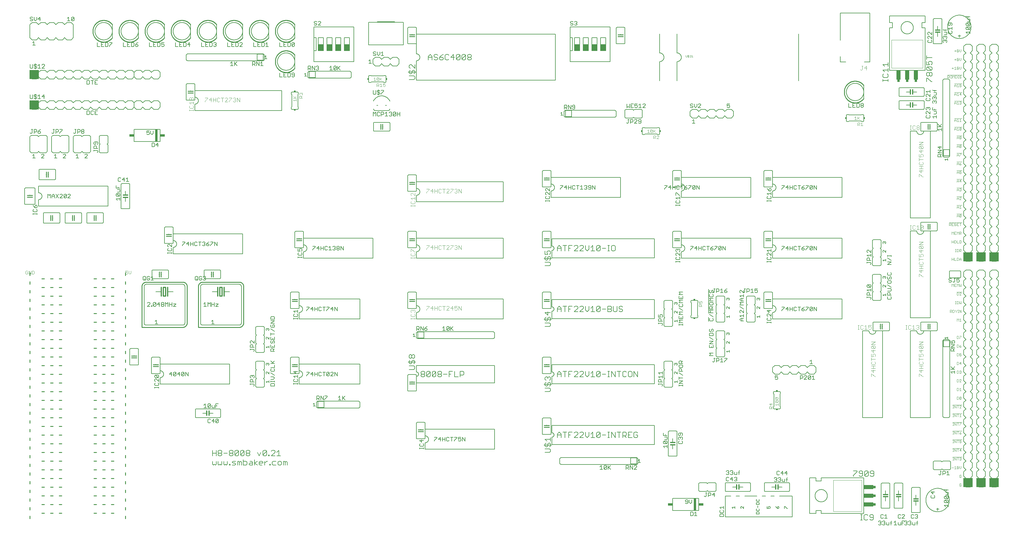
<source format=gto>
G04 EAGLE Gerber RS-274X export*
G75*
%MOMM*%
%FSLAX34Y34*%
%LPD*%
%INSilkscreen Top*%
%IPPOS*%
%AMOC8*
5,1,8,0,0,1.08239X$1,22.5*%
G01*
%ADD10C,0.152400*%
%ADD11C,0.076200*%
%ADD12C,0.127000*%
%ADD13C,0.101600*%
%ADD14C,0.050800*%
%ADD15R,0.762000X0.635000*%
%ADD16R,1.270000X2.794000*%
%ADD17C,0.177800*%
%ADD18C,0.304800*%
%ADD19C,0.254000*%
%ADD20R,0.508000X0.381000*%
%ADD21C,0.203200*%
%ADD22R,0.381000X0.508000*%
%ADD23R,0.635000X0.762000*%
%ADD24R,2.794000X1.270000*%
%ADD25R,1.524000X1.905000*%
%ADD26R,0.635000X3.556000*%
%ADD27R,1.397000X0.762000*%

G36*
X-1269935Y1320177D02*
X-1269935Y1320177D01*
X-1269869Y1320179D01*
X-1269826Y1320197D01*
X-1269779Y1320205D01*
X-1269722Y1320239D01*
X-1269662Y1320264D01*
X-1269627Y1320295D01*
X-1269586Y1320320D01*
X-1269545Y1320371D01*
X-1269496Y1320415D01*
X-1269474Y1320457D01*
X-1269445Y1320494D01*
X-1269424Y1320556D01*
X-1269393Y1320615D01*
X-1269385Y1320669D01*
X-1269373Y1320706D01*
X-1269374Y1320746D01*
X-1269366Y1320800D01*
X-1269366Y1346200D01*
X-1269377Y1346265D01*
X-1269379Y1346331D01*
X-1269397Y1346374D01*
X-1269405Y1346421D01*
X-1269439Y1346478D01*
X-1269464Y1346538D01*
X-1269495Y1346573D01*
X-1269520Y1346614D01*
X-1269571Y1346656D01*
X-1269615Y1346704D01*
X-1269657Y1346726D01*
X-1269694Y1346755D01*
X-1269756Y1346776D01*
X-1269815Y1346807D01*
X-1269869Y1346815D01*
X-1269906Y1346827D01*
X-1269946Y1346826D01*
X-1270000Y1346834D01*
X-1295400Y1346834D01*
X-1295465Y1346823D01*
X-1295531Y1346821D01*
X-1295574Y1346803D01*
X-1295621Y1346795D01*
X-1295678Y1346761D01*
X-1295738Y1346736D01*
X-1295773Y1346705D01*
X-1295814Y1346680D01*
X-1295856Y1346629D01*
X-1295904Y1346585D01*
X-1295926Y1346543D01*
X-1295955Y1346506D01*
X-1295976Y1346444D01*
X-1296007Y1346385D01*
X-1296015Y1346331D01*
X-1296027Y1346294D01*
X-1296026Y1346266D01*
X-1296027Y1346264D01*
X-1296027Y1346249D01*
X-1296034Y1346200D01*
X-1296034Y1320800D01*
X-1296023Y1320735D01*
X-1296021Y1320669D01*
X-1296003Y1320626D01*
X-1295995Y1320579D01*
X-1295961Y1320522D01*
X-1295936Y1320462D01*
X-1295905Y1320427D01*
X-1295880Y1320386D01*
X-1295829Y1320345D01*
X-1295785Y1320296D01*
X-1295743Y1320274D01*
X-1295706Y1320245D01*
X-1295644Y1320224D01*
X-1295585Y1320193D01*
X-1295531Y1320185D01*
X-1295494Y1320173D01*
X-1295454Y1320174D01*
X-1295400Y1320166D01*
X-1270000Y1320166D01*
X-1269935Y1320177D01*
G37*
G36*
X-1269935Y1231277D02*
X-1269935Y1231277D01*
X-1269869Y1231279D01*
X-1269826Y1231297D01*
X-1269779Y1231305D01*
X-1269722Y1231339D01*
X-1269662Y1231364D01*
X-1269627Y1231395D01*
X-1269586Y1231420D01*
X-1269545Y1231471D01*
X-1269496Y1231515D01*
X-1269474Y1231557D01*
X-1269445Y1231594D01*
X-1269424Y1231656D01*
X-1269393Y1231715D01*
X-1269385Y1231769D01*
X-1269373Y1231806D01*
X-1269374Y1231846D01*
X-1269366Y1231900D01*
X-1269366Y1257300D01*
X-1269377Y1257365D01*
X-1269379Y1257431D01*
X-1269397Y1257474D01*
X-1269405Y1257521D01*
X-1269439Y1257578D01*
X-1269464Y1257638D01*
X-1269495Y1257673D01*
X-1269520Y1257714D01*
X-1269571Y1257756D01*
X-1269615Y1257804D01*
X-1269657Y1257826D01*
X-1269694Y1257855D01*
X-1269756Y1257876D01*
X-1269815Y1257907D01*
X-1269869Y1257915D01*
X-1269906Y1257927D01*
X-1269946Y1257926D01*
X-1270000Y1257934D01*
X-1295400Y1257934D01*
X-1295465Y1257923D01*
X-1295531Y1257921D01*
X-1295574Y1257903D01*
X-1295621Y1257895D01*
X-1295678Y1257861D01*
X-1295738Y1257836D01*
X-1295773Y1257805D01*
X-1295814Y1257780D01*
X-1295856Y1257729D01*
X-1295904Y1257685D01*
X-1295926Y1257643D01*
X-1295955Y1257606D01*
X-1295976Y1257544D01*
X-1296007Y1257485D01*
X-1296015Y1257431D01*
X-1296027Y1257394D01*
X-1296026Y1257366D01*
X-1296027Y1257364D01*
X-1296027Y1257349D01*
X-1296034Y1257300D01*
X-1296034Y1231900D01*
X-1296023Y1231835D01*
X-1296021Y1231769D01*
X-1296003Y1231726D01*
X-1295995Y1231679D01*
X-1295961Y1231622D01*
X-1295936Y1231562D01*
X-1295905Y1231527D01*
X-1295880Y1231486D01*
X-1295829Y1231445D01*
X-1295785Y1231396D01*
X-1295743Y1231374D01*
X-1295706Y1231345D01*
X-1295644Y1231324D01*
X-1295585Y1231293D01*
X-1295531Y1231285D01*
X-1295494Y1231273D01*
X-1295454Y1231274D01*
X-1295400Y1231266D01*
X-1270000Y1231266D01*
X-1269935Y1231277D01*
G37*
G36*
X1460565Y786777D02*
X1460565Y786777D01*
X1460631Y786779D01*
X1460674Y786797D01*
X1460721Y786805D01*
X1460778Y786839D01*
X1460838Y786864D01*
X1460873Y786895D01*
X1460914Y786920D01*
X1460956Y786971D01*
X1461004Y787015D01*
X1461026Y787057D01*
X1461055Y787094D01*
X1461076Y787156D01*
X1461107Y787215D01*
X1461115Y787269D01*
X1461127Y787306D01*
X1461126Y787346D01*
X1461134Y787400D01*
X1461134Y812800D01*
X1461123Y812865D01*
X1461121Y812931D01*
X1461103Y812974D01*
X1461095Y813021D01*
X1461061Y813078D01*
X1461036Y813138D01*
X1461005Y813173D01*
X1460980Y813214D01*
X1460929Y813256D01*
X1460885Y813304D01*
X1460843Y813326D01*
X1460806Y813355D01*
X1460744Y813376D01*
X1460685Y813407D01*
X1460631Y813415D01*
X1460594Y813427D01*
X1460554Y813426D01*
X1460500Y813434D01*
X1435100Y813434D01*
X1435035Y813423D01*
X1434969Y813421D01*
X1434926Y813403D01*
X1434879Y813395D01*
X1434822Y813361D01*
X1434762Y813336D01*
X1434727Y813305D01*
X1434686Y813280D01*
X1434645Y813229D01*
X1434596Y813185D01*
X1434574Y813143D01*
X1434545Y813106D01*
X1434524Y813044D01*
X1434493Y812985D01*
X1434485Y812931D01*
X1434473Y812894D01*
X1434474Y812866D01*
X1434473Y812864D01*
X1434473Y812849D01*
X1434466Y812800D01*
X1434466Y787400D01*
X1434477Y787335D01*
X1434479Y787269D01*
X1434497Y787226D01*
X1434505Y787179D01*
X1434539Y787122D01*
X1434564Y787062D01*
X1434595Y787027D01*
X1434620Y786986D01*
X1434671Y786945D01*
X1434715Y786896D01*
X1434757Y786874D01*
X1434794Y786845D01*
X1434856Y786824D01*
X1434915Y786793D01*
X1434969Y786785D01*
X1435006Y786773D01*
X1435046Y786774D01*
X1435100Y786766D01*
X1460500Y786766D01*
X1460565Y786777D01*
G37*
G36*
X1536765Y786777D02*
X1536765Y786777D01*
X1536831Y786779D01*
X1536874Y786797D01*
X1536921Y786805D01*
X1536978Y786839D01*
X1537038Y786864D01*
X1537073Y786895D01*
X1537114Y786920D01*
X1537156Y786971D01*
X1537204Y787015D01*
X1537226Y787057D01*
X1537255Y787094D01*
X1537276Y787156D01*
X1537307Y787215D01*
X1537315Y787269D01*
X1537327Y787306D01*
X1537326Y787346D01*
X1537334Y787400D01*
X1537334Y812800D01*
X1537323Y812865D01*
X1537321Y812931D01*
X1537303Y812974D01*
X1537295Y813021D01*
X1537261Y813078D01*
X1537236Y813138D01*
X1537205Y813173D01*
X1537180Y813214D01*
X1537129Y813256D01*
X1537085Y813304D01*
X1537043Y813326D01*
X1537006Y813355D01*
X1536944Y813376D01*
X1536885Y813407D01*
X1536831Y813415D01*
X1536794Y813427D01*
X1536754Y813426D01*
X1536700Y813434D01*
X1511300Y813434D01*
X1511235Y813423D01*
X1511169Y813421D01*
X1511126Y813403D01*
X1511079Y813395D01*
X1511022Y813361D01*
X1510962Y813336D01*
X1510927Y813305D01*
X1510886Y813280D01*
X1510845Y813229D01*
X1510796Y813185D01*
X1510774Y813143D01*
X1510745Y813106D01*
X1510724Y813044D01*
X1510693Y812985D01*
X1510685Y812931D01*
X1510673Y812894D01*
X1510674Y812866D01*
X1510673Y812864D01*
X1510673Y812849D01*
X1510666Y812800D01*
X1510666Y787400D01*
X1510677Y787335D01*
X1510679Y787269D01*
X1510697Y787226D01*
X1510705Y787179D01*
X1510739Y787122D01*
X1510764Y787062D01*
X1510795Y787027D01*
X1510820Y786986D01*
X1510871Y786945D01*
X1510915Y786896D01*
X1510957Y786874D01*
X1510994Y786845D01*
X1511056Y786824D01*
X1511115Y786793D01*
X1511169Y786785D01*
X1511206Y786773D01*
X1511246Y786774D01*
X1511300Y786766D01*
X1536700Y786766D01*
X1536765Y786777D01*
G37*
G36*
X1498665Y786777D02*
X1498665Y786777D01*
X1498731Y786779D01*
X1498774Y786797D01*
X1498821Y786805D01*
X1498878Y786839D01*
X1498938Y786864D01*
X1498973Y786895D01*
X1499014Y786920D01*
X1499056Y786971D01*
X1499104Y787015D01*
X1499126Y787057D01*
X1499155Y787094D01*
X1499176Y787156D01*
X1499207Y787215D01*
X1499215Y787269D01*
X1499227Y787306D01*
X1499226Y787346D01*
X1499234Y787400D01*
X1499234Y812800D01*
X1499223Y812865D01*
X1499221Y812931D01*
X1499203Y812974D01*
X1499195Y813021D01*
X1499161Y813078D01*
X1499136Y813138D01*
X1499105Y813173D01*
X1499080Y813214D01*
X1499029Y813256D01*
X1498985Y813304D01*
X1498943Y813326D01*
X1498906Y813355D01*
X1498844Y813376D01*
X1498785Y813407D01*
X1498731Y813415D01*
X1498694Y813427D01*
X1498654Y813426D01*
X1498600Y813434D01*
X1473200Y813434D01*
X1473135Y813423D01*
X1473069Y813421D01*
X1473026Y813403D01*
X1472979Y813395D01*
X1472922Y813361D01*
X1472862Y813336D01*
X1472827Y813305D01*
X1472786Y813280D01*
X1472745Y813229D01*
X1472696Y813185D01*
X1472674Y813143D01*
X1472645Y813106D01*
X1472624Y813044D01*
X1472593Y812985D01*
X1472585Y812931D01*
X1472573Y812894D01*
X1472574Y812866D01*
X1472573Y812864D01*
X1472573Y812849D01*
X1472566Y812800D01*
X1472566Y787400D01*
X1472577Y787335D01*
X1472579Y787269D01*
X1472597Y787226D01*
X1472605Y787179D01*
X1472639Y787122D01*
X1472664Y787062D01*
X1472695Y787027D01*
X1472720Y786986D01*
X1472771Y786945D01*
X1472815Y786896D01*
X1472857Y786874D01*
X1472894Y786845D01*
X1472956Y786824D01*
X1473015Y786793D01*
X1473069Y786785D01*
X1473106Y786773D01*
X1473146Y786774D01*
X1473200Y786766D01*
X1498600Y786766D01*
X1498665Y786777D01*
G37*
G36*
X1460565Y126377D02*
X1460565Y126377D01*
X1460631Y126379D01*
X1460674Y126397D01*
X1460721Y126405D01*
X1460778Y126439D01*
X1460838Y126464D01*
X1460873Y126495D01*
X1460914Y126520D01*
X1460956Y126571D01*
X1461004Y126615D01*
X1461026Y126657D01*
X1461055Y126694D01*
X1461076Y126756D01*
X1461107Y126815D01*
X1461115Y126869D01*
X1461127Y126906D01*
X1461126Y126946D01*
X1461134Y127000D01*
X1461134Y152400D01*
X1461123Y152465D01*
X1461121Y152531D01*
X1461103Y152574D01*
X1461095Y152621D01*
X1461061Y152678D01*
X1461036Y152738D01*
X1461005Y152773D01*
X1460980Y152814D01*
X1460929Y152856D01*
X1460885Y152904D01*
X1460843Y152926D01*
X1460806Y152955D01*
X1460744Y152976D01*
X1460685Y153007D01*
X1460631Y153015D01*
X1460594Y153027D01*
X1460554Y153026D01*
X1460500Y153034D01*
X1435100Y153034D01*
X1435035Y153023D01*
X1434969Y153021D01*
X1434926Y153003D01*
X1434879Y152995D01*
X1434822Y152961D01*
X1434762Y152936D01*
X1434727Y152905D01*
X1434686Y152880D01*
X1434645Y152829D01*
X1434596Y152785D01*
X1434574Y152743D01*
X1434545Y152706D01*
X1434524Y152644D01*
X1434493Y152585D01*
X1434485Y152531D01*
X1434473Y152494D01*
X1434474Y152466D01*
X1434473Y152464D01*
X1434473Y152449D01*
X1434466Y152400D01*
X1434466Y127000D01*
X1434477Y126935D01*
X1434479Y126869D01*
X1434497Y126826D01*
X1434505Y126779D01*
X1434539Y126722D01*
X1434564Y126662D01*
X1434595Y126627D01*
X1434620Y126586D01*
X1434671Y126545D01*
X1434715Y126496D01*
X1434757Y126474D01*
X1434794Y126445D01*
X1434856Y126424D01*
X1434915Y126393D01*
X1434969Y126385D01*
X1435006Y126373D01*
X1435046Y126374D01*
X1435100Y126366D01*
X1460500Y126366D01*
X1460565Y126377D01*
G37*
G36*
X1536765Y126377D02*
X1536765Y126377D01*
X1536831Y126379D01*
X1536874Y126397D01*
X1536921Y126405D01*
X1536978Y126439D01*
X1537038Y126464D01*
X1537073Y126495D01*
X1537114Y126520D01*
X1537156Y126571D01*
X1537204Y126615D01*
X1537226Y126657D01*
X1537255Y126694D01*
X1537276Y126756D01*
X1537307Y126815D01*
X1537315Y126869D01*
X1537327Y126906D01*
X1537326Y126946D01*
X1537334Y127000D01*
X1537334Y152400D01*
X1537323Y152465D01*
X1537321Y152531D01*
X1537303Y152574D01*
X1537295Y152621D01*
X1537261Y152678D01*
X1537236Y152738D01*
X1537205Y152773D01*
X1537180Y152814D01*
X1537129Y152856D01*
X1537085Y152904D01*
X1537043Y152926D01*
X1537006Y152955D01*
X1536944Y152976D01*
X1536885Y153007D01*
X1536831Y153015D01*
X1536794Y153027D01*
X1536754Y153026D01*
X1536700Y153034D01*
X1511300Y153034D01*
X1511235Y153023D01*
X1511169Y153021D01*
X1511126Y153003D01*
X1511079Y152995D01*
X1511022Y152961D01*
X1510962Y152936D01*
X1510927Y152905D01*
X1510886Y152880D01*
X1510845Y152829D01*
X1510796Y152785D01*
X1510774Y152743D01*
X1510745Y152706D01*
X1510724Y152644D01*
X1510693Y152585D01*
X1510685Y152531D01*
X1510673Y152494D01*
X1510674Y152466D01*
X1510673Y152464D01*
X1510673Y152449D01*
X1510666Y152400D01*
X1510666Y127000D01*
X1510677Y126935D01*
X1510679Y126869D01*
X1510697Y126826D01*
X1510705Y126779D01*
X1510739Y126722D01*
X1510764Y126662D01*
X1510795Y126627D01*
X1510820Y126586D01*
X1510871Y126545D01*
X1510915Y126496D01*
X1510957Y126474D01*
X1510994Y126445D01*
X1511056Y126424D01*
X1511115Y126393D01*
X1511169Y126385D01*
X1511206Y126373D01*
X1511246Y126374D01*
X1511300Y126366D01*
X1536700Y126366D01*
X1536765Y126377D01*
G37*
G36*
X1498665Y126377D02*
X1498665Y126377D01*
X1498731Y126379D01*
X1498774Y126397D01*
X1498821Y126405D01*
X1498878Y126439D01*
X1498938Y126464D01*
X1498973Y126495D01*
X1499014Y126520D01*
X1499056Y126571D01*
X1499104Y126615D01*
X1499126Y126657D01*
X1499155Y126694D01*
X1499176Y126756D01*
X1499207Y126815D01*
X1499215Y126869D01*
X1499227Y126906D01*
X1499226Y126946D01*
X1499234Y127000D01*
X1499234Y152400D01*
X1499223Y152465D01*
X1499221Y152531D01*
X1499203Y152574D01*
X1499195Y152621D01*
X1499161Y152678D01*
X1499136Y152738D01*
X1499105Y152773D01*
X1499080Y152814D01*
X1499029Y152856D01*
X1498985Y152904D01*
X1498943Y152926D01*
X1498906Y152955D01*
X1498844Y152976D01*
X1498785Y153007D01*
X1498731Y153015D01*
X1498694Y153027D01*
X1498654Y153026D01*
X1498600Y153034D01*
X1473200Y153034D01*
X1473135Y153023D01*
X1473069Y153021D01*
X1473026Y153003D01*
X1472979Y152995D01*
X1472922Y152961D01*
X1472862Y152936D01*
X1472827Y152905D01*
X1472786Y152880D01*
X1472745Y152829D01*
X1472696Y152785D01*
X1472674Y152743D01*
X1472645Y152706D01*
X1472624Y152644D01*
X1472593Y152585D01*
X1472585Y152531D01*
X1472573Y152494D01*
X1472574Y152466D01*
X1472573Y152464D01*
X1472573Y152449D01*
X1472566Y152400D01*
X1472566Y127000D01*
X1472577Y126935D01*
X1472579Y126869D01*
X1472597Y126826D01*
X1472605Y126779D01*
X1472639Y126722D01*
X1472664Y126662D01*
X1472695Y126627D01*
X1472720Y126586D01*
X1472771Y126545D01*
X1472815Y126496D01*
X1472857Y126474D01*
X1472894Y126445D01*
X1472956Y126424D01*
X1473015Y126393D01*
X1473069Y126385D01*
X1473106Y126373D01*
X1473146Y126374D01*
X1473200Y126366D01*
X1498600Y126366D01*
X1498665Y126377D01*
G37*
D10*
X-761238Y217932D02*
X-761238Y234202D01*
X-761238Y226067D02*
X-750391Y226067D01*
X-750391Y234202D02*
X-750391Y217932D01*
X-744866Y231490D02*
X-742155Y234202D01*
X-736732Y234202D01*
X-734020Y231490D01*
X-734020Y228779D01*
X-736732Y226067D01*
X-734020Y223355D01*
X-734020Y220644D01*
X-736732Y217932D01*
X-742155Y217932D01*
X-744866Y220644D01*
X-744866Y223355D01*
X-742155Y226067D01*
X-744866Y228779D01*
X-744866Y231490D01*
X-742155Y226067D02*
X-736732Y226067D01*
X-728495Y226067D02*
X-717648Y226067D01*
X-712123Y231490D02*
X-709412Y234202D01*
X-703988Y234202D01*
X-701277Y231490D01*
X-701277Y228779D01*
X-703988Y226067D01*
X-701277Y223355D01*
X-701277Y220644D01*
X-703988Y217932D01*
X-709412Y217932D01*
X-712123Y220644D01*
X-712123Y223355D01*
X-709412Y226067D01*
X-712123Y228779D01*
X-712123Y231490D01*
X-709412Y226067D02*
X-703988Y226067D01*
X-695752Y220644D02*
X-695752Y231490D01*
X-693040Y234202D01*
X-687617Y234202D01*
X-684905Y231490D01*
X-684905Y220644D01*
X-687617Y217932D01*
X-693040Y217932D01*
X-695752Y220644D01*
X-684905Y231490D01*
X-679380Y231490D02*
X-679380Y220644D01*
X-679380Y231490D02*
X-676669Y234202D01*
X-671245Y234202D01*
X-668534Y231490D01*
X-668534Y220644D01*
X-671245Y217932D01*
X-676669Y217932D01*
X-679380Y220644D01*
X-668534Y231490D01*
X-663009Y231490D02*
X-660297Y234202D01*
X-654874Y234202D01*
X-652162Y231490D01*
X-652162Y228779D01*
X-654874Y226067D01*
X-652162Y223355D01*
X-652162Y220644D01*
X-654874Y217932D01*
X-660297Y217932D01*
X-663009Y220644D01*
X-663009Y223355D01*
X-660297Y226067D01*
X-663009Y228779D01*
X-663009Y231490D01*
X-660297Y226067D02*
X-654874Y226067D01*
X-630266Y228779D02*
X-624842Y217932D01*
X-619419Y228779D01*
X-613894Y231490D02*
X-613894Y220644D01*
X-613894Y231490D02*
X-611182Y234202D01*
X-605759Y234202D01*
X-603047Y231490D01*
X-603047Y220644D01*
X-605759Y217932D01*
X-611182Y217932D01*
X-613894Y220644D01*
X-603047Y231490D01*
X-597522Y220644D02*
X-597522Y217932D01*
X-597522Y220644D02*
X-594811Y220644D01*
X-594811Y217932D01*
X-597522Y217932D01*
X-589337Y217932D02*
X-578490Y217932D01*
X-589337Y217932D02*
X-578490Y228779D01*
X-578490Y231490D01*
X-581202Y234202D01*
X-586625Y234202D01*
X-589337Y231490D01*
X-572965Y228779D02*
X-567542Y234202D01*
X-567542Y217932D01*
X-572965Y217932D02*
X-562118Y217932D01*
X-761238Y202109D02*
X-761238Y193974D01*
X-758526Y191262D01*
X-755815Y193974D01*
X-753103Y191262D01*
X-750391Y193974D01*
X-750391Y202109D01*
X-744866Y202109D02*
X-744866Y193974D01*
X-742155Y191262D01*
X-739443Y193974D01*
X-736732Y191262D01*
X-734020Y193974D01*
X-734020Y202109D01*
X-728495Y202109D02*
X-728495Y193974D01*
X-725783Y191262D01*
X-723072Y193974D01*
X-720360Y191262D01*
X-717648Y193974D01*
X-717648Y202109D01*
X-712123Y193974D02*
X-712123Y191262D01*
X-712123Y193974D02*
X-709412Y193974D01*
X-709412Y191262D01*
X-712123Y191262D01*
X-703938Y191262D02*
X-695803Y191262D01*
X-693091Y193974D01*
X-695803Y196685D01*
X-701226Y196685D01*
X-703938Y199397D01*
X-701226Y202109D01*
X-693091Y202109D01*
X-687566Y202109D02*
X-687566Y191262D01*
X-687566Y202109D02*
X-684854Y202109D01*
X-682143Y199397D01*
X-682143Y191262D01*
X-682143Y199397D02*
X-679431Y202109D01*
X-676719Y199397D01*
X-676719Y191262D01*
X-671194Y191262D02*
X-671194Y207532D01*
X-671194Y191262D02*
X-663059Y191262D01*
X-660348Y193974D01*
X-660348Y199397D01*
X-663059Y202109D01*
X-671194Y202109D01*
X-652111Y202109D02*
X-646688Y202109D01*
X-643976Y199397D01*
X-643976Y191262D01*
X-652111Y191262D01*
X-654823Y193974D01*
X-652111Y196685D01*
X-643976Y196685D01*
X-638451Y191262D02*
X-638451Y207532D01*
X-638451Y196685D02*
X-630316Y191262D01*
X-638451Y196685D02*
X-630316Y202109D01*
X-622097Y191262D02*
X-616673Y191262D01*
X-622097Y191262D02*
X-624808Y193974D01*
X-624808Y199397D01*
X-622097Y202109D01*
X-616673Y202109D01*
X-613962Y199397D01*
X-613962Y196685D01*
X-624808Y196685D01*
X-608437Y191262D02*
X-608437Y202109D01*
X-608437Y196685D02*
X-603013Y202109D01*
X-600302Y202109D01*
X-594794Y193974D02*
X-594794Y191262D01*
X-594794Y193974D02*
X-592082Y193974D01*
X-592082Y191262D01*
X-594794Y191262D01*
X-583896Y202109D02*
X-575761Y202109D01*
X-583896Y202109D02*
X-586608Y199397D01*
X-586608Y193974D01*
X-583896Y191262D01*
X-575761Y191262D01*
X-567525Y191262D02*
X-562102Y191262D01*
X-559390Y193974D01*
X-559390Y199397D01*
X-562102Y202109D01*
X-567525Y202109D01*
X-570236Y199397D01*
X-570236Y193974D01*
X-567525Y191262D01*
X-553865Y191262D02*
X-553865Y202109D01*
X-551153Y202109D01*
X-548442Y199397D01*
X-548442Y191262D01*
X-548442Y199397D02*
X-545730Y202109D01*
X-543018Y199397D01*
X-543018Y191262D01*
D11*
X1407949Y1377699D02*
X1412863Y1377699D01*
X1410406Y1375242D02*
X1410406Y1380157D01*
X1415433Y1380157D02*
X1416661Y1381385D01*
X1419119Y1381385D01*
X1420348Y1380157D01*
X1420348Y1378928D01*
X1419119Y1377699D01*
X1420348Y1376470D01*
X1420348Y1375242D01*
X1419119Y1374013D01*
X1416661Y1374013D01*
X1415433Y1375242D01*
X1415433Y1376470D01*
X1416661Y1377699D01*
X1415433Y1378928D01*
X1415433Y1380157D01*
X1416661Y1377699D02*
X1419119Y1377699D01*
X1422917Y1376470D02*
X1422917Y1381385D01*
X1422917Y1376470D02*
X1425374Y1374013D01*
X1427832Y1376470D01*
X1427832Y1381385D01*
X1412863Y1403099D02*
X1407949Y1403099D01*
X1410406Y1400642D02*
X1410406Y1405557D01*
X1415433Y1405557D02*
X1416661Y1406785D01*
X1419119Y1406785D01*
X1420348Y1405557D01*
X1420348Y1404328D01*
X1419119Y1403099D01*
X1420348Y1401870D01*
X1420348Y1400642D01*
X1419119Y1399413D01*
X1416661Y1399413D01*
X1415433Y1400642D01*
X1415433Y1401870D01*
X1416661Y1403099D01*
X1415433Y1404328D01*
X1415433Y1405557D01*
X1416661Y1403099D02*
X1419119Y1403099D01*
X1422917Y1401870D02*
X1422917Y1406785D01*
X1422917Y1401870D02*
X1425374Y1399413D01*
X1427832Y1401870D01*
X1427832Y1406785D01*
X1405379Y1352299D02*
X1400464Y1352299D01*
X1402922Y1349842D02*
X1402922Y1354757D01*
X1407949Y1353528D02*
X1410406Y1355985D01*
X1410406Y1348613D01*
X1407949Y1348613D02*
X1412863Y1348613D01*
X1415433Y1354757D02*
X1416661Y1355985D01*
X1419119Y1355985D01*
X1420348Y1354757D01*
X1420348Y1353528D01*
X1419119Y1352299D01*
X1420348Y1351070D01*
X1420348Y1349842D01*
X1419119Y1348613D01*
X1416661Y1348613D01*
X1415433Y1349842D01*
X1415433Y1351070D01*
X1416661Y1352299D01*
X1415433Y1353528D01*
X1415433Y1354757D01*
X1416661Y1352299D02*
X1419119Y1352299D01*
X1422917Y1351070D02*
X1422917Y1355985D01*
X1422917Y1351070D02*
X1425374Y1348613D01*
X1427832Y1351070D01*
X1427832Y1355985D01*
X1430020Y1332103D02*
X1387610Y1332103D01*
X1387991Y1330585D02*
X1387991Y1323213D01*
X1387991Y1330585D02*
X1391677Y1330585D01*
X1392906Y1329357D01*
X1392906Y1326899D01*
X1391677Y1325670D01*
X1387991Y1325670D01*
X1390448Y1325670D02*
X1392906Y1323213D01*
X1396704Y1330585D02*
X1399161Y1330585D01*
X1396704Y1330585D02*
X1395475Y1329357D01*
X1395475Y1324442D01*
X1396704Y1323213D01*
X1399161Y1323213D01*
X1400390Y1324442D01*
X1400390Y1329357D01*
X1399161Y1330585D01*
X1402959Y1330585D02*
X1402959Y1323213D01*
X1405417Y1328128D02*
X1402959Y1330585D01*
X1405417Y1328128D02*
X1407874Y1330585D01*
X1407874Y1323213D01*
X1410443Y1323213D02*
X1410443Y1330585D01*
X1410443Y1323213D02*
X1414129Y1323213D01*
X1415358Y1324442D01*
X1415358Y1329357D01*
X1414129Y1330585D01*
X1410443Y1330585D01*
X1417927Y1323213D02*
X1420385Y1323213D01*
X1419156Y1323213D02*
X1419156Y1330585D01*
X1417927Y1330585D02*
X1420385Y1330585D01*
X1426603Y1330585D02*
X1427832Y1329357D01*
X1426603Y1330585D02*
X1424146Y1330585D01*
X1422917Y1329357D01*
X1422917Y1328128D01*
X1424146Y1326899D01*
X1426603Y1326899D01*
X1427832Y1325670D01*
X1427832Y1324442D01*
X1426603Y1323213D01*
X1424146Y1323213D01*
X1422917Y1324442D01*
X1430020Y1306703D02*
X1407568Y1306703D01*
X1407949Y1302728D02*
X1407949Y1297813D01*
X1407949Y1302728D02*
X1410406Y1305185D01*
X1412863Y1302728D01*
X1412863Y1297813D01*
X1412863Y1301499D02*
X1407949Y1301499D01*
X1415433Y1302728D02*
X1417890Y1305185D01*
X1417890Y1297813D01*
X1415433Y1297813D02*
X1420348Y1297813D01*
X1422917Y1305185D02*
X1427832Y1305185D01*
X1422917Y1305185D02*
X1422917Y1301499D01*
X1425374Y1302728D01*
X1426603Y1302728D01*
X1427832Y1301499D01*
X1427832Y1299042D01*
X1426603Y1297813D01*
X1424146Y1297813D01*
X1422917Y1299042D01*
X1430020Y1281303D02*
X1407568Y1281303D01*
X1407949Y1277328D02*
X1407949Y1272413D01*
X1407949Y1277328D02*
X1410406Y1279785D01*
X1412863Y1277328D01*
X1412863Y1272413D01*
X1412863Y1276099D02*
X1407949Y1276099D01*
X1415433Y1277328D02*
X1417890Y1279785D01*
X1417890Y1272413D01*
X1415433Y1272413D02*
X1420348Y1272413D01*
X1426603Y1272413D02*
X1426603Y1279785D01*
X1422917Y1276099D01*
X1427832Y1276099D01*
X1430020Y1255903D02*
X1407568Y1255903D01*
X1407949Y1251928D02*
X1407949Y1247013D01*
X1407949Y1251928D02*
X1410406Y1254385D01*
X1412863Y1251928D01*
X1412863Y1247013D01*
X1412863Y1250699D02*
X1407949Y1250699D01*
X1415433Y1251928D02*
X1417890Y1254385D01*
X1417890Y1247013D01*
X1415433Y1247013D02*
X1420348Y1247013D01*
X1422917Y1253157D02*
X1424146Y1254385D01*
X1426603Y1254385D01*
X1427832Y1253157D01*
X1427832Y1251928D01*
X1426603Y1250699D01*
X1425374Y1250699D01*
X1426603Y1250699D02*
X1427832Y1249470D01*
X1427832Y1248242D01*
X1426603Y1247013D01*
X1424146Y1247013D01*
X1422917Y1248242D01*
X1430020Y1205103D02*
X1407568Y1205103D01*
X1407949Y1201128D02*
X1407949Y1196213D01*
X1407949Y1201128D02*
X1410406Y1203585D01*
X1412863Y1201128D01*
X1412863Y1196213D01*
X1412863Y1199899D02*
X1407949Y1199899D01*
X1415433Y1201128D02*
X1417890Y1203585D01*
X1417890Y1196213D01*
X1415433Y1196213D02*
X1420348Y1196213D01*
X1422917Y1201128D02*
X1425374Y1203585D01*
X1425374Y1196213D01*
X1422917Y1196213D02*
X1427832Y1196213D01*
X1430020Y1179703D02*
X1407568Y1179703D01*
X1407949Y1175728D02*
X1407949Y1170813D01*
X1407949Y1175728D02*
X1410406Y1178185D01*
X1412863Y1175728D01*
X1412863Y1170813D01*
X1412863Y1174499D02*
X1407949Y1174499D01*
X1415433Y1175728D02*
X1417890Y1178185D01*
X1417890Y1170813D01*
X1415433Y1170813D02*
X1420348Y1170813D01*
X1422917Y1172042D02*
X1422917Y1176957D01*
X1424146Y1178185D01*
X1426603Y1178185D01*
X1427832Y1176957D01*
X1427832Y1172042D01*
X1426603Y1170813D01*
X1424146Y1170813D01*
X1422917Y1172042D01*
X1427832Y1176957D01*
X1430020Y1154303D02*
X1415052Y1154303D01*
X1415433Y1150328D02*
X1415433Y1145413D01*
X1415433Y1150328D02*
X1417890Y1152785D01*
X1420348Y1150328D01*
X1420348Y1145413D01*
X1420348Y1149099D02*
X1415433Y1149099D01*
X1422917Y1146642D02*
X1424146Y1145413D01*
X1426603Y1145413D01*
X1427832Y1146642D01*
X1427832Y1151557D01*
X1426603Y1152785D01*
X1424146Y1152785D01*
X1422917Y1151557D01*
X1422917Y1150328D01*
X1424146Y1149099D01*
X1427832Y1149099D01*
X1430020Y1128903D02*
X1415052Y1128903D01*
X1415433Y1124928D02*
X1415433Y1120013D01*
X1415433Y1124928D02*
X1417890Y1127385D01*
X1420348Y1124928D01*
X1420348Y1120013D01*
X1420348Y1123699D02*
X1415433Y1123699D01*
X1422917Y1126157D02*
X1424146Y1127385D01*
X1426603Y1127385D01*
X1427832Y1126157D01*
X1427832Y1124928D01*
X1426603Y1123699D01*
X1427832Y1122470D01*
X1427832Y1121242D01*
X1426603Y1120013D01*
X1424146Y1120013D01*
X1422917Y1121242D01*
X1422917Y1122470D01*
X1424146Y1123699D01*
X1422917Y1124928D01*
X1422917Y1126157D01*
X1424146Y1123699D02*
X1426603Y1123699D01*
X1430020Y1103503D02*
X1415052Y1103503D01*
X1415433Y1099528D02*
X1415433Y1094613D01*
X1415433Y1099528D02*
X1417890Y1101985D01*
X1420348Y1099528D01*
X1420348Y1094613D01*
X1420348Y1098299D02*
X1415433Y1098299D01*
X1422917Y1101985D02*
X1427832Y1101985D01*
X1427832Y1100757D01*
X1422917Y1095842D01*
X1422917Y1094613D01*
X1430020Y1078103D02*
X1415052Y1078103D01*
X1415433Y1074128D02*
X1415433Y1069213D01*
X1415433Y1074128D02*
X1417890Y1076585D01*
X1420348Y1074128D01*
X1420348Y1069213D01*
X1420348Y1072899D02*
X1415433Y1072899D01*
X1425374Y1075357D02*
X1427832Y1076585D01*
X1425374Y1075357D02*
X1422917Y1072899D01*
X1422917Y1070442D01*
X1424146Y1069213D01*
X1426603Y1069213D01*
X1427832Y1070442D01*
X1427832Y1071670D01*
X1426603Y1072899D01*
X1422917Y1072899D01*
X1430020Y1052703D02*
X1415052Y1052703D01*
X1415433Y1048728D02*
X1415433Y1043813D01*
X1415433Y1048728D02*
X1417890Y1051185D01*
X1420348Y1048728D01*
X1420348Y1043813D01*
X1420348Y1047499D02*
X1415433Y1047499D01*
X1422917Y1051185D02*
X1427832Y1051185D01*
X1422917Y1051185D02*
X1422917Y1047499D01*
X1425374Y1048728D01*
X1426603Y1048728D01*
X1427832Y1047499D01*
X1427832Y1045042D01*
X1426603Y1043813D01*
X1424146Y1043813D01*
X1422917Y1045042D01*
X1430020Y1027303D02*
X1415052Y1027303D01*
X1415433Y1023328D02*
X1415433Y1018413D01*
X1415433Y1023328D02*
X1417890Y1025785D01*
X1420348Y1023328D01*
X1420348Y1018413D01*
X1420348Y1022099D02*
X1415433Y1022099D01*
X1426603Y1018413D02*
X1426603Y1025785D01*
X1422917Y1022099D01*
X1427832Y1022099D01*
X1430020Y1001903D02*
X1415052Y1001903D01*
X1415433Y997928D02*
X1415433Y993013D01*
X1415433Y997928D02*
X1417890Y1000385D01*
X1420348Y997928D01*
X1420348Y993013D01*
X1420348Y996699D02*
X1415433Y996699D01*
X1422917Y999157D02*
X1424146Y1000385D01*
X1426603Y1000385D01*
X1427832Y999157D01*
X1427832Y997928D01*
X1426603Y996699D01*
X1425374Y996699D01*
X1426603Y996699D02*
X1427832Y995470D01*
X1427832Y994242D01*
X1426603Y993013D01*
X1424146Y993013D01*
X1422917Y994242D01*
X1430020Y976503D02*
X1415052Y976503D01*
X1415433Y972528D02*
X1415433Y967613D01*
X1415433Y972528D02*
X1417890Y974985D01*
X1420348Y972528D01*
X1420348Y967613D01*
X1420348Y971299D02*
X1415433Y971299D01*
X1422917Y967613D02*
X1427832Y967613D01*
X1422917Y967613D02*
X1427832Y972528D01*
X1427832Y973757D01*
X1426603Y974985D01*
X1424146Y974985D01*
X1422917Y973757D01*
X1430020Y951103D02*
X1415052Y951103D01*
X1415433Y947128D02*
X1415433Y942213D01*
X1415433Y947128D02*
X1417890Y949585D01*
X1420348Y947128D01*
X1420348Y942213D01*
X1420348Y945899D02*
X1415433Y945899D01*
X1422917Y947128D02*
X1425374Y949585D01*
X1425374Y942213D01*
X1422917Y942213D02*
X1427832Y942213D01*
X1430020Y900303D02*
X1392599Y900303D01*
X1392980Y898785D02*
X1392980Y891413D01*
X1392980Y898785D02*
X1396666Y898785D01*
X1397895Y897557D01*
X1397895Y895099D01*
X1396666Y893870D01*
X1392980Y893870D01*
X1395438Y893870D02*
X1397895Y891413D01*
X1400464Y898785D02*
X1405379Y898785D01*
X1400464Y898785D02*
X1400464Y891413D01*
X1405379Y891413D01*
X1402922Y895099D02*
X1400464Y895099D01*
X1411635Y898785D02*
X1412863Y897557D01*
X1411635Y898785D02*
X1409177Y898785D01*
X1407949Y897557D01*
X1407949Y896328D01*
X1409177Y895099D01*
X1411635Y895099D01*
X1412863Y893870D01*
X1412863Y892642D01*
X1411635Y891413D01*
X1409177Y891413D01*
X1407949Y892642D01*
X1415433Y898785D02*
X1420348Y898785D01*
X1415433Y898785D02*
X1415433Y891413D01*
X1420348Y891413D01*
X1417890Y895099D02*
X1415433Y895099D01*
X1425374Y891413D02*
X1425374Y898785D01*
X1422917Y898785D02*
X1427832Y898785D01*
X1430020Y925703D02*
X1415052Y925703D01*
X1415433Y921728D02*
X1415433Y916813D01*
X1415433Y921728D02*
X1417890Y924185D01*
X1420348Y921728D01*
X1420348Y916813D01*
X1420348Y920499D02*
X1415433Y920499D01*
X1422917Y918042D02*
X1422917Y922957D01*
X1424146Y924185D01*
X1426603Y924185D01*
X1427832Y922957D01*
X1427832Y918042D01*
X1426603Y916813D01*
X1424146Y916813D01*
X1422917Y918042D01*
X1427832Y922957D01*
X1400464Y873385D02*
X1400464Y866013D01*
X1402922Y870928D02*
X1400464Y873385D01*
X1402922Y870928D02*
X1405379Y873385D01*
X1405379Y866013D01*
X1407949Y873385D02*
X1412863Y873385D01*
X1407949Y873385D02*
X1407949Y866013D01*
X1412863Y866013D01*
X1410406Y869699D02*
X1407949Y869699D01*
X1415433Y866013D02*
X1415433Y873385D01*
X1417890Y870928D01*
X1420348Y873385D01*
X1420348Y866013D01*
X1422917Y866013D02*
X1422917Y873385D01*
X1426603Y873385D01*
X1427832Y872157D01*
X1427832Y869699D01*
X1426603Y868470D01*
X1422917Y868470D01*
X1425374Y868470D02*
X1427832Y866013D01*
X1400464Y847985D02*
X1400464Y840613D01*
X1400464Y844299D02*
X1405379Y844299D01*
X1405379Y847985D02*
X1405379Y840613D01*
X1409177Y847985D02*
X1411635Y847985D01*
X1409177Y847985D02*
X1407949Y846757D01*
X1407949Y841842D01*
X1409177Y840613D01*
X1411635Y840613D01*
X1412863Y841842D01*
X1412863Y846757D01*
X1411635Y847985D01*
X1415433Y847985D02*
X1415433Y840613D01*
X1420348Y840613D01*
X1422917Y840613D02*
X1422917Y847985D01*
X1422917Y840613D02*
X1426603Y840613D01*
X1427832Y841842D01*
X1427832Y846757D01*
X1426603Y847985D01*
X1422917Y847985D01*
X1412901Y815213D02*
X1410443Y815213D01*
X1411672Y815213D02*
X1411672Y822585D01*
X1410443Y822585D02*
X1412901Y822585D01*
X1416661Y822585D02*
X1419119Y822585D01*
X1416661Y822585D02*
X1415433Y821357D01*
X1415433Y816442D01*
X1416661Y815213D01*
X1419119Y815213D01*
X1420348Y816442D01*
X1420348Y821357D01*
X1419119Y822585D01*
X1422917Y822585D02*
X1422917Y815213D01*
X1422917Y822585D02*
X1426603Y822585D01*
X1427832Y821357D01*
X1427832Y818899D01*
X1426603Y817670D01*
X1422917Y817670D01*
X1425374Y817670D02*
X1427832Y815213D01*
X1400464Y797185D02*
X1400464Y789813D01*
X1400464Y793499D02*
X1405379Y793499D01*
X1405379Y797185D02*
X1405379Y789813D01*
X1407949Y789813D02*
X1407949Y797185D01*
X1407949Y789813D02*
X1412863Y789813D01*
X1415433Y789813D02*
X1415433Y797185D01*
X1415433Y789813D02*
X1419119Y789813D01*
X1420348Y791042D01*
X1420348Y795957D01*
X1419119Y797185D01*
X1415433Y797185D01*
X1422917Y794728D02*
X1422917Y789813D01*
X1422917Y794728D02*
X1425374Y797185D01*
X1427832Y794728D01*
X1427832Y789813D01*
X1427832Y793499D02*
X1422917Y793499D01*
X1400464Y720985D02*
X1400464Y713613D01*
X1402922Y718528D02*
X1400464Y720985D01*
X1402922Y718528D02*
X1405379Y720985D01*
X1405379Y713613D01*
X1407949Y720985D02*
X1412863Y720985D01*
X1407949Y720985D02*
X1407949Y713613D01*
X1412863Y713613D01*
X1410406Y717299D02*
X1407949Y717299D01*
X1415433Y713613D02*
X1415433Y720985D01*
X1417890Y718528D01*
X1420348Y720985D01*
X1420348Y713613D01*
X1422917Y713613D02*
X1422917Y720985D01*
X1425374Y716070D02*
X1422917Y713613D01*
X1425374Y716070D02*
X1427832Y713613D01*
X1427832Y720985D01*
X1430020Y697103D02*
X1415052Y697103D01*
X1416661Y695585D02*
X1419119Y695585D01*
X1416661Y695585D02*
X1415433Y694357D01*
X1415433Y689442D01*
X1416661Y688213D01*
X1419119Y688213D01*
X1420348Y689442D01*
X1420348Y694357D01*
X1419119Y695585D01*
X1422917Y688213D02*
X1427832Y688213D01*
X1422917Y688213D02*
X1427832Y693128D01*
X1427832Y694357D01*
X1426603Y695585D01*
X1424146Y695585D01*
X1422917Y694357D01*
X1412901Y662813D02*
X1410443Y662813D01*
X1411672Y662813D02*
X1411672Y670185D01*
X1410443Y670185D02*
X1412901Y670185D01*
X1416661Y670185D02*
X1419119Y670185D01*
X1416661Y670185D02*
X1415433Y668957D01*
X1415433Y664042D01*
X1416661Y662813D01*
X1419119Y662813D01*
X1420348Y664042D01*
X1420348Y668957D01*
X1419119Y670185D01*
X1422917Y670185D02*
X1422917Y662813D01*
X1425374Y665270D01*
X1427832Y662813D01*
X1427832Y670185D01*
X1395475Y644785D02*
X1395475Y637413D01*
X1395475Y644785D02*
X1399161Y644785D01*
X1400390Y643557D01*
X1400390Y641099D01*
X1399161Y639870D01*
X1395475Y639870D01*
X1397932Y639870D02*
X1400390Y637413D01*
X1402959Y637413D02*
X1402959Y644785D01*
X1402959Y637413D02*
X1406645Y637413D01*
X1407874Y638642D01*
X1407874Y643557D01*
X1406645Y644785D01*
X1402959Y644785D01*
X1410443Y644785D02*
X1410443Y643557D01*
X1412901Y641099D01*
X1415358Y643557D01*
X1415358Y644785D01*
X1412901Y641099D02*
X1412901Y637413D01*
X1417927Y637413D02*
X1420385Y637413D01*
X1419156Y637413D02*
X1419156Y644785D01*
X1417927Y644785D02*
X1420385Y644785D01*
X1422917Y644785D02*
X1422917Y637413D01*
X1427832Y637413D02*
X1422917Y644785D01*
X1427832Y644785D02*
X1427832Y637413D01*
X1415433Y619385D02*
X1415433Y612013D01*
X1417890Y616928D02*
X1415433Y619385D01*
X1417890Y616928D02*
X1420348Y619385D01*
X1420348Y612013D01*
X1422917Y616928D02*
X1425374Y619385D01*
X1425374Y612013D01*
X1422917Y612013D02*
X1427832Y612013D01*
X1415433Y568585D02*
X1415433Y561213D01*
X1419119Y561213D01*
X1420348Y562442D01*
X1420348Y567357D01*
X1419119Y568585D01*
X1415433Y568585D01*
X1422917Y568585D02*
X1427832Y568585D01*
X1427832Y567357D01*
X1422917Y562442D01*
X1422917Y561213D01*
X1415433Y543185D02*
X1415433Y535813D01*
X1419119Y535813D01*
X1420348Y537042D01*
X1420348Y541957D01*
X1419119Y543185D01*
X1415433Y543185D01*
X1425374Y541957D02*
X1427832Y543185D01*
X1425374Y541957D02*
X1422917Y539499D01*
X1422917Y537042D01*
X1424146Y535813D01*
X1426603Y535813D01*
X1427832Y537042D01*
X1427832Y538270D01*
X1426603Y539499D01*
X1422917Y539499D01*
X1415433Y517785D02*
X1415433Y510413D01*
X1419119Y510413D01*
X1420348Y511642D01*
X1420348Y516557D01*
X1419119Y517785D01*
X1415433Y517785D01*
X1422917Y517785D02*
X1427832Y517785D01*
X1422917Y517785D02*
X1422917Y514099D01*
X1425374Y515328D01*
X1426603Y515328D01*
X1427832Y514099D01*
X1427832Y511642D01*
X1426603Y510413D01*
X1424146Y510413D01*
X1422917Y511642D01*
X1415433Y492385D02*
X1415433Y485013D01*
X1419119Y485013D01*
X1420348Y486242D01*
X1420348Y491157D01*
X1419119Y492385D01*
X1415433Y492385D01*
X1426603Y492385D02*
X1426603Y485013D01*
X1422917Y488699D02*
X1426603Y492385D01*
X1427832Y488699D02*
X1422917Y488699D01*
X1415433Y466985D02*
X1415433Y459613D01*
X1419119Y459613D01*
X1420348Y460842D01*
X1420348Y465757D01*
X1419119Y466985D01*
X1415433Y466985D01*
X1422917Y465757D02*
X1424146Y466985D01*
X1426603Y466985D01*
X1427832Y465757D01*
X1427832Y464528D01*
X1426603Y463299D01*
X1425374Y463299D01*
X1426603Y463299D02*
X1427832Y462070D01*
X1427832Y460842D01*
X1426603Y459613D01*
X1424146Y459613D01*
X1422917Y460842D01*
X1415433Y441585D02*
X1415433Y434213D01*
X1419119Y434213D01*
X1420348Y435442D01*
X1420348Y440357D01*
X1419119Y441585D01*
X1415433Y441585D01*
X1422917Y434213D02*
X1427832Y434213D01*
X1422917Y434213D02*
X1427832Y439128D01*
X1427832Y440357D01*
X1426603Y441585D01*
X1424146Y441585D01*
X1422917Y440357D01*
X1415433Y416185D02*
X1415433Y408813D01*
X1419119Y408813D01*
X1420348Y410042D01*
X1420348Y414957D01*
X1419119Y416185D01*
X1415433Y416185D01*
X1422917Y413728D02*
X1425374Y416185D01*
X1425374Y408813D01*
X1422917Y408813D02*
X1427832Y408813D01*
X1415433Y390785D02*
X1415433Y383413D01*
X1419119Y383413D01*
X1420348Y384642D01*
X1420348Y389557D01*
X1419119Y390785D01*
X1415433Y390785D01*
X1422917Y389557D02*
X1422917Y384642D01*
X1422917Y389557D02*
X1424146Y390785D01*
X1426603Y390785D01*
X1427832Y389557D01*
X1427832Y384642D01*
X1426603Y383413D01*
X1424146Y383413D01*
X1422917Y384642D01*
X1427832Y389557D01*
X1430020Y366903D02*
X1402578Y366903D01*
X1402959Y358013D02*
X1405417Y358013D01*
X1404188Y358013D02*
X1404188Y365385D01*
X1402959Y365385D02*
X1405417Y365385D01*
X1407949Y365385D02*
X1407949Y358013D01*
X1412863Y358013D02*
X1407949Y365385D01*
X1412863Y365385D02*
X1412863Y358013D01*
X1417890Y358013D02*
X1417890Y365385D01*
X1415433Y365385D02*
X1420348Y365385D01*
X1422917Y358013D02*
X1427832Y358013D01*
X1422917Y358013D02*
X1427832Y362928D01*
X1427832Y364157D01*
X1426603Y365385D01*
X1424146Y365385D01*
X1422917Y364157D01*
X1430020Y341503D02*
X1402578Y341503D01*
X1402959Y332613D02*
X1405417Y332613D01*
X1404188Y332613D02*
X1404188Y339985D01*
X1402959Y339985D02*
X1405417Y339985D01*
X1407949Y339985D02*
X1407949Y332613D01*
X1412863Y332613D02*
X1407949Y339985D01*
X1412863Y339985D02*
X1412863Y332613D01*
X1417890Y332613D02*
X1417890Y339985D01*
X1415433Y339985D02*
X1420348Y339985D01*
X1422917Y337528D02*
X1425374Y339985D01*
X1425374Y332613D01*
X1422917Y332613D02*
X1427832Y332613D01*
X1430020Y316103D02*
X1402578Y316103D01*
X1402959Y307213D02*
X1405417Y307213D01*
X1404188Y307213D02*
X1404188Y314585D01*
X1402959Y314585D02*
X1405417Y314585D01*
X1407949Y314585D02*
X1407949Y307213D01*
X1412863Y307213D02*
X1407949Y314585D01*
X1412863Y314585D02*
X1412863Y307213D01*
X1417890Y307213D02*
X1417890Y314585D01*
X1415433Y314585D02*
X1420348Y314585D01*
X1422917Y314585D02*
X1427832Y314585D01*
X1427832Y313357D01*
X1422917Y308442D01*
X1422917Y307213D01*
X1430020Y290703D02*
X1402578Y290703D01*
X1402959Y281813D02*
X1405417Y281813D01*
X1404188Y281813D02*
X1404188Y289185D01*
X1402959Y289185D02*
X1405417Y289185D01*
X1407949Y289185D02*
X1407949Y281813D01*
X1412863Y281813D02*
X1407949Y289185D01*
X1412863Y289185D02*
X1412863Y281813D01*
X1417890Y281813D02*
X1417890Y289185D01*
X1415433Y289185D02*
X1420348Y289185D01*
X1425374Y287957D02*
X1427832Y289185D01*
X1425374Y287957D02*
X1422917Y285499D01*
X1422917Y283042D01*
X1424146Y281813D01*
X1426603Y281813D01*
X1427832Y283042D01*
X1427832Y284270D01*
X1426603Y285499D01*
X1422917Y285499D01*
X1430020Y265303D02*
X1402578Y265303D01*
X1402959Y256413D02*
X1405417Y256413D01*
X1404188Y256413D02*
X1404188Y263785D01*
X1402959Y263785D02*
X1405417Y263785D01*
X1407949Y263785D02*
X1407949Y256413D01*
X1412863Y256413D02*
X1407949Y263785D01*
X1412863Y263785D02*
X1412863Y256413D01*
X1417890Y256413D02*
X1417890Y263785D01*
X1415433Y263785D02*
X1420348Y263785D01*
X1422917Y263785D02*
X1427832Y263785D01*
X1422917Y263785D02*
X1422917Y260099D01*
X1425374Y261328D01*
X1426603Y261328D01*
X1427832Y260099D01*
X1427832Y257642D01*
X1426603Y256413D01*
X1424146Y256413D01*
X1422917Y257642D01*
X1430020Y239903D02*
X1402578Y239903D01*
X1402959Y231013D02*
X1405417Y231013D01*
X1404188Y231013D02*
X1404188Y238385D01*
X1402959Y238385D02*
X1405417Y238385D01*
X1407949Y238385D02*
X1407949Y231013D01*
X1412863Y231013D02*
X1407949Y238385D01*
X1412863Y238385D02*
X1412863Y231013D01*
X1417890Y231013D02*
X1417890Y238385D01*
X1415433Y238385D02*
X1420348Y238385D01*
X1426603Y238385D02*
X1426603Y231013D01*
X1422917Y234699D02*
X1426603Y238385D01*
X1427832Y234699D02*
X1422917Y234699D01*
X1430020Y214503D02*
X1402578Y214503D01*
X1402959Y205613D02*
X1405417Y205613D01*
X1404188Y205613D02*
X1404188Y212985D01*
X1402959Y212985D02*
X1405417Y212985D01*
X1407949Y212985D02*
X1407949Y205613D01*
X1412863Y205613D02*
X1407949Y212985D01*
X1412863Y212985D02*
X1412863Y205613D01*
X1417890Y205613D02*
X1417890Y212985D01*
X1415433Y212985D02*
X1420348Y212985D01*
X1422917Y211757D02*
X1424146Y212985D01*
X1426603Y212985D01*
X1427832Y211757D01*
X1427832Y210528D01*
X1426603Y209299D01*
X1425374Y209299D01*
X1426603Y209299D02*
X1427832Y208070D01*
X1427832Y206842D01*
X1426603Y205613D01*
X1424146Y205613D01*
X1422917Y206842D01*
X1405379Y183899D02*
X1400464Y183899D01*
X1407949Y185128D02*
X1410406Y187585D01*
X1410406Y180213D01*
X1407949Y180213D02*
X1412863Y180213D01*
X1415433Y186357D02*
X1416661Y187585D01*
X1419119Y187585D01*
X1420348Y186357D01*
X1420348Y185128D01*
X1419119Y183899D01*
X1420348Y182670D01*
X1420348Y181442D01*
X1419119Y180213D01*
X1416661Y180213D01*
X1415433Y181442D01*
X1415433Y182670D01*
X1416661Y183899D01*
X1415433Y185128D01*
X1415433Y186357D01*
X1416661Y183899D02*
X1419119Y183899D01*
X1422917Y182670D02*
X1422917Y187585D01*
X1422917Y182670D02*
X1425374Y180213D01*
X1427832Y182670D01*
X1427832Y187585D01*
X1426603Y162185D02*
X1427832Y160957D01*
X1426603Y162185D02*
X1424146Y162185D01*
X1422917Y160957D01*
X1422917Y156042D01*
X1424146Y154813D01*
X1426603Y154813D01*
X1427832Y156042D01*
X1427832Y158499D01*
X1425374Y158499D01*
X1426603Y136785D02*
X1427832Y135557D01*
X1426603Y136785D02*
X1424146Y136785D01*
X1422917Y135557D01*
X1422917Y130642D01*
X1424146Y129413D01*
X1426603Y129413D01*
X1427832Y130642D01*
X1427832Y133099D01*
X1425374Y133099D01*
X-1009348Y759087D02*
X-1015619Y759087D01*
X-1015619Y754384D01*
X-1012484Y755952D01*
X-1010916Y755952D01*
X-1009348Y754384D01*
X-1009348Y751249D01*
X-1010916Y749681D01*
X-1014051Y749681D01*
X-1015619Y751249D01*
X-1006264Y752816D02*
X-1006264Y759087D01*
X-1006264Y752816D02*
X-1003128Y749681D01*
X-999993Y752816D01*
X-999993Y759087D01*
X-1301448Y757519D02*
X-1303016Y759087D01*
X-1306151Y759087D01*
X-1307719Y757519D01*
X-1307719Y751249D01*
X-1306151Y749681D01*
X-1303016Y749681D01*
X-1301448Y751249D01*
X-1301448Y754384D01*
X-1304584Y754384D01*
X-1298364Y749681D02*
X-1298364Y759087D01*
X-1292093Y749681D01*
X-1292093Y759087D01*
X-1289009Y759087D02*
X-1289009Y749681D01*
X-1284306Y749681D01*
X-1282738Y751249D01*
X-1282738Y757519D01*
X-1284306Y759087D01*
X-1289009Y759087D01*
D10*
X1473200Y146050D02*
X1473200Y133350D01*
X1473200Y146050D02*
X1479550Y152400D01*
X1492250Y152400D02*
X1498600Y146050D01*
X1479550Y152400D02*
X1473200Y158750D01*
X1473200Y171450D01*
X1479550Y177800D01*
X1492250Y177800D02*
X1498600Y171450D01*
X1498600Y158750D01*
X1492250Y152400D01*
X1492250Y127000D02*
X1479550Y127000D01*
X1473200Y133350D01*
X1492250Y127000D02*
X1498600Y133350D01*
X1498600Y146050D01*
X1479550Y177800D02*
X1473200Y184150D01*
X1473200Y196850D01*
X1479550Y203200D01*
X1492250Y203200D02*
X1498600Y196850D01*
X1498600Y184150D01*
X1492250Y177800D01*
X1473200Y209550D02*
X1473200Y222250D01*
X1479550Y228600D01*
X1492250Y228600D02*
X1498600Y222250D01*
X1479550Y228600D02*
X1473200Y234950D01*
X1473200Y247650D01*
X1479550Y254000D01*
X1492250Y254000D02*
X1498600Y247650D01*
X1498600Y234950D01*
X1492250Y228600D01*
X1473200Y209550D02*
X1479550Y203200D01*
X1492250Y203200D02*
X1498600Y209550D01*
X1498600Y222250D01*
X1479550Y254000D02*
X1473200Y260350D01*
X1473200Y273050D01*
X1479550Y279400D01*
X1492250Y279400D02*
X1498600Y273050D01*
X1498600Y260350D01*
X1492250Y254000D01*
X1473200Y285750D02*
X1473200Y298450D01*
X1479550Y304800D01*
X1492250Y304800D02*
X1498600Y298450D01*
X1479550Y304800D02*
X1473200Y311150D01*
X1473200Y323850D01*
X1479550Y330200D01*
X1492250Y330200D02*
X1498600Y323850D01*
X1498600Y311150D01*
X1492250Y304800D01*
X1473200Y285750D02*
X1479550Y279400D01*
X1492250Y279400D02*
X1498600Y285750D01*
X1498600Y298450D01*
X1479550Y330200D02*
X1473200Y336550D01*
X1473200Y349250D01*
X1479550Y355600D01*
X1492250Y355600D02*
X1498600Y349250D01*
X1498600Y336550D01*
X1492250Y330200D01*
X1473200Y361950D02*
X1473200Y374650D01*
X1479550Y381000D01*
X1492250Y381000D02*
X1498600Y374650D01*
X1479550Y381000D02*
X1473200Y387350D01*
X1473200Y400050D01*
X1479550Y406400D01*
X1492250Y406400D02*
X1498600Y400050D01*
X1498600Y387350D01*
X1492250Y381000D01*
X1473200Y361950D02*
X1479550Y355600D01*
X1492250Y355600D02*
X1498600Y361950D01*
X1498600Y374650D01*
X1479550Y406400D02*
X1473200Y412750D01*
X1473200Y425450D01*
X1479550Y431800D01*
X1492250Y431800D02*
X1498600Y425450D01*
X1498600Y412750D01*
X1492250Y406400D01*
X1473200Y463550D02*
X1473200Y476250D01*
X1479550Y482600D01*
X1492250Y482600D02*
X1498600Y476250D01*
X1479550Y482600D02*
X1473200Y488950D01*
X1473200Y501650D01*
X1479550Y508000D01*
X1492250Y508000D02*
X1498600Y501650D01*
X1498600Y488950D01*
X1492250Y482600D01*
X1473200Y463550D02*
X1479550Y457200D01*
X1492250Y457200D02*
X1498600Y463550D01*
X1498600Y476250D01*
X1479550Y508000D02*
X1473200Y514350D01*
X1473200Y527050D01*
X1479550Y533400D01*
X1492250Y533400D02*
X1498600Y527050D01*
X1498600Y514350D01*
X1492250Y508000D01*
X1473200Y539750D02*
X1473200Y552450D01*
X1479550Y558800D01*
X1492250Y558800D02*
X1498600Y552450D01*
X1479550Y558800D02*
X1473200Y565150D01*
X1473200Y577850D01*
X1479550Y584200D01*
X1492250Y584200D02*
X1498600Y577850D01*
X1498600Y565150D01*
X1492250Y558800D01*
X1473200Y539750D02*
X1479550Y533400D01*
X1492250Y533400D02*
X1498600Y539750D01*
X1498600Y552450D01*
X1479550Y584200D02*
X1473200Y590550D01*
X1473200Y603250D01*
X1479550Y609600D01*
X1492250Y609600D02*
X1498600Y603250D01*
X1498600Y590550D01*
X1492250Y584200D01*
X1473200Y615950D02*
X1473200Y628650D01*
X1479550Y635000D01*
X1492250Y635000D02*
X1498600Y628650D01*
X1479550Y635000D02*
X1473200Y641350D01*
X1473200Y654050D01*
X1479550Y660400D01*
X1492250Y660400D02*
X1498600Y654050D01*
X1498600Y641350D01*
X1492250Y635000D01*
X1473200Y615950D02*
X1479550Y609600D01*
X1492250Y609600D02*
X1498600Y615950D01*
X1498600Y628650D01*
X1479550Y660400D02*
X1473200Y666750D01*
X1473200Y679450D01*
X1479550Y685800D01*
X1492250Y685800D02*
X1498600Y679450D01*
X1498600Y666750D01*
X1492250Y660400D01*
X1473200Y692150D02*
X1473200Y704850D01*
X1479550Y711200D01*
X1492250Y711200D02*
X1498600Y704850D01*
X1479550Y711200D02*
X1473200Y717550D01*
X1473200Y730250D01*
X1479550Y736600D01*
X1492250Y736600D02*
X1498600Y730250D01*
X1498600Y717550D01*
X1492250Y711200D01*
X1473200Y692150D02*
X1479550Y685800D01*
X1492250Y685800D02*
X1498600Y692150D01*
X1498600Y704850D01*
X1479550Y736600D02*
X1473200Y742950D01*
X1473200Y755650D01*
X1479550Y762000D01*
X1492250Y762000D02*
X1498600Y755650D01*
X1498600Y742950D01*
X1492250Y736600D01*
X1492250Y762000D02*
X1479550Y762000D01*
X1473200Y438150D02*
X1479550Y431800D01*
X1473200Y438150D02*
X1473200Y450850D01*
X1479550Y457200D01*
X1492250Y457200D02*
X1498600Y450850D01*
X1498600Y438150D01*
X1492250Y431800D01*
X1423670Y759460D02*
X1395730Y759460D01*
X1393190Y741680D02*
X1393192Y741580D01*
X1393198Y741481D01*
X1393208Y741381D01*
X1393221Y741283D01*
X1393239Y741184D01*
X1393260Y741087D01*
X1393285Y740991D01*
X1393314Y740895D01*
X1393347Y740801D01*
X1393383Y740708D01*
X1393423Y740617D01*
X1393467Y740527D01*
X1393514Y740439D01*
X1393564Y740353D01*
X1393618Y740269D01*
X1393675Y740187D01*
X1393735Y740108D01*
X1393799Y740030D01*
X1393865Y739956D01*
X1393934Y739884D01*
X1394006Y739815D01*
X1394080Y739749D01*
X1394158Y739685D01*
X1394237Y739625D01*
X1394319Y739568D01*
X1394403Y739514D01*
X1394489Y739464D01*
X1394577Y739417D01*
X1394667Y739373D01*
X1394758Y739333D01*
X1394851Y739297D01*
X1394945Y739264D01*
X1395041Y739235D01*
X1395137Y739210D01*
X1395234Y739189D01*
X1395333Y739171D01*
X1395431Y739158D01*
X1395531Y739148D01*
X1395630Y739142D01*
X1395730Y739140D01*
X1423670Y739140D02*
X1423770Y739142D01*
X1423869Y739148D01*
X1423969Y739158D01*
X1424067Y739171D01*
X1424166Y739189D01*
X1424263Y739210D01*
X1424359Y739235D01*
X1424455Y739264D01*
X1424549Y739297D01*
X1424642Y739333D01*
X1424733Y739373D01*
X1424823Y739417D01*
X1424911Y739464D01*
X1424997Y739514D01*
X1425081Y739568D01*
X1425163Y739625D01*
X1425242Y739685D01*
X1425320Y739749D01*
X1425394Y739815D01*
X1425466Y739884D01*
X1425535Y739956D01*
X1425601Y740030D01*
X1425665Y740108D01*
X1425725Y740187D01*
X1425782Y740269D01*
X1425836Y740353D01*
X1425886Y740439D01*
X1425933Y740527D01*
X1425977Y740617D01*
X1426017Y740708D01*
X1426053Y740801D01*
X1426086Y740895D01*
X1426115Y740991D01*
X1426140Y741087D01*
X1426161Y741184D01*
X1426179Y741283D01*
X1426192Y741381D01*
X1426202Y741481D01*
X1426208Y741580D01*
X1426210Y741680D01*
X1426210Y756920D02*
X1426208Y757020D01*
X1426202Y757119D01*
X1426192Y757219D01*
X1426179Y757317D01*
X1426161Y757416D01*
X1426140Y757513D01*
X1426115Y757609D01*
X1426086Y757705D01*
X1426053Y757799D01*
X1426017Y757892D01*
X1425977Y757983D01*
X1425933Y758073D01*
X1425886Y758161D01*
X1425836Y758247D01*
X1425782Y758331D01*
X1425725Y758413D01*
X1425665Y758492D01*
X1425601Y758570D01*
X1425535Y758644D01*
X1425466Y758716D01*
X1425394Y758785D01*
X1425320Y758851D01*
X1425242Y758915D01*
X1425163Y758975D01*
X1425081Y759032D01*
X1424997Y759086D01*
X1424911Y759136D01*
X1424823Y759183D01*
X1424733Y759227D01*
X1424642Y759267D01*
X1424549Y759303D01*
X1424455Y759336D01*
X1424359Y759365D01*
X1424263Y759390D01*
X1424166Y759411D01*
X1424067Y759429D01*
X1423969Y759442D01*
X1423869Y759452D01*
X1423770Y759458D01*
X1423670Y759460D01*
X1395730Y759460D02*
X1395630Y759458D01*
X1395531Y759452D01*
X1395431Y759442D01*
X1395333Y759429D01*
X1395234Y759411D01*
X1395137Y759390D01*
X1395041Y759365D01*
X1394945Y759336D01*
X1394851Y759303D01*
X1394758Y759267D01*
X1394667Y759227D01*
X1394577Y759183D01*
X1394489Y759136D01*
X1394403Y759086D01*
X1394319Y759032D01*
X1394237Y758975D01*
X1394158Y758915D01*
X1394080Y758851D01*
X1394006Y758785D01*
X1393934Y758716D01*
X1393865Y758644D01*
X1393799Y758570D01*
X1393735Y758492D01*
X1393675Y758413D01*
X1393618Y758331D01*
X1393564Y758247D01*
X1393514Y758161D01*
X1393467Y758073D01*
X1393423Y757983D01*
X1393383Y757892D01*
X1393347Y757799D01*
X1393314Y757705D01*
X1393285Y757609D01*
X1393260Y757513D01*
X1393239Y757416D01*
X1393221Y757317D01*
X1393208Y757219D01*
X1393198Y757119D01*
X1393192Y757020D01*
X1393190Y756920D01*
X1393190Y741680D01*
X1426210Y741680D02*
X1426210Y756920D01*
X1423670Y739140D02*
X1395730Y739140D01*
D12*
X1397483Y737245D02*
X1399390Y735338D01*
X1397483Y737245D02*
X1393670Y737245D01*
X1391763Y735338D01*
X1391763Y733432D01*
X1393670Y731525D01*
X1397483Y731525D01*
X1399390Y729618D01*
X1399390Y727712D01*
X1397483Y725805D01*
X1393670Y725805D01*
X1391763Y727712D01*
X1403457Y727712D02*
X1405364Y725805D01*
X1407270Y725805D01*
X1409177Y727712D01*
X1409177Y737245D01*
X1407270Y737245D02*
X1411084Y737245D01*
X1415151Y737245D02*
X1422777Y737245D01*
X1415151Y737245D02*
X1415151Y731525D01*
X1418964Y733432D01*
X1420871Y733432D01*
X1422777Y731525D01*
X1422777Y727712D01*
X1420871Y725805D01*
X1417058Y725805D01*
X1415151Y727712D01*
D10*
X1473200Y793750D02*
X1473200Y806450D01*
X1479550Y812800D01*
X1492250Y812800D02*
X1498600Y806450D01*
X1479550Y812800D02*
X1473200Y819150D01*
X1473200Y831850D01*
X1479550Y838200D01*
X1492250Y838200D02*
X1498600Y831850D01*
X1498600Y819150D01*
X1492250Y812800D01*
X1492250Y787400D02*
X1479550Y787400D01*
X1473200Y793750D01*
X1492250Y787400D02*
X1498600Y793750D01*
X1498600Y806450D01*
X1479550Y838200D02*
X1473200Y844550D01*
X1473200Y857250D01*
X1479550Y863600D01*
X1492250Y863600D02*
X1498600Y857250D01*
X1498600Y844550D01*
X1492250Y838200D01*
X1473200Y869950D02*
X1473200Y882650D01*
X1479550Y889000D01*
X1492250Y889000D02*
X1498600Y882650D01*
X1479550Y889000D02*
X1473200Y895350D01*
X1473200Y908050D01*
X1479550Y914400D01*
X1492250Y914400D02*
X1498600Y908050D01*
X1498600Y895350D01*
X1492250Y889000D01*
X1473200Y869950D02*
X1479550Y863600D01*
X1492250Y863600D02*
X1498600Y869950D01*
X1498600Y882650D01*
X1479550Y914400D02*
X1473200Y920750D01*
X1473200Y933450D01*
X1479550Y939800D01*
X1492250Y939800D02*
X1498600Y933450D01*
X1498600Y920750D01*
X1492250Y914400D01*
X1473200Y946150D02*
X1473200Y958850D01*
X1479550Y965200D01*
X1492250Y965200D02*
X1498600Y958850D01*
X1479550Y965200D02*
X1473200Y971550D01*
X1473200Y984250D01*
X1479550Y990600D01*
X1492250Y990600D02*
X1498600Y984250D01*
X1498600Y971550D01*
X1492250Y965200D01*
X1473200Y946150D02*
X1479550Y939800D01*
X1492250Y939800D02*
X1498600Y946150D01*
X1498600Y958850D01*
X1479550Y990600D02*
X1473200Y996950D01*
X1473200Y1009650D01*
X1479550Y1016000D01*
X1492250Y1016000D02*
X1498600Y1009650D01*
X1498600Y996950D01*
X1492250Y990600D01*
X1473200Y1022350D02*
X1473200Y1035050D01*
X1479550Y1041400D01*
X1492250Y1041400D02*
X1498600Y1035050D01*
X1479550Y1041400D02*
X1473200Y1047750D01*
X1473200Y1060450D01*
X1479550Y1066800D01*
X1492250Y1066800D02*
X1498600Y1060450D01*
X1498600Y1047750D01*
X1492250Y1041400D01*
X1473200Y1022350D02*
X1479550Y1016000D01*
X1492250Y1016000D02*
X1498600Y1022350D01*
X1498600Y1035050D01*
X1479550Y1066800D02*
X1473200Y1073150D01*
X1473200Y1085850D01*
X1479550Y1092200D01*
X1492250Y1092200D02*
X1498600Y1085850D01*
X1498600Y1073150D01*
X1492250Y1066800D01*
X1473200Y1123950D02*
X1473200Y1136650D01*
X1479550Y1143000D01*
X1492250Y1143000D02*
X1498600Y1136650D01*
X1479550Y1143000D02*
X1473200Y1149350D01*
X1473200Y1162050D01*
X1479550Y1168400D01*
X1492250Y1168400D02*
X1498600Y1162050D01*
X1498600Y1149350D01*
X1492250Y1143000D01*
X1473200Y1123950D02*
X1479550Y1117600D01*
X1492250Y1117600D02*
X1498600Y1123950D01*
X1498600Y1136650D01*
X1479550Y1168400D02*
X1473200Y1174750D01*
X1473200Y1187450D01*
X1479550Y1193800D01*
X1492250Y1193800D02*
X1498600Y1187450D01*
X1498600Y1174750D01*
X1492250Y1168400D01*
X1473200Y1200150D02*
X1473200Y1212850D01*
X1479550Y1219200D01*
X1492250Y1219200D02*
X1498600Y1212850D01*
X1479550Y1219200D02*
X1473200Y1225550D01*
X1473200Y1238250D01*
X1479550Y1244600D01*
X1492250Y1244600D02*
X1498600Y1238250D01*
X1498600Y1225550D01*
X1492250Y1219200D01*
X1473200Y1200150D02*
X1479550Y1193800D01*
X1492250Y1193800D02*
X1498600Y1200150D01*
X1498600Y1212850D01*
X1479550Y1244600D02*
X1473200Y1250950D01*
X1473200Y1263650D01*
X1479550Y1270000D01*
X1492250Y1270000D02*
X1498600Y1263650D01*
X1498600Y1250950D01*
X1492250Y1244600D01*
X1473200Y1276350D02*
X1473200Y1289050D01*
X1479550Y1295400D01*
X1492250Y1295400D02*
X1498600Y1289050D01*
X1479550Y1295400D02*
X1473200Y1301750D01*
X1473200Y1314450D01*
X1479550Y1320800D01*
X1492250Y1320800D02*
X1498600Y1314450D01*
X1498600Y1301750D01*
X1492250Y1295400D01*
X1473200Y1276350D02*
X1479550Y1270000D01*
X1492250Y1270000D02*
X1498600Y1276350D01*
X1498600Y1289050D01*
X1479550Y1320800D02*
X1473200Y1327150D01*
X1473200Y1339850D01*
X1479550Y1346200D01*
X1492250Y1346200D02*
X1498600Y1339850D01*
X1498600Y1327150D01*
X1492250Y1320800D01*
X1473200Y1352550D02*
X1473200Y1365250D01*
X1479550Y1371600D01*
X1492250Y1371600D02*
X1498600Y1365250D01*
X1479550Y1371600D02*
X1473200Y1377950D01*
X1473200Y1390650D01*
X1479550Y1397000D01*
X1492250Y1397000D02*
X1498600Y1390650D01*
X1498600Y1377950D01*
X1492250Y1371600D01*
X1473200Y1352550D02*
X1479550Y1346200D01*
X1492250Y1346200D02*
X1498600Y1352550D01*
X1498600Y1365250D01*
X1479550Y1397000D02*
X1473200Y1403350D01*
X1473200Y1416050D01*
X1479550Y1422400D01*
X1492250Y1422400D02*
X1498600Y1416050D01*
X1498600Y1403350D01*
X1492250Y1397000D01*
X1492250Y1422400D02*
X1479550Y1422400D01*
X1473200Y1098550D02*
X1479550Y1092200D01*
X1473200Y1098550D02*
X1473200Y1111250D01*
X1479550Y1117600D01*
X1492250Y1117600D02*
X1498600Y1111250D01*
X1498600Y1098550D01*
X1492250Y1092200D01*
X1337310Y1168400D02*
X1337310Y914400D01*
X1278890Y914400D02*
X1278890Y1168400D01*
X1278890Y914400D02*
X1337310Y914400D01*
X1337310Y1168400D02*
X1318260Y1168400D01*
X1297940Y1168400D02*
X1278890Y1168400D01*
X1297940Y1168400D02*
X1297943Y1168153D01*
X1297952Y1167905D01*
X1297967Y1167658D01*
X1297988Y1167412D01*
X1298015Y1167166D01*
X1298048Y1166921D01*
X1298087Y1166676D01*
X1298132Y1166433D01*
X1298183Y1166191D01*
X1298240Y1165950D01*
X1298302Y1165711D01*
X1298371Y1165473D01*
X1298445Y1165237D01*
X1298525Y1165003D01*
X1298610Y1164771D01*
X1298702Y1164541D01*
X1298798Y1164313D01*
X1298901Y1164088D01*
X1299008Y1163865D01*
X1299122Y1163645D01*
X1299240Y1163428D01*
X1299364Y1163213D01*
X1299493Y1163002D01*
X1299627Y1162794D01*
X1299766Y1162589D01*
X1299910Y1162388D01*
X1300058Y1162190D01*
X1300212Y1161996D01*
X1300370Y1161806D01*
X1300533Y1161620D01*
X1300700Y1161438D01*
X1300872Y1161260D01*
X1301048Y1161086D01*
X1301228Y1160916D01*
X1301413Y1160751D01*
X1301601Y1160591D01*
X1301793Y1160435D01*
X1301989Y1160283D01*
X1302188Y1160137D01*
X1302391Y1159995D01*
X1302598Y1159859D01*
X1302807Y1159727D01*
X1303020Y1159601D01*
X1303236Y1159480D01*
X1303454Y1159364D01*
X1303676Y1159254D01*
X1303900Y1159149D01*
X1304126Y1159049D01*
X1304355Y1158955D01*
X1304586Y1158867D01*
X1304820Y1158784D01*
X1305055Y1158707D01*
X1305292Y1158636D01*
X1305530Y1158570D01*
X1305770Y1158511D01*
X1306012Y1158457D01*
X1306255Y1158409D01*
X1306498Y1158367D01*
X1306743Y1158331D01*
X1306989Y1158301D01*
X1307235Y1158277D01*
X1307482Y1158259D01*
X1307729Y1158247D01*
X1307976Y1158241D01*
X1308224Y1158241D01*
X1308471Y1158247D01*
X1308718Y1158259D01*
X1308965Y1158277D01*
X1309211Y1158301D01*
X1309457Y1158331D01*
X1309702Y1158367D01*
X1309945Y1158409D01*
X1310188Y1158457D01*
X1310430Y1158511D01*
X1310670Y1158570D01*
X1310908Y1158636D01*
X1311145Y1158707D01*
X1311380Y1158784D01*
X1311614Y1158867D01*
X1311845Y1158955D01*
X1312074Y1159049D01*
X1312300Y1159149D01*
X1312524Y1159254D01*
X1312746Y1159364D01*
X1312964Y1159480D01*
X1313180Y1159601D01*
X1313393Y1159727D01*
X1313602Y1159859D01*
X1313809Y1159995D01*
X1314012Y1160137D01*
X1314211Y1160283D01*
X1314407Y1160435D01*
X1314599Y1160591D01*
X1314787Y1160751D01*
X1314972Y1160916D01*
X1315152Y1161086D01*
X1315328Y1161260D01*
X1315500Y1161438D01*
X1315667Y1161620D01*
X1315830Y1161806D01*
X1315988Y1161996D01*
X1316142Y1162190D01*
X1316290Y1162388D01*
X1316434Y1162589D01*
X1316573Y1162794D01*
X1316707Y1163002D01*
X1316836Y1163213D01*
X1316960Y1163428D01*
X1317078Y1163645D01*
X1317192Y1163865D01*
X1317299Y1164088D01*
X1317402Y1164313D01*
X1317498Y1164541D01*
X1317590Y1164771D01*
X1317675Y1165003D01*
X1317755Y1165237D01*
X1317829Y1165473D01*
X1317898Y1165711D01*
X1317960Y1165950D01*
X1318017Y1166191D01*
X1318068Y1166433D01*
X1318113Y1166676D01*
X1318152Y1166921D01*
X1318185Y1167166D01*
X1318212Y1167412D01*
X1318233Y1167658D01*
X1318248Y1167905D01*
X1318257Y1168153D01*
X1318260Y1168400D01*
D13*
X1282026Y1172718D02*
X1278128Y1172718D01*
X1280077Y1172718D02*
X1280077Y1184412D01*
X1278128Y1184412D02*
X1282026Y1184412D01*
X1291771Y1184412D02*
X1293720Y1182463D01*
X1291771Y1184412D02*
X1287873Y1184412D01*
X1285924Y1182463D01*
X1285924Y1174667D01*
X1287873Y1172718D01*
X1291771Y1172718D01*
X1293720Y1174667D01*
X1297618Y1182463D02*
X1299567Y1184412D01*
X1303465Y1184412D01*
X1305414Y1182463D01*
X1305414Y1180514D01*
X1303465Y1178565D01*
X1305414Y1176616D01*
X1305414Y1174667D01*
X1303465Y1172718D01*
X1299567Y1172718D01*
X1297618Y1174667D01*
X1297618Y1176616D01*
X1299567Y1178565D01*
X1297618Y1180514D01*
X1297618Y1182463D01*
X1299567Y1178565D02*
X1303465Y1178565D01*
X1304788Y1042248D02*
X1304788Y1034452D01*
X1304788Y1042248D02*
X1306737Y1042248D01*
X1314533Y1034452D01*
X1316482Y1034452D01*
X1316482Y1051993D02*
X1304788Y1051993D01*
X1310635Y1046146D01*
X1310635Y1053942D01*
X1316482Y1057840D02*
X1304788Y1057840D01*
X1310635Y1057840D02*
X1310635Y1065636D01*
X1304788Y1065636D02*
X1316482Y1065636D01*
X1306737Y1077330D02*
X1304788Y1075381D01*
X1304788Y1071483D01*
X1306737Y1069534D01*
X1314533Y1069534D01*
X1316482Y1071483D01*
X1316482Y1075381D01*
X1314533Y1077330D01*
X1316482Y1085126D02*
X1304788Y1085126D01*
X1304788Y1081228D02*
X1304788Y1089024D01*
X1304788Y1092922D02*
X1304788Y1100718D01*
X1304788Y1092922D02*
X1310635Y1092922D01*
X1308686Y1096820D01*
X1308686Y1098769D01*
X1310635Y1100718D01*
X1314533Y1100718D01*
X1316482Y1098769D01*
X1316482Y1094871D01*
X1314533Y1092922D01*
X1316482Y1110463D02*
X1304788Y1110463D01*
X1310635Y1104616D01*
X1310635Y1112412D01*
X1314533Y1116310D02*
X1306737Y1116310D01*
X1304788Y1118259D01*
X1304788Y1122157D01*
X1306737Y1124106D01*
X1314533Y1124106D01*
X1316482Y1122157D01*
X1316482Y1118259D01*
X1314533Y1116310D01*
X1306737Y1124106D01*
X1304788Y1128004D02*
X1316482Y1128004D01*
X1316482Y1135800D02*
X1304788Y1128004D01*
X1304788Y1135800D02*
X1316482Y1135800D01*
D10*
X1337310Y876300D02*
X1337310Y622300D01*
X1278890Y622300D02*
X1278890Y876300D01*
X1278890Y622300D02*
X1337310Y622300D01*
X1337310Y876300D02*
X1318260Y876300D01*
X1297940Y876300D02*
X1278890Y876300D01*
X1297940Y876300D02*
X1297943Y876053D01*
X1297952Y875805D01*
X1297967Y875558D01*
X1297988Y875312D01*
X1298015Y875066D01*
X1298048Y874821D01*
X1298087Y874576D01*
X1298132Y874333D01*
X1298183Y874091D01*
X1298240Y873850D01*
X1298302Y873611D01*
X1298371Y873373D01*
X1298445Y873137D01*
X1298525Y872903D01*
X1298610Y872671D01*
X1298702Y872441D01*
X1298798Y872213D01*
X1298901Y871988D01*
X1299008Y871765D01*
X1299122Y871545D01*
X1299240Y871328D01*
X1299364Y871113D01*
X1299493Y870902D01*
X1299627Y870694D01*
X1299766Y870489D01*
X1299910Y870288D01*
X1300058Y870090D01*
X1300212Y869896D01*
X1300370Y869706D01*
X1300533Y869520D01*
X1300700Y869338D01*
X1300872Y869160D01*
X1301048Y868986D01*
X1301228Y868816D01*
X1301413Y868651D01*
X1301601Y868491D01*
X1301793Y868335D01*
X1301989Y868183D01*
X1302188Y868037D01*
X1302391Y867895D01*
X1302598Y867759D01*
X1302807Y867627D01*
X1303020Y867501D01*
X1303236Y867380D01*
X1303454Y867264D01*
X1303676Y867154D01*
X1303900Y867049D01*
X1304126Y866949D01*
X1304355Y866855D01*
X1304586Y866767D01*
X1304820Y866684D01*
X1305055Y866607D01*
X1305292Y866536D01*
X1305530Y866470D01*
X1305770Y866411D01*
X1306012Y866357D01*
X1306255Y866309D01*
X1306498Y866267D01*
X1306743Y866231D01*
X1306989Y866201D01*
X1307235Y866177D01*
X1307482Y866159D01*
X1307729Y866147D01*
X1307976Y866141D01*
X1308224Y866141D01*
X1308471Y866147D01*
X1308718Y866159D01*
X1308965Y866177D01*
X1309211Y866201D01*
X1309457Y866231D01*
X1309702Y866267D01*
X1309945Y866309D01*
X1310188Y866357D01*
X1310430Y866411D01*
X1310670Y866470D01*
X1310908Y866536D01*
X1311145Y866607D01*
X1311380Y866684D01*
X1311614Y866767D01*
X1311845Y866855D01*
X1312074Y866949D01*
X1312300Y867049D01*
X1312524Y867154D01*
X1312746Y867264D01*
X1312964Y867380D01*
X1313180Y867501D01*
X1313393Y867627D01*
X1313602Y867759D01*
X1313809Y867895D01*
X1314012Y868037D01*
X1314211Y868183D01*
X1314407Y868335D01*
X1314599Y868491D01*
X1314787Y868651D01*
X1314972Y868816D01*
X1315152Y868986D01*
X1315328Y869160D01*
X1315500Y869338D01*
X1315667Y869520D01*
X1315830Y869706D01*
X1315988Y869896D01*
X1316142Y870090D01*
X1316290Y870288D01*
X1316434Y870489D01*
X1316573Y870694D01*
X1316707Y870902D01*
X1316836Y871113D01*
X1316960Y871328D01*
X1317078Y871545D01*
X1317192Y871765D01*
X1317299Y871988D01*
X1317402Y872213D01*
X1317498Y872441D01*
X1317590Y872671D01*
X1317675Y872903D01*
X1317755Y873137D01*
X1317829Y873373D01*
X1317898Y873611D01*
X1317960Y873850D01*
X1318017Y874091D01*
X1318068Y874333D01*
X1318113Y874576D01*
X1318152Y874821D01*
X1318185Y875066D01*
X1318212Y875312D01*
X1318233Y875558D01*
X1318248Y875805D01*
X1318257Y876053D01*
X1318260Y876300D01*
D13*
X1282026Y880618D02*
X1278128Y880618D01*
X1280077Y880618D02*
X1280077Y892312D01*
X1278128Y892312D02*
X1282026Y892312D01*
X1291771Y892312D02*
X1293720Y890363D01*
X1291771Y892312D02*
X1287873Y892312D01*
X1285924Y890363D01*
X1285924Y882567D01*
X1287873Y880618D01*
X1291771Y880618D01*
X1293720Y882567D01*
X1297618Y888414D02*
X1301516Y892312D01*
X1301516Y880618D01*
X1297618Y880618D02*
X1305414Y880618D01*
X1309312Y882567D02*
X1309312Y890363D01*
X1311261Y892312D01*
X1315159Y892312D01*
X1317108Y890363D01*
X1317108Y882567D01*
X1315159Y880618D01*
X1311261Y880618D01*
X1309312Y882567D01*
X1317108Y890363D01*
X1304788Y750148D02*
X1304788Y742352D01*
X1304788Y750148D02*
X1306737Y750148D01*
X1314533Y742352D01*
X1316482Y742352D01*
X1316482Y759893D02*
X1304788Y759893D01*
X1310635Y754046D01*
X1310635Y761842D01*
X1316482Y765740D02*
X1304788Y765740D01*
X1310635Y765740D02*
X1310635Y773536D01*
X1304788Y773536D02*
X1316482Y773536D01*
X1306737Y785230D02*
X1304788Y783281D01*
X1304788Y779383D01*
X1306737Y777434D01*
X1314533Y777434D01*
X1316482Y779383D01*
X1316482Y783281D01*
X1314533Y785230D01*
X1316482Y793026D02*
X1304788Y793026D01*
X1304788Y789128D02*
X1304788Y796924D01*
X1304788Y800822D02*
X1304788Y808618D01*
X1304788Y800822D02*
X1310635Y800822D01*
X1308686Y804720D01*
X1308686Y806669D01*
X1310635Y808618D01*
X1314533Y808618D01*
X1316482Y806669D01*
X1316482Y802771D01*
X1314533Y800822D01*
X1316482Y818363D02*
X1304788Y818363D01*
X1310635Y812516D01*
X1310635Y820312D01*
X1314533Y824210D02*
X1306737Y824210D01*
X1304788Y826159D01*
X1304788Y830057D01*
X1306737Y832006D01*
X1314533Y832006D01*
X1316482Y830057D01*
X1316482Y826159D01*
X1314533Y824210D01*
X1306737Y832006D01*
X1304788Y835904D02*
X1316482Y835904D01*
X1316482Y843700D02*
X1304788Y835904D01*
X1304788Y843700D02*
X1316482Y843700D01*
D10*
X1322070Y1346200D02*
X1217930Y1346200D01*
X1217930Y1504950D02*
X1322070Y1504950D01*
X1322070Y1470660D02*
X1322070Y1346200D01*
X1322070Y1470660D02*
X1313180Y1470660D01*
X1313180Y1485900D01*
X1322070Y1485900D01*
X1322070Y1504950D01*
X1217930Y1470660D02*
X1217930Y1346200D01*
X1217930Y1470660D02*
X1226820Y1470660D01*
X1226820Y1485900D01*
X1217930Y1485900D01*
X1217930Y1504950D01*
D14*
X1224280Y1352550D02*
X1315720Y1352550D01*
X1315720Y1435100D01*
X1224280Y1435100D01*
X1224280Y1352550D01*
D10*
X1251966Y1470660D02*
X1251971Y1471103D01*
X1251988Y1471545D01*
X1252015Y1471987D01*
X1252053Y1472428D01*
X1252102Y1472868D01*
X1252161Y1473306D01*
X1252232Y1473743D01*
X1252313Y1474178D01*
X1252404Y1474611D01*
X1252506Y1475042D01*
X1252619Y1475470D01*
X1252743Y1475895D01*
X1252876Y1476317D01*
X1253020Y1476735D01*
X1253174Y1477150D01*
X1253339Y1477561D01*
X1253513Y1477968D01*
X1253697Y1478371D01*
X1253892Y1478768D01*
X1254095Y1479161D01*
X1254309Y1479549D01*
X1254532Y1479931D01*
X1254764Y1480308D01*
X1255005Y1480679D01*
X1255256Y1481044D01*
X1255515Y1481403D01*
X1255783Y1481755D01*
X1256060Y1482101D01*
X1256344Y1482439D01*
X1256638Y1482771D01*
X1256939Y1483095D01*
X1257248Y1483412D01*
X1257565Y1483721D01*
X1257889Y1484022D01*
X1258221Y1484316D01*
X1258559Y1484600D01*
X1258905Y1484877D01*
X1259257Y1485145D01*
X1259616Y1485404D01*
X1259981Y1485655D01*
X1260352Y1485896D01*
X1260729Y1486128D01*
X1261111Y1486351D01*
X1261499Y1486565D01*
X1261892Y1486768D01*
X1262289Y1486963D01*
X1262692Y1487147D01*
X1263099Y1487321D01*
X1263510Y1487486D01*
X1263925Y1487640D01*
X1264343Y1487784D01*
X1264765Y1487917D01*
X1265190Y1488041D01*
X1265618Y1488154D01*
X1266049Y1488256D01*
X1266482Y1488347D01*
X1266917Y1488428D01*
X1267354Y1488499D01*
X1267792Y1488558D01*
X1268232Y1488607D01*
X1268673Y1488645D01*
X1269115Y1488672D01*
X1269557Y1488689D01*
X1270000Y1488694D01*
X1270443Y1488689D01*
X1270885Y1488672D01*
X1271327Y1488645D01*
X1271768Y1488607D01*
X1272208Y1488558D01*
X1272646Y1488499D01*
X1273083Y1488428D01*
X1273518Y1488347D01*
X1273951Y1488256D01*
X1274382Y1488154D01*
X1274810Y1488041D01*
X1275235Y1487917D01*
X1275657Y1487784D01*
X1276075Y1487640D01*
X1276490Y1487486D01*
X1276901Y1487321D01*
X1277308Y1487147D01*
X1277711Y1486963D01*
X1278108Y1486768D01*
X1278501Y1486565D01*
X1278889Y1486351D01*
X1279271Y1486128D01*
X1279648Y1485896D01*
X1280019Y1485655D01*
X1280384Y1485404D01*
X1280743Y1485145D01*
X1281095Y1484877D01*
X1281441Y1484600D01*
X1281779Y1484316D01*
X1282111Y1484022D01*
X1282435Y1483721D01*
X1282752Y1483412D01*
X1283061Y1483095D01*
X1283362Y1482771D01*
X1283656Y1482439D01*
X1283940Y1482101D01*
X1284217Y1481755D01*
X1284485Y1481403D01*
X1284744Y1481044D01*
X1284995Y1480679D01*
X1285236Y1480308D01*
X1285468Y1479931D01*
X1285691Y1479549D01*
X1285905Y1479161D01*
X1286108Y1478768D01*
X1286303Y1478371D01*
X1286487Y1477968D01*
X1286661Y1477561D01*
X1286826Y1477150D01*
X1286980Y1476735D01*
X1287124Y1476317D01*
X1287257Y1475895D01*
X1287381Y1475470D01*
X1287494Y1475042D01*
X1287596Y1474611D01*
X1287687Y1474178D01*
X1287768Y1473743D01*
X1287839Y1473306D01*
X1287898Y1472868D01*
X1287947Y1472428D01*
X1287985Y1471987D01*
X1288012Y1471545D01*
X1288029Y1471103D01*
X1288034Y1470660D01*
X1288029Y1470217D01*
X1288012Y1469775D01*
X1287985Y1469333D01*
X1287947Y1468892D01*
X1287898Y1468452D01*
X1287839Y1468014D01*
X1287768Y1467577D01*
X1287687Y1467142D01*
X1287596Y1466709D01*
X1287494Y1466278D01*
X1287381Y1465850D01*
X1287257Y1465425D01*
X1287124Y1465003D01*
X1286980Y1464585D01*
X1286826Y1464170D01*
X1286661Y1463759D01*
X1286487Y1463352D01*
X1286303Y1462949D01*
X1286108Y1462552D01*
X1285905Y1462159D01*
X1285691Y1461771D01*
X1285468Y1461389D01*
X1285236Y1461012D01*
X1284995Y1460641D01*
X1284744Y1460276D01*
X1284485Y1459917D01*
X1284217Y1459565D01*
X1283940Y1459219D01*
X1283656Y1458881D01*
X1283362Y1458549D01*
X1283061Y1458225D01*
X1282752Y1457908D01*
X1282435Y1457599D01*
X1282111Y1457298D01*
X1281779Y1457004D01*
X1281441Y1456720D01*
X1281095Y1456443D01*
X1280743Y1456175D01*
X1280384Y1455916D01*
X1280019Y1455665D01*
X1279648Y1455424D01*
X1279271Y1455192D01*
X1278889Y1454969D01*
X1278501Y1454755D01*
X1278108Y1454552D01*
X1277711Y1454357D01*
X1277308Y1454173D01*
X1276901Y1453999D01*
X1276490Y1453834D01*
X1276075Y1453680D01*
X1275657Y1453536D01*
X1275235Y1453403D01*
X1274810Y1453279D01*
X1274382Y1453166D01*
X1273951Y1453064D01*
X1273518Y1452973D01*
X1273083Y1452892D01*
X1272646Y1452821D01*
X1272208Y1452762D01*
X1271768Y1452713D01*
X1271327Y1452675D01*
X1270885Y1452648D01*
X1270443Y1452631D01*
X1270000Y1452626D01*
X1269557Y1452631D01*
X1269115Y1452648D01*
X1268673Y1452675D01*
X1268232Y1452713D01*
X1267792Y1452762D01*
X1267354Y1452821D01*
X1266917Y1452892D01*
X1266482Y1452973D01*
X1266049Y1453064D01*
X1265618Y1453166D01*
X1265190Y1453279D01*
X1264765Y1453403D01*
X1264343Y1453536D01*
X1263925Y1453680D01*
X1263510Y1453834D01*
X1263099Y1453999D01*
X1262692Y1454173D01*
X1262289Y1454357D01*
X1261892Y1454552D01*
X1261499Y1454755D01*
X1261111Y1454969D01*
X1260729Y1455192D01*
X1260352Y1455424D01*
X1259981Y1455665D01*
X1259616Y1455916D01*
X1259257Y1456175D01*
X1258905Y1456443D01*
X1258559Y1456720D01*
X1258221Y1457004D01*
X1257889Y1457298D01*
X1257565Y1457599D01*
X1257248Y1457908D01*
X1256939Y1458225D01*
X1256638Y1458549D01*
X1256344Y1458881D01*
X1256060Y1459219D01*
X1255783Y1459565D01*
X1255515Y1459917D01*
X1255256Y1460276D01*
X1255005Y1460641D01*
X1254764Y1461012D01*
X1254532Y1461389D01*
X1254309Y1461771D01*
X1254095Y1462159D01*
X1253892Y1462552D01*
X1253697Y1462949D01*
X1253513Y1463352D01*
X1253339Y1463759D01*
X1253174Y1464170D01*
X1253020Y1464585D01*
X1252876Y1465003D01*
X1252743Y1465425D01*
X1252619Y1465850D01*
X1252506Y1466278D01*
X1252404Y1466709D01*
X1252313Y1467142D01*
X1252232Y1467577D01*
X1252161Y1468014D01*
X1252102Y1468452D01*
X1252053Y1468892D01*
X1252015Y1469333D01*
X1251988Y1469775D01*
X1251971Y1470217D01*
X1251966Y1470660D01*
D15*
X1295400Y1315085D03*
X1270000Y1315085D03*
X1244600Y1315085D03*
D16*
X1244600Y1332230D03*
X1270000Y1332230D03*
X1295400Y1332230D03*
D17*
X1214501Y1319408D02*
X1214501Y1314069D01*
X1214501Y1316738D02*
X1198485Y1316738D01*
X1198485Y1314069D02*
X1198485Y1319408D01*
X1198485Y1332991D02*
X1201155Y1335661D01*
X1198485Y1332991D02*
X1198485Y1327653D01*
X1201155Y1324983D01*
X1211832Y1324983D01*
X1214501Y1327653D01*
X1214501Y1332991D01*
X1211832Y1335661D01*
X1203824Y1341355D02*
X1198485Y1346694D01*
X1214501Y1346694D01*
X1214501Y1352032D02*
X1214501Y1341355D01*
X1203824Y1357727D02*
X1198485Y1363065D01*
X1214501Y1363065D01*
X1214501Y1357727D02*
X1214501Y1368404D01*
X1326755Y1323476D02*
X1326755Y1312799D01*
X1326755Y1323476D02*
X1329425Y1323476D01*
X1340102Y1312799D01*
X1342771Y1312799D01*
X1329425Y1329171D02*
X1326755Y1331840D01*
X1326755Y1337178D01*
X1329425Y1339848D01*
X1332094Y1339848D01*
X1334763Y1337178D01*
X1337432Y1339848D01*
X1340102Y1339848D01*
X1342771Y1337178D01*
X1342771Y1331840D01*
X1340102Y1329171D01*
X1337432Y1329171D01*
X1334763Y1331840D01*
X1332094Y1329171D01*
X1329425Y1329171D01*
X1334763Y1331840D02*
X1334763Y1337178D01*
X1340102Y1345542D02*
X1329425Y1345542D01*
X1326755Y1348211D01*
X1326755Y1353550D01*
X1329425Y1356219D01*
X1340102Y1356219D01*
X1342771Y1353550D01*
X1342771Y1348211D01*
X1340102Y1345542D01*
X1329425Y1356219D01*
X1326755Y1361914D02*
X1326755Y1372591D01*
X1326755Y1361914D02*
X1334763Y1361914D01*
X1332094Y1367252D01*
X1332094Y1369922D01*
X1334763Y1372591D01*
X1340102Y1372591D01*
X1342771Y1369922D01*
X1342771Y1364583D01*
X1340102Y1361914D01*
X1342771Y1383624D02*
X1326755Y1383624D01*
X1326755Y1388962D02*
X1326755Y1378285D01*
D10*
X1422400Y1442720D02*
X1422400Y1450340D01*
X1426210Y1446530D02*
X1418590Y1446530D01*
X1388110Y1473200D02*
X1388120Y1474042D01*
X1388151Y1474883D01*
X1388203Y1475723D01*
X1388275Y1476561D01*
X1388368Y1477397D01*
X1388481Y1478231D01*
X1388615Y1479062D01*
X1388769Y1479890D01*
X1388943Y1480713D01*
X1389138Y1481532D01*
X1389352Y1482346D01*
X1389587Y1483154D01*
X1389841Y1483956D01*
X1390114Y1484752D01*
X1390408Y1485541D01*
X1390720Y1486322D01*
X1391052Y1487096D01*
X1391402Y1487861D01*
X1391771Y1488617D01*
X1392159Y1489364D01*
X1392565Y1490101D01*
X1392988Y1490829D01*
X1393430Y1491545D01*
X1393889Y1492251D01*
X1394365Y1492944D01*
X1394858Y1493627D01*
X1395368Y1494296D01*
X1395893Y1494953D01*
X1396435Y1495597D01*
X1396993Y1496228D01*
X1397566Y1496844D01*
X1398153Y1497447D01*
X1398756Y1498034D01*
X1399372Y1498607D01*
X1400003Y1499165D01*
X1400647Y1499707D01*
X1401304Y1500232D01*
X1401973Y1500742D01*
X1402656Y1501235D01*
X1403349Y1501711D01*
X1404055Y1502170D01*
X1404771Y1502612D01*
X1405499Y1503035D01*
X1406236Y1503441D01*
X1406983Y1503829D01*
X1407739Y1504198D01*
X1408504Y1504548D01*
X1409278Y1504880D01*
X1410059Y1505192D01*
X1410848Y1505486D01*
X1411644Y1505759D01*
X1412446Y1506013D01*
X1413254Y1506248D01*
X1414068Y1506462D01*
X1414887Y1506657D01*
X1415710Y1506831D01*
X1416538Y1506985D01*
X1417369Y1507119D01*
X1418203Y1507232D01*
X1419039Y1507325D01*
X1419877Y1507397D01*
X1420717Y1507449D01*
X1421558Y1507480D01*
X1422400Y1507490D01*
X1423242Y1507480D01*
X1424083Y1507449D01*
X1424923Y1507397D01*
X1425761Y1507325D01*
X1426597Y1507232D01*
X1427431Y1507119D01*
X1428262Y1506985D01*
X1429090Y1506831D01*
X1429913Y1506657D01*
X1430732Y1506462D01*
X1431546Y1506248D01*
X1432354Y1506013D01*
X1433156Y1505759D01*
X1433952Y1505486D01*
X1434741Y1505192D01*
X1435522Y1504880D01*
X1436296Y1504548D01*
X1437061Y1504198D01*
X1437817Y1503829D01*
X1438564Y1503441D01*
X1439301Y1503035D01*
X1440029Y1502612D01*
X1440745Y1502170D01*
X1441451Y1501711D01*
X1442144Y1501235D01*
X1442827Y1500742D01*
X1443496Y1500232D01*
X1444153Y1499707D01*
X1444797Y1499165D01*
X1445428Y1498607D01*
X1446044Y1498034D01*
X1446647Y1497447D01*
X1447234Y1496844D01*
X1447807Y1496228D01*
X1448365Y1495597D01*
X1448907Y1494953D01*
X1449432Y1494296D01*
X1449942Y1493627D01*
X1450435Y1492944D01*
X1450911Y1492251D01*
X1451370Y1491545D01*
X1451812Y1490829D01*
X1452235Y1490101D01*
X1452641Y1489364D01*
X1453029Y1488617D01*
X1453398Y1487861D01*
X1453748Y1487096D01*
X1454080Y1486322D01*
X1454392Y1485541D01*
X1454686Y1484752D01*
X1454959Y1483956D01*
X1455213Y1483154D01*
X1455448Y1482346D01*
X1455662Y1481532D01*
X1455857Y1480713D01*
X1456031Y1479890D01*
X1456185Y1479062D01*
X1456319Y1478231D01*
X1456432Y1477397D01*
X1456525Y1476561D01*
X1456597Y1475723D01*
X1456649Y1474883D01*
X1456680Y1474042D01*
X1456690Y1473200D01*
X1456680Y1472358D01*
X1456649Y1471517D01*
X1456597Y1470677D01*
X1456525Y1469839D01*
X1456432Y1469003D01*
X1456319Y1468169D01*
X1456185Y1467338D01*
X1456031Y1466510D01*
X1455857Y1465687D01*
X1455662Y1464868D01*
X1455448Y1464054D01*
X1455213Y1463246D01*
X1454959Y1462444D01*
X1454686Y1461648D01*
X1454392Y1460859D01*
X1454080Y1460078D01*
X1453748Y1459304D01*
X1453398Y1458539D01*
X1453029Y1457783D01*
X1452641Y1457036D01*
X1452235Y1456299D01*
X1451812Y1455571D01*
X1451370Y1454855D01*
X1450911Y1454149D01*
X1450435Y1453456D01*
X1449942Y1452773D01*
X1449432Y1452104D01*
X1448907Y1451447D01*
X1448365Y1450803D01*
X1447807Y1450172D01*
X1447234Y1449556D01*
X1446647Y1448953D01*
X1446044Y1448366D01*
X1445428Y1447793D01*
X1444797Y1447235D01*
X1444153Y1446693D01*
X1443496Y1446168D01*
X1442827Y1445658D01*
X1442144Y1445165D01*
X1441451Y1444689D01*
X1440745Y1444230D01*
X1440029Y1443788D01*
X1439301Y1443365D01*
X1438564Y1442959D01*
X1437817Y1442571D01*
X1437061Y1442202D01*
X1436296Y1441852D01*
X1435522Y1441520D01*
X1434741Y1441208D01*
X1433952Y1440914D01*
X1433156Y1440641D01*
X1432354Y1440387D01*
X1431546Y1440152D01*
X1430732Y1439938D01*
X1429913Y1439743D01*
X1429090Y1439569D01*
X1428262Y1439415D01*
X1427431Y1439281D01*
X1426597Y1439168D01*
X1425761Y1439075D01*
X1424923Y1439003D01*
X1424083Y1438951D01*
X1423242Y1438920D01*
X1422400Y1438910D01*
X1421558Y1438920D01*
X1420717Y1438951D01*
X1419877Y1439003D01*
X1419039Y1439075D01*
X1418203Y1439168D01*
X1417369Y1439281D01*
X1416538Y1439415D01*
X1415710Y1439569D01*
X1414887Y1439743D01*
X1414068Y1439938D01*
X1413254Y1440152D01*
X1412446Y1440387D01*
X1411644Y1440641D01*
X1410848Y1440914D01*
X1410059Y1441208D01*
X1409278Y1441520D01*
X1408504Y1441852D01*
X1407739Y1442202D01*
X1406983Y1442571D01*
X1406236Y1442959D01*
X1405499Y1443365D01*
X1404771Y1443788D01*
X1404055Y1444230D01*
X1403349Y1444689D01*
X1402656Y1445165D01*
X1401973Y1445658D01*
X1401304Y1446168D01*
X1400647Y1446693D01*
X1400003Y1447235D01*
X1399372Y1447793D01*
X1398756Y1448366D01*
X1398153Y1448953D01*
X1397566Y1449556D01*
X1396993Y1450172D01*
X1396435Y1450803D01*
X1395893Y1451447D01*
X1395368Y1452104D01*
X1394858Y1452773D01*
X1394365Y1453456D01*
X1393889Y1454149D01*
X1393430Y1454855D01*
X1392988Y1455571D01*
X1392565Y1456299D01*
X1392159Y1457036D01*
X1391771Y1457783D01*
X1391402Y1458539D01*
X1391052Y1459304D01*
X1390720Y1460078D01*
X1390408Y1460859D01*
X1390114Y1461648D01*
X1389841Y1462444D01*
X1389587Y1463246D01*
X1389352Y1464054D01*
X1389138Y1464868D01*
X1388943Y1465687D01*
X1388769Y1466510D01*
X1388615Y1467338D01*
X1388481Y1468169D01*
X1388368Y1469003D01*
X1388275Y1469839D01*
X1388203Y1470677D01*
X1388151Y1471517D01*
X1388120Y1472358D01*
X1388110Y1473200D01*
D12*
X1391912Y1461142D02*
X1390005Y1459235D01*
X1390005Y1455422D01*
X1391912Y1453515D01*
X1399538Y1453515D01*
X1401445Y1455422D01*
X1401445Y1459235D01*
X1399538Y1461142D01*
X1393819Y1465209D02*
X1390005Y1469022D01*
X1401445Y1469022D01*
X1401445Y1465209D02*
X1401445Y1472835D01*
X1399538Y1476903D02*
X1401445Y1478810D01*
X1401445Y1482623D01*
X1399538Y1484529D01*
X1391912Y1484529D01*
X1390005Y1482623D01*
X1390005Y1478810D01*
X1391912Y1476903D01*
X1393819Y1476903D01*
X1395725Y1478810D01*
X1395725Y1484529D01*
X1442075Y1457328D02*
X1445889Y1453515D01*
X1442075Y1457328D02*
X1453515Y1457328D01*
X1453515Y1453515D02*
X1453515Y1461142D01*
X1451608Y1465209D02*
X1443982Y1465209D01*
X1442075Y1467116D01*
X1442075Y1470929D01*
X1443982Y1472835D01*
X1451608Y1472835D01*
X1453515Y1470929D01*
X1453515Y1467116D01*
X1451608Y1465209D01*
X1443982Y1472835D01*
X1443982Y1476903D02*
X1451608Y1476903D01*
X1443982Y1476903D02*
X1442075Y1478810D01*
X1442075Y1482623D01*
X1443982Y1484529D01*
X1451608Y1484529D01*
X1453515Y1482623D01*
X1453515Y1478810D01*
X1451608Y1476903D01*
X1443982Y1484529D01*
X1445889Y1488597D02*
X1451608Y1488597D01*
X1453515Y1490504D01*
X1453515Y1496223D01*
X1445889Y1496223D01*
X1443982Y1502198D02*
X1453515Y1502198D01*
X1443982Y1502198D02*
X1442075Y1504104D01*
X1447795Y1504104D02*
X1447795Y1500291D01*
D18*
X1358900Y1457452D02*
X1352550Y1457452D01*
X1358900Y1457452D02*
X1365250Y1457452D01*
D10*
X1358900Y1457452D02*
X1358900Y1445260D01*
D18*
X1358900Y1463802D02*
X1352550Y1463802D01*
X1358900Y1463802D02*
X1365250Y1463802D01*
D10*
X1358900Y1463802D02*
X1358900Y1475740D01*
X1348740Y1423670D02*
X1369060Y1423670D01*
X1371600Y1426210D02*
X1371600Y1494790D01*
X1369060Y1497330D02*
X1348740Y1497330D01*
X1346200Y1494790D02*
X1346200Y1426210D01*
X1346200Y1494790D02*
X1346202Y1494890D01*
X1346208Y1494989D01*
X1346218Y1495089D01*
X1346231Y1495187D01*
X1346249Y1495286D01*
X1346270Y1495383D01*
X1346295Y1495479D01*
X1346324Y1495575D01*
X1346357Y1495669D01*
X1346393Y1495762D01*
X1346433Y1495853D01*
X1346477Y1495943D01*
X1346524Y1496031D01*
X1346574Y1496117D01*
X1346628Y1496201D01*
X1346685Y1496283D01*
X1346745Y1496362D01*
X1346809Y1496440D01*
X1346875Y1496514D01*
X1346944Y1496586D01*
X1347016Y1496655D01*
X1347090Y1496721D01*
X1347168Y1496785D01*
X1347247Y1496845D01*
X1347329Y1496902D01*
X1347413Y1496956D01*
X1347499Y1497006D01*
X1347587Y1497053D01*
X1347677Y1497097D01*
X1347768Y1497137D01*
X1347861Y1497173D01*
X1347955Y1497206D01*
X1348051Y1497235D01*
X1348147Y1497260D01*
X1348244Y1497281D01*
X1348343Y1497299D01*
X1348441Y1497312D01*
X1348541Y1497322D01*
X1348640Y1497328D01*
X1348740Y1497330D01*
X1369060Y1497330D02*
X1369160Y1497328D01*
X1369259Y1497322D01*
X1369359Y1497312D01*
X1369457Y1497299D01*
X1369556Y1497281D01*
X1369653Y1497260D01*
X1369749Y1497235D01*
X1369845Y1497206D01*
X1369939Y1497173D01*
X1370032Y1497137D01*
X1370123Y1497097D01*
X1370213Y1497053D01*
X1370301Y1497006D01*
X1370387Y1496956D01*
X1370471Y1496902D01*
X1370553Y1496845D01*
X1370632Y1496785D01*
X1370710Y1496721D01*
X1370784Y1496655D01*
X1370856Y1496586D01*
X1370925Y1496514D01*
X1370991Y1496440D01*
X1371055Y1496362D01*
X1371115Y1496283D01*
X1371172Y1496201D01*
X1371226Y1496117D01*
X1371276Y1496031D01*
X1371323Y1495943D01*
X1371367Y1495853D01*
X1371407Y1495762D01*
X1371443Y1495669D01*
X1371476Y1495575D01*
X1371505Y1495479D01*
X1371530Y1495383D01*
X1371551Y1495286D01*
X1371569Y1495187D01*
X1371582Y1495089D01*
X1371592Y1494989D01*
X1371598Y1494890D01*
X1371600Y1494790D01*
X1371600Y1426210D02*
X1371598Y1426110D01*
X1371592Y1426011D01*
X1371582Y1425911D01*
X1371569Y1425813D01*
X1371551Y1425714D01*
X1371530Y1425617D01*
X1371505Y1425521D01*
X1371476Y1425425D01*
X1371443Y1425331D01*
X1371407Y1425238D01*
X1371367Y1425147D01*
X1371323Y1425057D01*
X1371276Y1424969D01*
X1371226Y1424883D01*
X1371172Y1424799D01*
X1371115Y1424717D01*
X1371055Y1424638D01*
X1370991Y1424560D01*
X1370925Y1424486D01*
X1370856Y1424414D01*
X1370784Y1424345D01*
X1370710Y1424279D01*
X1370632Y1424215D01*
X1370553Y1424155D01*
X1370471Y1424098D01*
X1370387Y1424044D01*
X1370301Y1423994D01*
X1370213Y1423947D01*
X1370123Y1423903D01*
X1370032Y1423863D01*
X1369939Y1423827D01*
X1369845Y1423794D01*
X1369749Y1423765D01*
X1369653Y1423740D01*
X1369556Y1423719D01*
X1369457Y1423701D01*
X1369359Y1423688D01*
X1369259Y1423678D01*
X1369160Y1423672D01*
X1369060Y1423670D01*
X1348740Y1423670D02*
X1348640Y1423672D01*
X1348541Y1423678D01*
X1348441Y1423688D01*
X1348343Y1423701D01*
X1348244Y1423719D01*
X1348147Y1423740D01*
X1348051Y1423765D01*
X1347955Y1423794D01*
X1347861Y1423827D01*
X1347768Y1423863D01*
X1347677Y1423903D01*
X1347587Y1423947D01*
X1347499Y1423994D01*
X1347413Y1424044D01*
X1347329Y1424098D01*
X1347247Y1424155D01*
X1347168Y1424215D01*
X1347090Y1424279D01*
X1347016Y1424345D01*
X1346944Y1424414D01*
X1346875Y1424486D01*
X1346809Y1424560D01*
X1346745Y1424638D01*
X1346685Y1424717D01*
X1346628Y1424799D01*
X1346574Y1424883D01*
X1346524Y1424969D01*
X1346477Y1425057D01*
X1346433Y1425147D01*
X1346393Y1425238D01*
X1346357Y1425331D01*
X1346324Y1425425D01*
X1346295Y1425521D01*
X1346270Y1425617D01*
X1346249Y1425714D01*
X1346231Y1425813D01*
X1346218Y1425911D01*
X1346208Y1426011D01*
X1346202Y1426110D01*
X1346200Y1426210D01*
D12*
X1332222Y1434472D02*
X1330315Y1432565D01*
X1330315Y1428752D01*
X1332222Y1426845D01*
X1339848Y1426845D01*
X1341755Y1428752D01*
X1341755Y1432565D01*
X1339848Y1434472D01*
X1341755Y1438539D02*
X1341755Y1446165D01*
X1341755Y1438539D02*
X1334129Y1446165D01*
X1332222Y1446165D01*
X1330315Y1444259D01*
X1330315Y1440446D01*
X1332222Y1438539D01*
X1341755Y1450233D02*
X1341755Y1457859D01*
X1341755Y1450233D02*
X1334129Y1457859D01*
X1332222Y1457859D01*
X1330315Y1455953D01*
X1330315Y1452140D01*
X1332222Y1450233D01*
X1374765Y1428752D02*
X1376672Y1426845D01*
X1374765Y1428752D02*
X1374765Y1432565D01*
X1376672Y1434472D01*
X1378579Y1434472D01*
X1380485Y1432565D01*
X1380485Y1430658D01*
X1380485Y1432565D02*
X1382392Y1434472D01*
X1384298Y1434472D01*
X1386205Y1432565D01*
X1386205Y1428752D01*
X1384298Y1426845D01*
X1376672Y1438539D02*
X1374765Y1440446D01*
X1374765Y1444259D01*
X1376672Y1446165D01*
X1378579Y1446165D01*
X1380485Y1444259D01*
X1380485Y1442352D01*
X1380485Y1444259D02*
X1382392Y1446165D01*
X1384298Y1446165D01*
X1386205Y1444259D01*
X1386205Y1440446D01*
X1384298Y1438539D01*
X1384298Y1450233D02*
X1378579Y1450233D01*
X1384298Y1450233D02*
X1386205Y1452140D01*
X1386205Y1457859D01*
X1378579Y1457859D01*
X1376672Y1463834D02*
X1386205Y1463834D01*
X1376672Y1463834D02*
X1374765Y1465740D01*
X1380485Y1465740D02*
X1380485Y1461927D01*
D18*
X1285748Y1244600D02*
X1285748Y1238250D01*
X1285748Y1244600D02*
X1285748Y1250950D01*
D10*
X1285748Y1244600D02*
X1297940Y1244600D01*
D18*
X1279398Y1244600D02*
X1279398Y1238250D01*
X1279398Y1244600D02*
X1279398Y1250950D01*
D10*
X1279398Y1244600D02*
X1267460Y1244600D01*
X1319530Y1234440D02*
X1319530Y1254760D01*
X1316990Y1257300D02*
X1248410Y1257300D01*
X1245870Y1254760D02*
X1245870Y1234440D01*
X1248410Y1231900D02*
X1316990Y1231900D01*
X1248410Y1231900D02*
X1248310Y1231902D01*
X1248211Y1231908D01*
X1248111Y1231918D01*
X1248013Y1231931D01*
X1247914Y1231949D01*
X1247817Y1231970D01*
X1247721Y1231995D01*
X1247625Y1232024D01*
X1247531Y1232057D01*
X1247438Y1232093D01*
X1247347Y1232133D01*
X1247257Y1232177D01*
X1247169Y1232224D01*
X1247083Y1232274D01*
X1246999Y1232328D01*
X1246917Y1232385D01*
X1246838Y1232445D01*
X1246760Y1232509D01*
X1246686Y1232575D01*
X1246614Y1232644D01*
X1246545Y1232716D01*
X1246479Y1232790D01*
X1246415Y1232868D01*
X1246355Y1232947D01*
X1246298Y1233029D01*
X1246244Y1233113D01*
X1246194Y1233199D01*
X1246147Y1233287D01*
X1246103Y1233377D01*
X1246063Y1233468D01*
X1246027Y1233561D01*
X1245994Y1233655D01*
X1245965Y1233751D01*
X1245940Y1233847D01*
X1245919Y1233944D01*
X1245901Y1234043D01*
X1245888Y1234141D01*
X1245878Y1234241D01*
X1245872Y1234340D01*
X1245870Y1234440D01*
X1245870Y1254760D02*
X1245872Y1254860D01*
X1245878Y1254959D01*
X1245888Y1255059D01*
X1245901Y1255157D01*
X1245919Y1255256D01*
X1245940Y1255353D01*
X1245965Y1255449D01*
X1245994Y1255545D01*
X1246027Y1255639D01*
X1246063Y1255732D01*
X1246103Y1255823D01*
X1246147Y1255913D01*
X1246194Y1256001D01*
X1246244Y1256087D01*
X1246298Y1256171D01*
X1246355Y1256253D01*
X1246415Y1256332D01*
X1246479Y1256410D01*
X1246545Y1256484D01*
X1246614Y1256556D01*
X1246686Y1256625D01*
X1246760Y1256691D01*
X1246838Y1256755D01*
X1246917Y1256815D01*
X1246999Y1256872D01*
X1247083Y1256926D01*
X1247169Y1256976D01*
X1247257Y1257023D01*
X1247347Y1257067D01*
X1247438Y1257107D01*
X1247531Y1257143D01*
X1247625Y1257176D01*
X1247721Y1257205D01*
X1247817Y1257230D01*
X1247914Y1257251D01*
X1248013Y1257269D01*
X1248111Y1257282D01*
X1248211Y1257292D01*
X1248310Y1257298D01*
X1248410Y1257300D01*
X1316990Y1257300D02*
X1317090Y1257298D01*
X1317189Y1257292D01*
X1317289Y1257282D01*
X1317387Y1257269D01*
X1317486Y1257251D01*
X1317583Y1257230D01*
X1317679Y1257205D01*
X1317775Y1257176D01*
X1317869Y1257143D01*
X1317962Y1257107D01*
X1318053Y1257067D01*
X1318143Y1257023D01*
X1318231Y1256976D01*
X1318317Y1256926D01*
X1318401Y1256872D01*
X1318483Y1256815D01*
X1318562Y1256755D01*
X1318640Y1256691D01*
X1318714Y1256625D01*
X1318786Y1256556D01*
X1318855Y1256484D01*
X1318921Y1256410D01*
X1318985Y1256332D01*
X1319045Y1256253D01*
X1319102Y1256171D01*
X1319156Y1256087D01*
X1319206Y1256001D01*
X1319253Y1255913D01*
X1319297Y1255823D01*
X1319337Y1255732D01*
X1319373Y1255639D01*
X1319406Y1255545D01*
X1319435Y1255449D01*
X1319460Y1255353D01*
X1319481Y1255256D01*
X1319499Y1255157D01*
X1319512Y1255059D01*
X1319522Y1254959D01*
X1319528Y1254860D01*
X1319530Y1254760D01*
X1319530Y1234440D02*
X1319528Y1234340D01*
X1319522Y1234241D01*
X1319512Y1234141D01*
X1319499Y1234043D01*
X1319481Y1233944D01*
X1319460Y1233847D01*
X1319435Y1233751D01*
X1319406Y1233655D01*
X1319373Y1233561D01*
X1319337Y1233468D01*
X1319297Y1233377D01*
X1319253Y1233287D01*
X1319206Y1233199D01*
X1319156Y1233113D01*
X1319102Y1233029D01*
X1319045Y1232947D01*
X1318985Y1232868D01*
X1318921Y1232790D01*
X1318855Y1232716D01*
X1318786Y1232644D01*
X1318714Y1232575D01*
X1318640Y1232509D01*
X1318562Y1232445D01*
X1318483Y1232385D01*
X1318401Y1232328D01*
X1318317Y1232274D01*
X1318231Y1232224D01*
X1318143Y1232177D01*
X1318053Y1232133D01*
X1317962Y1232093D01*
X1317869Y1232057D01*
X1317775Y1232024D01*
X1317679Y1231995D01*
X1317583Y1231970D01*
X1317486Y1231949D01*
X1317387Y1231931D01*
X1317289Y1231918D01*
X1317189Y1231908D01*
X1317090Y1231902D01*
X1316990Y1231900D01*
D12*
X1327142Y1213970D02*
X1325235Y1212063D01*
X1325235Y1208250D01*
X1327142Y1206343D01*
X1334768Y1206343D01*
X1336675Y1208250D01*
X1336675Y1212063D01*
X1334768Y1213970D01*
X1336675Y1218037D02*
X1336675Y1225664D01*
X1329049Y1225664D02*
X1336675Y1218037D01*
X1329049Y1225664D02*
X1327142Y1225664D01*
X1325235Y1223757D01*
X1325235Y1219944D01*
X1327142Y1218037D01*
X1327142Y1229731D02*
X1325235Y1231638D01*
X1325235Y1235451D01*
X1327142Y1237357D01*
X1329049Y1237357D01*
X1330955Y1235451D01*
X1330955Y1233544D01*
X1330955Y1235451D02*
X1332862Y1237357D01*
X1334768Y1237357D01*
X1336675Y1235451D01*
X1336675Y1231638D01*
X1334768Y1229731D01*
X1344285Y1210156D02*
X1348099Y1206343D01*
X1344285Y1210156D02*
X1355725Y1210156D01*
X1355725Y1206343D02*
X1355725Y1213970D01*
X1353818Y1218037D02*
X1348099Y1218037D01*
X1353818Y1218037D02*
X1355725Y1219944D01*
X1355725Y1225664D01*
X1348099Y1225664D01*
X1344285Y1229731D02*
X1355725Y1229731D01*
X1344285Y1229731D02*
X1344285Y1237357D01*
X1350005Y1233544D02*
X1350005Y1229731D01*
D18*
X1285748Y1276350D02*
X1285748Y1282700D01*
X1285748Y1289050D01*
D10*
X1285748Y1282700D02*
X1297940Y1282700D01*
D18*
X1279398Y1282700D02*
X1279398Y1276350D01*
X1279398Y1282700D02*
X1279398Y1289050D01*
D10*
X1279398Y1282700D02*
X1267460Y1282700D01*
X1319530Y1272540D02*
X1319530Y1292860D01*
X1316990Y1295400D02*
X1248410Y1295400D01*
X1245870Y1292860D02*
X1245870Y1272540D01*
X1248410Y1270000D02*
X1316990Y1270000D01*
X1248410Y1270000D02*
X1248310Y1270002D01*
X1248211Y1270008D01*
X1248111Y1270018D01*
X1248013Y1270031D01*
X1247914Y1270049D01*
X1247817Y1270070D01*
X1247721Y1270095D01*
X1247625Y1270124D01*
X1247531Y1270157D01*
X1247438Y1270193D01*
X1247347Y1270233D01*
X1247257Y1270277D01*
X1247169Y1270324D01*
X1247083Y1270374D01*
X1246999Y1270428D01*
X1246917Y1270485D01*
X1246838Y1270545D01*
X1246760Y1270609D01*
X1246686Y1270675D01*
X1246614Y1270744D01*
X1246545Y1270816D01*
X1246479Y1270890D01*
X1246415Y1270968D01*
X1246355Y1271047D01*
X1246298Y1271129D01*
X1246244Y1271213D01*
X1246194Y1271299D01*
X1246147Y1271387D01*
X1246103Y1271477D01*
X1246063Y1271568D01*
X1246027Y1271661D01*
X1245994Y1271755D01*
X1245965Y1271851D01*
X1245940Y1271947D01*
X1245919Y1272044D01*
X1245901Y1272143D01*
X1245888Y1272241D01*
X1245878Y1272341D01*
X1245872Y1272440D01*
X1245870Y1272540D01*
X1245870Y1292860D02*
X1245872Y1292960D01*
X1245878Y1293059D01*
X1245888Y1293159D01*
X1245901Y1293257D01*
X1245919Y1293356D01*
X1245940Y1293453D01*
X1245965Y1293549D01*
X1245994Y1293645D01*
X1246027Y1293739D01*
X1246063Y1293832D01*
X1246103Y1293923D01*
X1246147Y1294013D01*
X1246194Y1294101D01*
X1246244Y1294187D01*
X1246298Y1294271D01*
X1246355Y1294353D01*
X1246415Y1294432D01*
X1246479Y1294510D01*
X1246545Y1294584D01*
X1246614Y1294656D01*
X1246686Y1294725D01*
X1246760Y1294791D01*
X1246838Y1294855D01*
X1246917Y1294915D01*
X1246999Y1294972D01*
X1247083Y1295026D01*
X1247169Y1295076D01*
X1247257Y1295123D01*
X1247347Y1295167D01*
X1247438Y1295207D01*
X1247531Y1295243D01*
X1247625Y1295276D01*
X1247721Y1295305D01*
X1247817Y1295330D01*
X1247914Y1295351D01*
X1248013Y1295369D01*
X1248111Y1295382D01*
X1248211Y1295392D01*
X1248310Y1295398D01*
X1248410Y1295400D01*
X1316990Y1295400D02*
X1317090Y1295398D01*
X1317189Y1295392D01*
X1317289Y1295382D01*
X1317387Y1295369D01*
X1317486Y1295351D01*
X1317583Y1295330D01*
X1317679Y1295305D01*
X1317775Y1295276D01*
X1317869Y1295243D01*
X1317962Y1295207D01*
X1318053Y1295167D01*
X1318143Y1295123D01*
X1318231Y1295076D01*
X1318317Y1295026D01*
X1318401Y1294972D01*
X1318483Y1294915D01*
X1318562Y1294855D01*
X1318640Y1294791D01*
X1318714Y1294725D01*
X1318786Y1294656D01*
X1318855Y1294584D01*
X1318921Y1294510D01*
X1318985Y1294432D01*
X1319045Y1294353D01*
X1319102Y1294271D01*
X1319156Y1294187D01*
X1319206Y1294101D01*
X1319253Y1294013D01*
X1319297Y1293923D01*
X1319337Y1293832D01*
X1319373Y1293739D01*
X1319406Y1293645D01*
X1319435Y1293549D01*
X1319460Y1293453D01*
X1319481Y1293356D01*
X1319499Y1293257D01*
X1319512Y1293159D01*
X1319522Y1293059D01*
X1319528Y1292960D01*
X1319530Y1292860D01*
X1319530Y1272540D02*
X1319528Y1272440D01*
X1319522Y1272341D01*
X1319512Y1272241D01*
X1319499Y1272143D01*
X1319481Y1272044D01*
X1319460Y1271947D01*
X1319435Y1271851D01*
X1319406Y1271755D01*
X1319373Y1271661D01*
X1319337Y1271568D01*
X1319297Y1271477D01*
X1319253Y1271387D01*
X1319206Y1271299D01*
X1319156Y1271213D01*
X1319102Y1271129D01*
X1319045Y1271047D01*
X1318985Y1270968D01*
X1318921Y1270890D01*
X1318855Y1270816D01*
X1318786Y1270744D01*
X1318714Y1270675D01*
X1318640Y1270609D01*
X1318562Y1270545D01*
X1318483Y1270485D01*
X1318401Y1270428D01*
X1318317Y1270374D01*
X1318231Y1270324D01*
X1318143Y1270277D01*
X1318053Y1270233D01*
X1317962Y1270193D01*
X1317869Y1270157D01*
X1317775Y1270124D01*
X1317679Y1270095D01*
X1317583Y1270070D01*
X1317486Y1270049D01*
X1317387Y1270031D01*
X1317289Y1270018D01*
X1317189Y1270008D01*
X1317090Y1270002D01*
X1316990Y1270000D01*
D12*
X1325235Y1262863D02*
X1327142Y1264770D01*
X1325235Y1262863D02*
X1325235Y1259050D01*
X1327142Y1257143D01*
X1334768Y1257143D01*
X1336675Y1259050D01*
X1336675Y1262863D01*
X1334768Y1264770D01*
X1336675Y1268837D02*
X1336675Y1276464D01*
X1329049Y1276464D02*
X1336675Y1268837D01*
X1329049Y1276464D02*
X1327142Y1276464D01*
X1325235Y1274557D01*
X1325235Y1270744D01*
X1327142Y1268837D01*
X1329049Y1280531D02*
X1325235Y1284344D01*
X1336675Y1284344D01*
X1336675Y1280531D02*
X1336675Y1288157D01*
X1344285Y1251254D02*
X1346192Y1249347D01*
X1344285Y1251254D02*
X1344285Y1255067D01*
X1346192Y1256974D01*
X1348099Y1256974D01*
X1350005Y1255067D01*
X1350005Y1253160D01*
X1350005Y1255067D02*
X1351912Y1256974D01*
X1353818Y1256974D01*
X1355725Y1255067D01*
X1355725Y1251254D01*
X1353818Y1249347D01*
X1346192Y1261041D02*
X1344285Y1262948D01*
X1344285Y1266761D01*
X1346192Y1268668D01*
X1348099Y1268668D01*
X1350005Y1266761D01*
X1350005Y1264854D01*
X1350005Y1266761D02*
X1351912Y1268668D01*
X1353818Y1268668D01*
X1355725Y1266761D01*
X1355725Y1262948D01*
X1353818Y1261041D01*
X1353818Y1272735D02*
X1348099Y1272735D01*
X1353818Y1272735D02*
X1355725Y1274642D01*
X1355725Y1280361D01*
X1348099Y1280361D01*
X1346192Y1286336D02*
X1355725Y1286336D01*
X1346192Y1286336D02*
X1344285Y1288242D01*
X1350005Y1288242D02*
X1350005Y1284429D01*
D10*
X1355090Y1168400D02*
X1311910Y1168400D01*
X1311910Y1193800D02*
X1355090Y1193800D01*
X1309370Y1191260D02*
X1309370Y1170940D01*
X1357630Y1170940D02*
X1357630Y1191260D01*
X1311910Y1168400D02*
X1311810Y1168402D01*
X1311711Y1168408D01*
X1311611Y1168418D01*
X1311513Y1168431D01*
X1311414Y1168449D01*
X1311317Y1168470D01*
X1311221Y1168495D01*
X1311125Y1168524D01*
X1311031Y1168557D01*
X1310938Y1168593D01*
X1310847Y1168633D01*
X1310757Y1168677D01*
X1310669Y1168724D01*
X1310583Y1168774D01*
X1310499Y1168828D01*
X1310417Y1168885D01*
X1310338Y1168945D01*
X1310260Y1169009D01*
X1310186Y1169075D01*
X1310114Y1169144D01*
X1310045Y1169216D01*
X1309979Y1169290D01*
X1309915Y1169368D01*
X1309855Y1169447D01*
X1309798Y1169529D01*
X1309744Y1169613D01*
X1309694Y1169699D01*
X1309647Y1169787D01*
X1309603Y1169877D01*
X1309563Y1169968D01*
X1309527Y1170061D01*
X1309494Y1170155D01*
X1309465Y1170251D01*
X1309440Y1170347D01*
X1309419Y1170444D01*
X1309401Y1170543D01*
X1309388Y1170641D01*
X1309378Y1170741D01*
X1309372Y1170840D01*
X1309370Y1170940D01*
X1355090Y1168400D02*
X1355190Y1168402D01*
X1355289Y1168408D01*
X1355389Y1168418D01*
X1355487Y1168431D01*
X1355586Y1168449D01*
X1355683Y1168470D01*
X1355779Y1168495D01*
X1355875Y1168524D01*
X1355969Y1168557D01*
X1356062Y1168593D01*
X1356153Y1168633D01*
X1356243Y1168677D01*
X1356331Y1168724D01*
X1356417Y1168774D01*
X1356501Y1168828D01*
X1356583Y1168885D01*
X1356662Y1168945D01*
X1356740Y1169009D01*
X1356814Y1169075D01*
X1356886Y1169144D01*
X1356955Y1169216D01*
X1357021Y1169290D01*
X1357085Y1169368D01*
X1357145Y1169447D01*
X1357202Y1169529D01*
X1357256Y1169613D01*
X1357306Y1169699D01*
X1357353Y1169787D01*
X1357397Y1169877D01*
X1357437Y1169968D01*
X1357473Y1170061D01*
X1357506Y1170155D01*
X1357535Y1170251D01*
X1357560Y1170347D01*
X1357581Y1170444D01*
X1357599Y1170543D01*
X1357612Y1170641D01*
X1357622Y1170741D01*
X1357628Y1170840D01*
X1357630Y1170940D01*
X1311910Y1193800D02*
X1311810Y1193798D01*
X1311711Y1193792D01*
X1311611Y1193782D01*
X1311513Y1193769D01*
X1311414Y1193751D01*
X1311317Y1193730D01*
X1311221Y1193705D01*
X1311125Y1193676D01*
X1311031Y1193643D01*
X1310938Y1193607D01*
X1310847Y1193567D01*
X1310757Y1193523D01*
X1310669Y1193476D01*
X1310583Y1193426D01*
X1310499Y1193372D01*
X1310417Y1193315D01*
X1310338Y1193255D01*
X1310260Y1193191D01*
X1310186Y1193125D01*
X1310114Y1193056D01*
X1310045Y1192984D01*
X1309979Y1192910D01*
X1309915Y1192832D01*
X1309855Y1192753D01*
X1309798Y1192671D01*
X1309744Y1192587D01*
X1309694Y1192501D01*
X1309647Y1192413D01*
X1309603Y1192323D01*
X1309563Y1192232D01*
X1309527Y1192139D01*
X1309494Y1192045D01*
X1309465Y1191949D01*
X1309440Y1191853D01*
X1309419Y1191756D01*
X1309401Y1191657D01*
X1309388Y1191559D01*
X1309378Y1191459D01*
X1309372Y1191360D01*
X1309370Y1191260D01*
X1355090Y1193800D02*
X1355190Y1193798D01*
X1355289Y1193792D01*
X1355389Y1193782D01*
X1355487Y1193769D01*
X1355586Y1193751D01*
X1355683Y1193730D01*
X1355779Y1193705D01*
X1355875Y1193676D01*
X1355969Y1193643D01*
X1356062Y1193607D01*
X1356153Y1193567D01*
X1356243Y1193523D01*
X1356331Y1193476D01*
X1356417Y1193426D01*
X1356501Y1193372D01*
X1356583Y1193315D01*
X1356662Y1193255D01*
X1356740Y1193191D01*
X1356814Y1193125D01*
X1356886Y1193056D01*
X1356955Y1192984D01*
X1357021Y1192910D01*
X1357085Y1192832D01*
X1357145Y1192753D01*
X1357202Y1192671D01*
X1357256Y1192587D01*
X1357306Y1192501D01*
X1357353Y1192413D01*
X1357397Y1192323D01*
X1357437Y1192232D01*
X1357473Y1192139D01*
X1357506Y1192045D01*
X1357535Y1191949D01*
X1357560Y1191853D01*
X1357581Y1191756D01*
X1357599Y1191657D01*
X1357612Y1191559D01*
X1357622Y1191459D01*
X1357628Y1191360D01*
X1357630Y1191260D01*
X1330960Y1181100D02*
X1329690Y1181100D01*
D19*
X1330960Y1181100D02*
X1330960Y1173480D01*
X1330960Y1181100D02*
X1330960Y1188720D01*
X1336040Y1181100D02*
X1336040Y1173480D01*
X1336040Y1181100D02*
X1336040Y1188720D01*
D10*
X1336040Y1181100D02*
X1337310Y1181100D01*
X444500Y1426210D02*
X444500Y1469390D01*
X419100Y1469390D02*
X419100Y1426210D01*
X421640Y1423670D02*
X441960Y1423670D01*
X441960Y1471930D02*
X421640Y1471930D01*
X444500Y1426210D02*
X444498Y1426110D01*
X444492Y1426011D01*
X444482Y1425911D01*
X444469Y1425813D01*
X444451Y1425714D01*
X444430Y1425617D01*
X444405Y1425521D01*
X444376Y1425425D01*
X444343Y1425331D01*
X444307Y1425238D01*
X444267Y1425147D01*
X444223Y1425057D01*
X444176Y1424969D01*
X444126Y1424883D01*
X444072Y1424799D01*
X444015Y1424717D01*
X443955Y1424638D01*
X443891Y1424560D01*
X443825Y1424486D01*
X443756Y1424414D01*
X443684Y1424345D01*
X443610Y1424279D01*
X443532Y1424215D01*
X443453Y1424155D01*
X443371Y1424098D01*
X443287Y1424044D01*
X443201Y1423994D01*
X443113Y1423947D01*
X443023Y1423903D01*
X442932Y1423863D01*
X442839Y1423827D01*
X442745Y1423794D01*
X442649Y1423765D01*
X442553Y1423740D01*
X442456Y1423719D01*
X442357Y1423701D01*
X442259Y1423688D01*
X442159Y1423678D01*
X442060Y1423672D01*
X441960Y1423670D01*
X444500Y1469390D02*
X444498Y1469490D01*
X444492Y1469589D01*
X444482Y1469689D01*
X444469Y1469787D01*
X444451Y1469886D01*
X444430Y1469983D01*
X444405Y1470079D01*
X444376Y1470175D01*
X444343Y1470269D01*
X444307Y1470362D01*
X444267Y1470453D01*
X444223Y1470543D01*
X444176Y1470631D01*
X444126Y1470717D01*
X444072Y1470801D01*
X444015Y1470883D01*
X443955Y1470962D01*
X443891Y1471040D01*
X443825Y1471114D01*
X443756Y1471186D01*
X443684Y1471255D01*
X443610Y1471321D01*
X443532Y1471385D01*
X443453Y1471445D01*
X443371Y1471502D01*
X443287Y1471556D01*
X443201Y1471606D01*
X443113Y1471653D01*
X443023Y1471697D01*
X442932Y1471737D01*
X442839Y1471773D01*
X442745Y1471806D01*
X442649Y1471835D01*
X442553Y1471860D01*
X442456Y1471881D01*
X442357Y1471899D01*
X442259Y1471912D01*
X442159Y1471922D01*
X442060Y1471928D01*
X441960Y1471930D01*
X419100Y1426210D02*
X419102Y1426110D01*
X419108Y1426011D01*
X419118Y1425911D01*
X419131Y1425813D01*
X419149Y1425714D01*
X419170Y1425617D01*
X419195Y1425521D01*
X419224Y1425425D01*
X419257Y1425331D01*
X419293Y1425238D01*
X419333Y1425147D01*
X419377Y1425057D01*
X419424Y1424969D01*
X419474Y1424883D01*
X419528Y1424799D01*
X419585Y1424717D01*
X419645Y1424638D01*
X419709Y1424560D01*
X419775Y1424486D01*
X419844Y1424414D01*
X419916Y1424345D01*
X419990Y1424279D01*
X420068Y1424215D01*
X420147Y1424155D01*
X420229Y1424098D01*
X420313Y1424044D01*
X420399Y1423994D01*
X420487Y1423947D01*
X420577Y1423903D01*
X420668Y1423863D01*
X420761Y1423827D01*
X420855Y1423794D01*
X420951Y1423765D01*
X421047Y1423740D01*
X421144Y1423719D01*
X421243Y1423701D01*
X421341Y1423688D01*
X421441Y1423678D01*
X421540Y1423672D01*
X421640Y1423670D01*
X419100Y1469390D02*
X419102Y1469490D01*
X419108Y1469589D01*
X419118Y1469689D01*
X419131Y1469787D01*
X419149Y1469886D01*
X419170Y1469983D01*
X419195Y1470079D01*
X419224Y1470175D01*
X419257Y1470269D01*
X419293Y1470362D01*
X419333Y1470453D01*
X419377Y1470543D01*
X419424Y1470631D01*
X419474Y1470717D01*
X419528Y1470801D01*
X419585Y1470883D01*
X419645Y1470962D01*
X419709Y1471040D01*
X419775Y1471114D01*
X419844Y1471186D01*
X419916Y1471255D01*
X419990Y1471321D01*
X420068Y1471385D01*
X420147Y1471445D01*
X420229Y1471502D01*
X420313Y1471556D01*
X420399Y1471606D01*
X420487Y1471653D01*
X420577Y1471697D01*
X420668Y1471737D01*
X420761Y1471773D01*
X420855Y1471806D01*
X420951Y1471835D01*
X421047Y1471860D01*
X421144Y1471881D01*
X421243Y1471899D01*
X421341Y1471912D01*
X421441Y1471922D01*
X421540Y1471928D01*
X421640Y1471930D01*
X431800Y1445260D02*
X431800Y1443990D01*
D19*
X431800Y1445260D02*
X439420Y1445260D01*
X431800Y1445260D02*
X424180Y1445260D01*
X431800Y1450340D02*
X439420Y1450340D01*
X431800Y1450340D02*
X424180Y1450340D01*
D10*
X431800Y1450340D02*
X431800Y1451610D01*
X1311910Y876300D02*
X1355090Y876300D01*
X1355090Y901700D02*
X1311910Y901700D01*
X1309370Y899160D02*
X1309370Y878840D01*
X1357630Y878840D02*
X1357630Y899160D01*
X1311910Y876300D02*
X1311810Y876302D01*
X1311711Y876308D01*
X1311611Y876318D01*
X1311513Y876331D01*
X1311414Y876349D01*
X1311317Y876370D01*
X1311221Y876395D01*
X1311125Y876424D01*
X1311031Y876457D01*
X1310938Y876493D01*
X1310847Y876533D01*
X1310757Y876577D01*
X1310669Y876624D01*
X1310583Y876674D01*
X1310499Y876728D01*
X1310417Y876785D01*
X1310338Y876845D01*
X1310260Y876909D01*
X1310186Y876975D01*
X1310114Y877044D01*
X1310045Y877116D01*
X1309979Y877190D01*
X1309915Y877268D01*
X1309855Y877347D01*
X1309798Y877429D01*
X1309744Y877513D01*
X1309694Y877599D01*
X1309647Y877687D01*
X1309603Y877777D01*
X1309563Y877868D01*
X1309527Y877961D01*
X1309494Y878055D01*
X1309465Y878151D01*
X1309440Y878247D01*
X1309419Y878344D01*
X1309401Y878443D01*
X1309388Y878541D01*
X1309378Y878641D01*
X1309372Y878740D01*
X1309370Y878840D01*
X1355090Y876300D02*
X1355190Y876302D01*
X1355289Y876308D01*
X1355389Y876318D01*
X1355487Y876331D01*
X1355586Y876349D01*
X1355683Y876370D01*
X1355779Y876395D01*
X1355875Y876424D01*
X1355969Y876457D01*
X1356062Y876493D01*
X1356153Y876533D01*
X1356243Y876577D01*
X1356331Y876624D01*
X1356417Y876674D01*
X1356501Y876728D01*
X1356583Y876785D01*
X1356662Y876845D01*
X1356740Y876909D01*
X1356814Y876975D01*
X1356886Y877044D01*
X1356955Y877116D01*
X1357021Y877190D01*
X1357085Y877268D01*
X1357145Y877347D01*
X1357202Y877429D01*
X1357256Y877513D01*
X1357306Y877599D01*
X1357353Y877687D01*
X1357397Y877777D01*
X1357437Y877868D01*
X1357473Y877961D01*
X1357506Y878055D01*
X1357535Y878151D01*
X1357560Y878247D01*
X1357581Y878344D01*
X1357599Y878443D01*
X1357612Y878541D01*
X1357622Y878641D01*
X1357628Y878740D01*
X1357630Y878840D01*
X1311910Y901700D02*
X1311810Y901698D01*
X1311711Y901692D01*
X1311611Y901682D01*
X1311513Y901669D01*
X1311414Y901651D01*
X1311317Y901630D01*
X1311221Y901605D01*
X1311125Y901576D01*
X1311031Y901543D01*
X1310938Y901507D01*
X1310847Y901467D01*
X1310757Y901423D01*
X1310669Y901376D01*
X1310583Y901326D01*
X1310499Y901272D01*
X1310417Y901215D01*
X1310338Y901155D01*
X1310260Y901091D01*
X1310186Y901025D01*
X1310114Y900956D01*
X1310045Y900884D01*
X1309979Y900810D01*
X1309915Y900732D01*
X1309855Y900653D01*
X1309798Y900571D01*
X1309744Y900487D01*
X1309694Y900401D01*
X1309647Y900313D01*
X1309603Y900223D01*
X1309563Y900132D01*
X1309527Y900039D01*
X1309494Y899945D01*
X1309465Y899849D01*
X1309440Y899753D01*
X1309419Y899656D01*
X1309401Y899557D01*
X1309388Y899459D01*
X1309378Y899359D01*
X1309372Y899260D01*
X1309370Y899160D01*
X1355090Y901700D02*
X1355190Y901698D01*
X1355289Y901692D01*
X1355389Y901682D01*
X1355487Y901669D01*
X1355586Y901651D01*
X1355683Y901630D01*
X1355779Y901605D01*
X1355875Y901576D01*
X1355969Y901543D01*
X1356062Y901507D01*
X1356153Y901467D01*
X1356243Y901423D01*
X1356331Y901376D01*
X1356417Y901326D01*
X1356501Y901272D01*
X1356583Y901215D01*
X1356662Y901155D01*
X1356740Y901091D01*
X1356814Y901025D01*
X1356886Y900956D01*
X1356955Y900884D01*
X1357021Y900810D01*
X1357085Y900732D01*
X1357145Y900653D01*
X1357202Y900571D01*
X1357256Y900487D01*
X1357306Y900401D01*
X1357353Y900313D01*
X1357397Y900223D01*
X1357437Y900132D01*
X1357473Y900039D01*
X1357506Y899945D01*
X1357535Y899849D01*
X1357560Y899753D01*
X1357581Y899656D01*
X1357599Y899557D01*
X1357612Y899459D01*
X1357622Y899359D01*
X1357628Y899260D01*
X1357630Y899160D01*
X1330960Y889000D02*
X1329690Y889000D01*
D19*
X1330960Y889000D02*
X1330960Y881380D01*
X1330960Y889000D02*
X1330960Y896620D01*
X1336040Y889000D02*
X1336040Y881380D01*
X1336040Y889000D02*
X1336040Y896620D01*
D10*
X1336040Y889000D02*
X1337310Y889000D01*
X1215390Y584200D02*
X1172210Y584200D01*
X1172210Y609600D02*
X1215390Y609600D01*
X1169670Y607060D02*
X1169670Y586740D01*
X1217930Y586740D02*
X1217930Y607060D01*
X1172210Y584200D02*
X1172110Y584202D01*
X1172011Y584208D01*
X1171911Y584218D01*
X1171813Y584231D01*
X1171714Y584249D01*
X1171617Y584270D01*
X1171521Y584295D01*
X1171425Y584324D01*
X1171331Y584357D01*
X1171238Y584393D01*
X1171147Y584433D01*
X1171057Y584477D01*
X1170969Y584524D01*
X1170883Y584574D01*
X1170799Y584628D01*
X1170717Y584685D01*
X1170638Y584745D01*
X1170560Y584809D01*
X1170486Y584875D01*
X1170414Y584944D01*
X1170345Y585016D01*
X1170279Y585090D01*
X1170215Y585168D01*
X1170155Y585247D01*
X1170098Y585329D01*
X1170044Y585413D01*
X1169994Y585499D01*
X1169947Y585587D01*
X1169903Y585677D01*
X1169863Y585768D01*
X1169827Y585861D01*
X1169794Y585955D01*
X1169765Y586051D01*
X1169740Y586147D01*
X1169719Y586244D01*
X1169701Y586343D01*
X1169688Y586441D01*
X1169678Y586541D01*
X1169672Y586640D01*
X1169670Y586740D01*
X1215390Y584200D02*
X1215490Y584202D01*
X1215589Y584208D01*
X1215689Y584218D01*
X1215787Y584231D01*
X1215886Y584249D01*
X1215983Y584270D01*
X1216079Y584295D01*
X1216175Y584324D01*
X1216269Y584357D01*
X1216362Y584393D01*
X1216453Y584433D01*
X1216543Y584477D01*
X1216631Y584524D01*
X1216717Y584574D01*
X1216801Y584628D01*
X1216883Y584685D01*
X1216962Y584745D01*
X1217040Y584809D01*
X1217114Y584875D01*
X1217186Y584944D01*
X1217255Y585016D01*
X1217321Y585090D01*
X1217385Y585168D01*
X1217445Y585247D01*
X1217502Y585329D01*
X1217556Y585413D01*
X1217606Y585499D01*
X1217653Y585587D01*
X1217697Y585677D01*
X1217737Y585768D01*
X1217773Y585861D01*
X1217806Y585955D01*
X1217835Y586051D01*
X1217860Y586147D01*
X1217881Y586244D01*
X1217899Y586343D01*
X1217912Y586441D01*
X1217922Y586541D01*
X1217928Y586640D01*
X1217930Y586740D01*
X1172210Y609600D02*
X1172110Y609598D01*
X1172011Y609592D01*
X1171911Y609582D01*
X1171813Y609569D01*
X1171714Y609551D01*
X1171617Y609530D01*
X1171521Y609505D01*
X1171425Y609476D01*
X1171331Y609443D01*
X1171238Y609407D01*
X1171147Y609367D01*
X1171057Y609323D01*
X1170969Y609276D01*
X1170883Y609226D01*
X1170799Y609172D01*
X1170717Y609115D01*
X1170638Y609055D01*
X1170560Y608991D01*
X1170486Y608925D01*
X1170414Y608856D01*
X1170345Y608784D01*
X1170279Y608710D01*
X1170215Y608632D01*
X1170155Y608553D01*
X1170098Y608471D01*
X1170044Y608387D01*
X1169994Y608301D01*
X1169947Y608213D01*
X1169903Y608123D01*
X1169863Y608032D01*
X1169827Y607939D01*
X1169794Y607845D01*
X1169765Y607749D01*
X1169740Y607653D01*
X1169719Y607556D01*
X1169701Y607457D01*
X1169688Y607359D01*
X1169678Y607259D01*
X1169672Y607160D01*
X1169670Y607060D01*
X1215390Y609600D02*
X1215490Y609598D01*
X1215589Y609592D01*
X1215689Y609582D01*
X1215787Y609569D01*
X1215886Y609551D01*
X1215983Y609530D01*
X1216079Y609505D01*
X1216175Y609476D01*
X1216269Y609443D01*
X1216362Y609407D01*
X1216453Y609367D01*
X1216543Y609323D01*
X1216631Y609276D01*
X1216717Y609226D01*
X1216801Y609172D01*
X1216883Y609115D01*
X1216962Y609055D01*
X1217040Y608991D01*
X1217114Y608925D01*
X1217186Y608856D01*
X1217255Y608784D01*
X1217321Y608710D01*
X1217385Y608632D01*
X1217445Y608553D01*
X1217502Y608471D01*
X1217556Y608387D01*
X1217606Y608301D01*
X1217653Y608213D01*
X1217697Y608123D01*
X1217737Y608032D01*
X1217773Y607939D01*
X1217806Y607845D01*
X1217835Y607749D01*
X1217860Y607653D01*
X1217881Y607556D01*
X1217899Y607457D01*
X1217912Y607359D01*
X1217922Y607259D01*
X1217928Y607160D01*
X1217930Y607060D01*
X1191260Y596900D02*
X1189990Y596900D01*
D19*
X1191260Y596900D02*
X1191260Y589280D01*
X1191260Y596900D02*
X1191260Y604520D01*
X1196340Y596900D02*
X1196340Y589280D01*
X1196340Y596900D02*
X1196340Y604520D01*
D10*
X1196340Y596900D02*
X1197610Y596900D01*
X996950Y457200D02*
X984250Y457200D01*
X977900Y463550D01*
X977900Y476250D02*
X984250Y482600D01*
X977900Y463550D02*
X971550Y457200D01*
X958850Y457200D01*
X952500Y463550D01*
X952500Y476250D02*
X958850Y482600D01*
X971550Y482600D01*
X977900Y476250D01*
X1003300Y476250D02*
X1003300Y463550D01*
X996950Y457200D01*
X1003300Y476250D02*
X996950Y482600D01*
X984250Y482600D01*
X952500Y463550D02*
X946150Y457200D01*
X933450Y457200D01*
X927100Y463550D01*
X927100Y476250D02*
X933450Y482600D01*
X946150Y482600D01*
X952500Y476250D01*
X920750Y457200D02*
X908050Y457200D01*
X901700Y463550D01*
X901700Y476250D02*
X908050Y482600D01*
X901700Y463550D02*
X895350Y457200D01*
X882650Y457200D01*
X876300Y463550D01*
X876300Y476250D01*
X882650Y482600D01*
X895350Y482600D01*
X901700Y476250D01*
X920750Y457200D02*
X927100Y463550D01*
X927100Y476250D02*
X920750Y482600D01*
X908050Y482600D01*
D12*
X985891Y494672D02*
X989704Y498485D01*
X989704Y487045D01*
X985891Y487045D02*
X993518Y487045D01*
X891918Y452765D02*
X884291Y452765D01*
X884291Y447045D01*
X888104Y448952D01*
X890011Y448952D01*
X891918Y447045D01*
X891918Y443232D01*
X890011Y441325D01*
X886198Y441325D01*
X884291Y443232D01*
X957159Y441325D02*
X957159Y452765D01*
X962879Y452765D01*
X964786Y450858D01*
X964786Y447045D01*
X962879Y445138D01*
X957159Y445138D01*
X968853Y441325D02*
X976480Y441325D01*
X968853Y441325D02*
X976480Y448952D01*
X976480Y450858D01*
X974573Y452765D01*
X970760Y452765D01*
X968853Y450858D01*
X980547Y450858D02*
X980547Y443232D01*
X980547Y450858D02*
X982454Y452765D01*
X986267Y452765D01*
X988173Y450858D01*
X988173Y443232D01*
X986267Y441325D01*
X982454Y441325D01*
X980547Y443232D01*
X988173Y450858D01*
X992241Y448952D02*
X996054Y452765D01*
X996054Y441325D01*
X992241Y441325D02*
X999867Y441325D01*
D10*
X881380Y355600D02*
X881280Y355602D01*
X881181Y355608D01*
X881081Y355618D01*
X880983Y355631D01*
X880884Y355649D01*
X880787Y355670D01*
X880691Y355695D01*
X880595Y355724D01*
X880501Y355757D01*
X880408Y355793D01*
X880317Y355833D01*
X880227Y355877D01*
X880139Y355924D01*
X880053Y355974D01*
X879969Y356028D01*
X879887Y356085D01*
X879808Y356145D01*
X879730Y356209D01*
X879656Y356275D01*
X879584Y356344D01*
X879515Y356416D01*
X879449Y356490D01*
X879385Y356568D01*
X879325Y356647D01*
X879268Y356729D01*
X879214Y356813D01*
X879164Y356899D01*
X879117Y356987D01*
X879073Y357077D01*
X879033Y357168D01*
X878997Y357261D01*
X878964Y357355D01*
X878935Y357451D01*
X878910Y357547D01*
X878889Y357644D01*
X878871Y357743D01*
X878858Y357841D01*
X878848Y357941D01*
X878842Y358040D01*
X878840Y358140D01*
X896620Y355600D02*
X896720Y355602D01*
X896819Y355608D01*
X896919Y355618D01*
X897017Y355631D01*
X897116Y355649D01*
X897213Y355670D01*
X897309Y355695D01*
X897405Y355724D01*
X897499Y355757D01*
X897592Y355793D01*
X897683Y355833D01*
X897773Y355877D01*
X897861Y355924D01*
X897947Y355974D01*
X898031Y356028D01*
X898113Y356085D01*
X898192Y356145D01*
X898270Y356209D01*
X898344Y356275D01*
X898416Y356344D01*
X898485Y356416D01*
X898551Y356490D01*
X898615Y356568D01*
X898675Y356647D01*
X898732Y356729D01*
X898786Y356813D01*
X898836Y356899D01*
X898883Y356987D01*
X898927Y357077D01*
X898967Y357168D01*
X899003Y357261D01*
X899036Y357355D01*
X899065Y357451D01*
X899090Y357547D01*
X899111Y357644D01*
X899129Y357743D01*
X899142Y357841D01*
X899152Y357941D01*
X899158Y358040D01*
X899160Y358140D01*
X899160Y403860D02*
X899158Y403960D01*
X899152Y404059D01*
X899142Y404159D01*
X899129Y404257D01*
X899111Y404356D01*
X899090Y404453D01*
X899065Y404549D01*
X899036Y404645D01*
X899003Y404739D01*
X898967Y404832D01*
X898927Y404923D01*
X898883Y405013D01*
X898836Y405101D01*
X898786Y405187D01*
X898732Y405271D01*
X898675Y405353D01*
X898615Y405432D01*
X898551Y405510D01*
X898485Y405584D01*
X898416Y405656D01*
X898344Y405725D01*
X898270Y405791D01*
X898192Y405855D01*
X898113Y405915D01*
X898031Y405972D01*
X897947Y406026D01*
X897861Y406076D01*
X897773Y406123D01*
X897683Y406167D01*
X897592Y406207D01*
X897499Y406243D01*
X897405Y406276D01*
X897309Y406305D01*
X897213Y406330D01*
X897116Y406351D01*
X897017Y406369D01*
X896919Y406382D01*
X896819Y406392D01*
X896720Y406398D01*
X896620Y406400D01*
X881380Y406400D02*
X881280Y406398D01*
X881181Y406392D01*
X881081Y406382D01*
X880983Y406369D01*
X880884Y406351D01*
X880787Y406330D01*
X880691Y406305D01*
X880595Y406276D01*
X880501Y406243D01*
X880408Y406207D01*
X880317Y406167D01*
X880227Y406123D01*
X880139Y406076D01*
X880053Y406026D01*
X879969Y405972D01*
X879887Y405915D01*
X879808Y405855D01*
X879730Y405791D01*
X879656Y405725D01*
X879584Y405656D01*
X879515Y405584D01*
X879449Y405510D01*
X879385Y405432D01*
X879325Y405353D01*
X879268Y405271D01*
X879214Y405187D01*
X879164Y405101D01*
X879117Y405013D01*
X879073Y404923D01*
X879033Y404832D01*
X878997Y404739D01*
X878964Y404645D01*
X878935Y404549D01*
X878910Y404453D01*
X878889Y404356D01*
X878871Y404257D01*
X878858Y404159D01*
X878848Y404059D01*
X878842Y403960D01*
X878840Y403860D01*
X881380Y355600D02*
X896620Y355600D01*
X878840Y358140D02*
X878840Y361950D01*
X880110Y363220D01*
X899160Y361950D02*
X899160Y358140D01*
X899160Y361950D02*
X897890Y363220D01*
X880110Y398780D02*
X878840Y400050D01*
X880110Y398780D02*
X880110Y363220D01*
X897890Y398780D02*
X899160Y400050D01*
X897890Y398780D02*
X897890Y363220D01*
X878840Y400050D02*
X878840Y403860D01*
X899160Y403860D02*
X899160Y400050D01*
X896620Y406400D02*
X881380Y406400D01*
D20*
X889000Y408305D03*
X889000Y353695D03*
D13*
X875538Y356108D02*
X866640Y356108D01*
X866640Y360557D01*
X868123Y362040D01*
X871089Y362040D01*
X872572Y360557D01*
X872572Y356108D01*
X872572Y359074D02*
X875538Y362040D01*
X875538Y369678D02*
X866640Y369678D01*
X871089Y365229D01*
X871089Y371161D01*
X884420Y368218D02*
X887386Y365252D01*
X884420Y368218D02*
X893318Y368218D01*
X893318Y365252D02*
X893318Y371184D01*
X891835Y374373D02*
X885903Y374373D01*
X884420Y375856D01*
X884420Y378822D01*
X885903Y380305D01*
X891835Y380305D01*
X893318Y378822D01*
X893318Y375856D01*
X891835Y374373D01*
X885903Y380305D01*
X885903Y383495D02*
X891835Y383495D01*
X885903Y383495D02*
X884420Y384978D01*
X884420Y387943D01*
X885903Y389426D01*
X891835Y389426D01*
X893318Y387943D01*
X893318Y384978D01*
X891835Y383495D01*
X885903Y389426D01*
D10*
X1511300Y146050D02*
X1511300Y133350D01*
X1511300Y146050D02*
X1517650Y152400D01*
X1530350Y152400D02*
X1536700Y146050D01*
X1517650Y152400D02*
X1511300Y158750D01*
X1511300Y171450D01*
X1517650Y177800D01*
X1530350Y177800D02*
X1536700Y171450D01*
X1536700Y158750D01*
X1530350Y152400D01*
X1530350Y127000D02*
X1517650Y127000D01*
X1511300Y133350D01*
X1530350Y127000D02*
X1536700Y133350D01*
X1536700Y146050D01*
X1517650Y177800D02*
X1511300Y184150D01*
X1511300Y196850D01*
X1517650Y203200D01*
X1530350Y203200D02*
X1536700Y196850D01*
X1536700Y184150D01*
X1530350Y177800D01*
X1511300Y209550D02*
X1511300Y222250D01*
X1517650Y228600D01*
X1530350Y228600D02*
X1536700Y222250D01*
X1517650Y228600D02*
X1511300Y234950D01*
X1511300Y247650D01*
X1517650Y254000D01*
X1530350Y254000D02*
X1536700Y247650D01*
X1536700Y234950D01*
X1530350Y228600D01*
X1511300Y209550D02*
X1517650Y203200D01*
X1530350Y203200D02*
X1536700Y209550D01*
X1536700Y222250D01*
X1517650Y254000D02*
X1511300Y260350D01*
X1511300Y273050D01*
X1517650Y279400D01*
X1530350Y279400D02*
X1536700Y273050D01*
X1536700Y260350D01*
X1530350Y254000D01*
X1511300Y285750D02*
X1511300Y298450D01*
X1517650Y304800D01*
X1530350Y304800D02*
X1536700Y298450D01*
X1517650Y304800D02*
X1511300Y311150D01*
X1511300Y323850D01*
X1517650Y330200D01*
X1530350Y330200D02*
X1536700Y323850D01*
X1536700Y311150D01*
X1530350Y304800D01*
X1511300Y285750D02*
X1517650Y279400D01*
X1530350Y279400D02*
X1536700Y285750D01*
X1536700Y298450D01*
X1517650Y330200D02*
X1511300Y336550D01*
X1511300Y349250D01*
X1517650Y355600D01*
X1530350Y355600D02*
X1536700Y349250D01*
X1536700Y336550D01*
X1530350Y330200D01*
X1511300Y361950D02*
X1511300Y374650D01*
X1517650Y381000D01*
X1530350Y381000D02*
X1536700Y374650D01*
X1517650Y381000D02*
X1511300Y387350D01*
X1511300Y400050D01*
X1517650Y406400D01*
X1530350Y406400D02*
X1536700Y400050D01*
X1536700Y387350D01*
X1530350Y381000D01*
X1511300Y361950D02*
X1517650Y355600D01*
X1530350Y355600D02*
X1536700Y361950D01*
X1536700Y374650D01*
X1517650Y406400D02*
X1511300Y412750D01*
X1511300Y425450D01*
X1517650Y431800D01*
X1530350Y431800D02*
X1536700Y425450D01*
X1536700Y412750D01*
X1530350Y406400D01*
X1511300Y463550D02*
X1511300Y476250D01*
X1517650Y482600D01*
X1530350Y482600D02*
X1536700Y476250D01*
X1517650Y482600D02*
X1511300Y488950D01*
X1511300Y501650D01*
X1517650Y508000D01*
X1530350Y508000D02*
X1536700Y501650D01*
X1536700Y488950D01*
X1530350Y482600D01*
X1511300Y463550D02*
X1517650Y457200D01*
X1530350Y457200D02*
X1536700Y463550D01*
X1536700Y476250D01*
X1517650Y508000D02*
X1511300Y514350D01*
X1511300Y527050D01*
X1517650Y533400D01*
X1530350Y533400D02*
X1536700Y527050D01*
X1536700Y514350D01*
X1530350Y508000D01*
X1511300Y539750D02*
X1511300Y552450D01*
X1517650Y558800D01*
X1530350Y558800D02*
X1536700Y552450D01*
X1517650Y558800D02*
X1511300Y565150D01*
X1511300Y577850D01*
X1517650Y584200D01*
X1530350Y584200D02*
X1536700Y577850D01*
X1536700Y565150D01*
X1530350Y558800D01*
X1511300Y539750D02*
X1517650Y533400D01*
X1530350Y533400D02*
X1536700Y539750D01*
X1536700Y552450D01*
X1517650Y584200D02*
X1511300Y590550D01*
X1511300Y603250D01*
X1517650Y609600D01*
X1530350Y609600D02*
X1536700Y603250D01*
X1536700Y590550D01*
X1530350Y584200D01*
X1511300Y615950D02*
X1511300Y628650D01*
X1517650Y635000D01*
X1530350Y635000D02*
X1536700Y628650D01*
X1517650Y635000D02*
X1511300Y641350D01*
X1511300Y654050D01*
X1517650Y660400D01*
X1530350Y660400D02*
X1536700Y654050D01*
X1536700Y641350D01*
X1530350Y635000D01*
X1511300Y615950D02*
X1517650Y609600D01*
X1530350Y609600D02*
X1536700Y615950D01*
X1536700Y628650D01*
X1517650Y660400D02*
X1511300Y666750D01*
X1511300Y679450D01*
X1517650Y685800D01*
X1530350Y685800D02*
X1536700Y679450D01*
X1536700Y666750D01*
X1530350Y660400D01*
X1511300Y692150D02*
X1511300Y704850D01*
X1517650Y711200D01*
X1530350Y711200D02*
X1536700Y704850D01*
X1517650Y711200D02*
X1511300Y717550D01*
X1511300Y730250D01*
X1517650Y736600D01*
X1530350Y736600D02*
X1536700Y730250D01*
X1536700Y717550D01*
X1530350Y711200D01*
X1511300Y692150D02*
X1517650Y685800D01*
X1530350Y685800D02*
X1536700Y692150D01*
X1536700Y704850D01*
X1517650Y736600D02*
X1511300Y742950D01*
X1511300Y755650D01*
X1517650Y762000D01*
X1530350Y762000D02*
X1536700Y755650D01*
X1536700Y742950D01*
X1530350Y736600D01*
X1530350Y762000D02*
X1517650Y762000D01*
X1511300Y438150D02*
X1517650Y431800D01*
X1511300Y438150D02*
X1511300Y450850D01*
X1517650Y457200D01*
X1530350Y457200D02*
X1536700Y450850D01*
X1536700Y438150D01*
X1530350Y431800D01*
X1511300Y793750D02*
X1511300Y806450D01*
X1517650Y812800D01*
X1530350Y812800D02*
X1536700Y806450D01*
X1517650Y812800D02*
X1511300Y819150D01*
X1511300Y831850D01*
X1517650Y838200D01*
X1530350Y838200D02*
X1536700Y831850D01*
X1536700Y819150D01*
X1530350Y812800D01*
X1530350Y787400D02*
X1517650Y787400D01*
X1511300Y793750D01*
X1530350Y787400D02*
X1536700Y793750D01*
X1536700Y806450D01*
X1517650Y838200D02*
X1511300Y844550D01*
X1511300Y857250D01*
X1517650Y863600D01*
X1530350Y863600D02*
X1536700Y857250D01*
X1536700Y844550D01*
X1530350Y838200D01*
X1511300Y869950D02*
X1511300Y882650D01*
X1517650Y889000D01*
X1530350Y889000D02*
X1536700Y882650D01*
X1517650Y889000D02*
X1511300Y895350D01*
X1511300Y908050D01*
X1517650Y914400D01*
X1530350Y914400D02*
X1536700Y908050D01*
X1536700Y895350D01*
X1530350Y889000D01*
X1511300Y869950D02*
X1517650Y863600D01*
X1530350Y863600D02*
X1536700Y869950D01*
X1536700Y882650D01*
X1517650Y914400D02*
X1511300Y920750D01*
X1511300Y933450D01*
X1517650Y939800D01*
X1530350Y939800D02*
X1536700Y933450D01*
X1536700Y920750D01*
X1530350Y914400D01*
X1511300Y946150D02*
X1511300Y958850D01*
X1517650Y965200D01*
X1530350Y965200D02*
X1536700Y958850D01*
X1517650Y965200D02*
X1511300Y971550D01*
X1511300Y984250D01*
X1517650Y990600D01*
X1530350Y990600D02*
X1536700Y984250D01*
X1536700Y971550D01*
X1530350Y965200D01*
X1511300Y946150D02*
X1517650Y939800D01*
X1530350Y939800D02*
X1536700Y946150D01*
X1536700Y958850D01*
X1517650Y990600D02*
X1511300Y996950D01*
X1511300Y1009650D01*
X1517650Y1016000D01*
X1530350Y1016000D02*
X1536700Y1009650D01*
X1536700Y996950D01*
X1530350Y990600D01*
X1511300Y1022350D02*
X1511300Y1035050D01*
X1517650Y1041400D01*
X1530350Y1041400D02*
X1536700Y1035050D01*
X1517650Y1041400D02*
X1511300Y1047750D01*
X1511300Y1060450D01*
X1517650Y1066800D01*
X1530350Y1066800D02*
X1536700Y1060450D01*
X1536700Y1047750D01*
X1530350Y1041400D01*
X1511300Y1022350D02*
X1517650Y1016000D01*
X1530350Y1016000D02*
X1536700Y1022350D01*
X1536700Y1035050D01*
X1517650Y1066800D02*
X1511300Y1073150D01*
X1511300Y1085850D01*
X1517650Y1092200D01*
X1530350Y1092200D02*
X1536700Y1085850D01*
X1536700Y1073150D01*
X1530350Y1066800D01*
X1511300Y1123950D02*
X1511300Y1136650D01*
X1517650Y1143000D01*
X1530350Y1143000D02*
X1536700Y1136650D01*
X1517650Y1143000D02*
X1511300Y1149350D01*
X1511300Y1162050D01*
X1517650Y1168400D01*
X1530350Y1168400D02*
X1536700Y1162050D01*
X1536700Y1149350D01*
X1530350Y1143000D01*
X1511300Y1123950D02*
X1517650Y1117600D01*
X1530350Y1117600D02*
X1536700Y1123950D01*
X1536700Y1136650D01*
X1517650Y1168400D02*
X1511300Y1174750D01*
X1511300Y1187450D01*
X1517650Y1193800D01*
X1530350Y1193800D02*
X1536700Y1187450D01*
X1536700Y1174750D01*
X1530350Y1168400D01*
X1511300Y1200150D02*
X1511300Y1212850D01*
X1517650Y1219200D01*
X1530350Y1219200D02*
X1536700Y1212850D01*
X1517650Y1219200D02*
X1511300Y1225550D01*
X1511300Y1238250D01*
X1517650Y1244600D01*
X1530350Y1244600D02*
X1536700Y1238250D01*
X1536700Y1225550D01*
X1530350Y1219200D01*
X1511300Y1200150D02*
X1517650Y1193800D01*
X1530350Y1193800D02*
X1536700Y1200150D01*
X1536700Y1212850D01*
X1517650Y1244600D02*
X1511300Y1250950D01*
X1511300Y1263650D01*
X1517650Y1270000D01*
X1530350Y1270000D02*
X1536700Y1263650D01*
X1536700Y1250950D01*
X1530350Y1244600D01*
X1511300Y1276350D02*
X1511300Y1289050D01*
X1517650Y1295400D01*
X1530350Y1295400D02*
X1536700Y1289050D01*
X1517650Y1295400D02*
X1511300Y1301750D01*
X1511300Y1314450D01*
X1517650Y1320800D01*
X1530350Y1320800D02*
X1536700Y1314450D01*
X1536700Y1301750D01*
X1530350Y1295400D01*
X1511300Y1276350D02*
X1517650Y1270000D01*
X1530350Y1270000D02*
X1536700Y1276350D01*
X1536700Y1289050D01*
X1517650Y1320800D02*
X1511300Y1327150D01*
X1511300Y1339850D01*
X1517650Y1346200D01*
X1530350Y1346200D02*
X1536700Y1339850D01*
X1536700Y1327150D01*
X1530350Y1320800D01*
X1511300Y1352550D02*
X1511300Y1365250D01*
X1517650Y1371600D01*
X1530350Y1371600D02*
X1536700Y1365250D01*
X1517650Y1371600D02*
X1511300Y1377950D01*
X1511300Y1390650D01*
X1517650Y1397000D01*
X1530350Y1397000D02*
X1536700Y1390650D01*
X1536700Y1377950D01*
X1530350Y1371600D01*
X1511300Y1352550D02*
X1517650Y1346200D01*
X1530350Y1346200D02*
X1536700Y1352550D01*
X1536700Y1365250D01*
X1517650Y1397000D02*
X1511300Y1403350D01*
X1511300Y1416050D01*
X1517650Y1422400D01*
X1530350Y1422400D02*
X1536700Y1416050D01*
X1536700Y1403350D01*
X1530350Y1397000D01*
X1530350Y1422400D02*
X1517650Y1422400D01*
X1511300Y1098550D02*
X1517650Y1092200D01*
X1511300Y1098550D02*
X1511300Y1111250D01*
X1517650Y1117600D01*
X1530350Y1117600D02*
X1536700Y1111250D01*
X1536700Y1098550D01*
X1530350Y1092200D01*
X1435100Y146050D02*
X1435100Y133350D01*
X1435100Y146050D02*
X1441450Y152400D01*
X1454150Y152400D02*
X1460500Y146050D01*
X1441450Y152400D02*
X1435100Y158750D01*
X1435100Y171450D01*
X1441450Y177800D01*
X1454150Y177800D02*
X1460500Y171450D01*
X1460500Y158750D01*
X1454150Y152400D01*
X1454150Y127000D02*
X1441450Y127000D01*
X1435100Y133350D01*
X1454150Y127000D02*
X1460500Y133350D01*
X1460500Y146050D01*
X1441450Y177800D02*
X1435100Y184150D01*
X1435100Y196850D01*
X1441450Y203200D01*
X1454150Y203200D02*
X1460500Y196850D01*
X1460500Y184150D01*
X1454150Y177800D01*
X1435100Y209550D02*
X1435100Y222250D01*
X1441450Y228600D01*
X1454150Y228600D02*
X1460500Y222250D01*
X1441450Y228600D02*
X1435100Y234950D01*
X1435100Y247650D01*
X1441450Y254000D01*
X1454150Y254000D02*
X1460500Y247650D01*
X1460500Y234950D01*
X1454150Y228600D01*
X1435100Y209550D02*
X1441450Y203200D01*
X1454150Y203200D02*
X1460500Y209550D01*
X1460500Y222250D01*
X1441450Y254000D02*
X1435100Y260350D01*
X1435100Y273050D01*
X1441450Y279400D01*
X1454150Y279400D02*
X1460500Y273050D01*
X1460500Y260350D01*
X1454150Y254000D01*
X1435100Y285750D02*
X1435100Y298450D01*
X1441450Y304800D01*
X1454150Y304800D02*
X1460500Y298450D01*
X1441450Y304800D02*
X1435100Y311150D01*
X1435100Y323850D01*
X1441450Y330200D01*
X1454150Y330200D02*
X1460500Y323850D01*
X1460500Y311150D01*
X1454150Y304800D01*
X1435100Y285750D02*
X1441450Y279400D01*
X1454150Y279400D02*
X1460500Y285750D01*
X1460500Y298450D01*
X1441450Y330200D02*
X1435100Y336550D01*
X1435100Y349250D01*
X1441450Y355600D01*
X1454150Y355600D02*
X1460500Y349250D01*
X1460500Y336550D01*
X1454150Y330200D01*
X1435100Y361950D02*
X1435100Y374650D01*
X1441450Y381000D01*
X1454150Y381000D02*
X1460500Y374650D01*
X1441450Y381000D02*
X1435100Y387350D01*
X1435100Y400050D01*
X1441450Y406400D01*
X1454150Y406400D02*
X1460500Y400050D01*
X1460500Y387350D01*
X1454150Y381000D01*
X1435100Y361950D02*
X1441450Y355600D01*
X1454150Y355600D02*
X1460500Y361950D01*
X1460500Y374650D01*
X1441450Y406400D02*
X1435100Y412750D01*
X1435100Y425450D01*
X1441450Y431800D01*
X1454150Y431800D02*
X1460500Y425450D01*
X1460500Y412750D01*
X1454150Y406400D01*
X1435100Y463550D02*
X1435100Y476250D01*
X1441450Y482600D01*
X1454150Y482600D02*
X1460500Y476250D01*
X1441450Y482600D02*
X1435100Y488950D01*
X1435100Y501650D01*
X1441450Y508000D01*
X1454150Y508000D02*
X1460500Y501650D01*
X1460500Y488950D01*
X1454150Y482600D01*
X1435100Y463550D02*
X1441450Y457200D01*
X1454150Y457200D02*
X1460500Y463550D01*
X1460500Y476250D01*
X1441450Y508000D02*
X1435100Y514350D01*
X1435100Y527050D01*
X1441450Y533400D01*
X1454150Y533400D02*
X1460500Y527050D01*
X1460500Y514350D01*
X1454150Y508000D01*
X1435100Y539750D02*
X1435100Y552450D01*
X1441450Y558800D01*
X1454150Y558800D02*
X1460500Y552450D01*
X1441450Y558800D02*
X1435100Y565150D01*
X1435100Y577850D01*
X1441450Y584200D01*
X1454150Y584200D02*
X1460500Y577850D01*
X1460500Y565150D01*
X1454150Y558800D01*
X1435100Y539750D02*
X1441450Y533400D01*
X1454150Y533400D02*
X1460500Y539750D01*
X1460500Y552450D01*
X1441450Y584200D02*
X1435100Y590550D01*
X1435100Y603250D01*
X1441450Y609600D01*
X1454150Y609600D02*
X1460500Y603250D01*
X1460500Y590550D01*
X1454150Y584200D01*
X1435100Y615950D02*
X1435100Y628650D01*
X1441450Y635000D01*
X1454150Y635000D02*
X1460500Y628650D01*
X1441450Y635000D02*
X1435100Y641350D01*
X1435100Y654050D01*
X1441450Y660400D01*
X1454150Y660400D02*
X1460500Y654050D01*
X1460500Y641350D01*
X1454150Y635000D01*
X1435100Y615950D02*
X1441450Y609600D01*
X1454150Y609600D02*
X1460500Y615950D01*
X1460500Y628650D01*
X1441450Y660400D02*
X1435100Y666750D01*
X1435100Y679450D01*
X1441450Y685800D01*
X1454150Y685800D02*
X1460500Y679450D01*
X1460500Y666750D01*
X1454150Y660400D01*
X1435100Y692150D02*
X1435100Y704850D01*
X1441450Y711200D01*
X1454150Y711200D02*
X1460500Y704850D01*
X1441450Y711200D02*
X1435100Y717550D01*
X1435100Y730250D01*
X1441450Y736600D01*
X1454150Y736600D02*
X1460500Y730250D01*
X1460500Y717550D01*
X1454150Y711200D01*
X1435100Y692150D02*
X1441450Y685800D01*
X1454150Y685800D02*
X1460500Y692150D01*
X1460500Y704850D01*
X1441450Y736600D02*
X1435100Y742950D01*
X1435100Y755650D01*
X1441450Y762000D01*
X1454150Y762000D02*
X1460500Y755650D01*
X1460500Y742950D01*
X1454150Y736600D01*
X1454150Y762000D02*
X1441450Y762000D01*
X1435100Y438150D02*
X1441450Y431800D01*
X1435100Y438150D02*
X1435100Y450850D01*
X1441450Y457200D01*
X1454150Y457200D02*
X1460500Y450850D01*
X1460500Y438150D01*
X1454150Y431800D01*
X1435100Y793750D02*
X1435100Y806450D01*
X1441450Y812800D01*
X1454150Y812800D02*
X1460500Y806450D01*
X1441450Y812800D02*
X1435100Y819150D01*
X1435100Y831850D01*
X1441450Y838200D01*
X1454150Y838200D02*
X1460500Y831850D01*
X1460500Y819150D01*
X1454150Y812800D01*
X1454150Y787400D02*
X1441450Y787400D01*
X1435100Y793750D01*
X1454150Y787400D02*
X1460500Y793750D01*
X1460500Y806450D01*
X1441450Y838200D02*
X1435100Y844550D01*
X1435100Y857250D01*
X1441450Y863600D01*
X1454150Y863600D02*
X1460500Y857250D01*
X1460500Y844550D01*
X1454150Y838200D01*
X1435100Y869950D02*
X1435100Y882650D01*
X1441450Y889000D01*
X1454150Y889000D02*
X1460500Y882650D01*
X1441450Y889000D02*
X1435100Y895350D01*
X1435100Y908050D01*
X1441450Y914400D01*
X1454150Y914400D02*
X1460500Y908050D01*
X1460500Y895350D01*
X1454150Y889000D01*
X1435100Y869950D02*
X1441450Y863600D01*
X1454150Y863600D02*
X1460500Y869950D01*
X1460500Y882650D01*
X1441450Y914400D02*
X1435100Y920750D01*
X1435100Y933450D01*
X1441450Y939800D01*
X1454150Y939800D02*
X1460500Y933450D01*
X1460500Y920750D01*
X1454150Y914400D01*
X1435100Y946150D02*
X1435100Y958850D01*
X1441450Y965200D01*
X1454150Y965200D02*
X1460500Y958850D01*
X1441450Y965200D02*
X1435100Y971550D01*
X1435100Y984250D01*
X1441450Y990600D01*
X1454150Y990600D02*
X1460500Y984250D01*
X1460500Y971550D01*
X1454150Y965200D01*
X1435100Y946150D02*
X1441450Y939800D01*
X1454150Y939800D02*
X1460500Y946150D01*
X1460500Y958850D01*
X1441450Y990600D02*
X1435100Y996950D01*
X1435100Y1009650D01*
X1441450Y1016000D01*
X1454150Y1016000D02*
X1460500Y1009650D01*
X1460500Y996950D01*
X1454150Y990600D01*
X1435100Y1022350D02*
X1435100Y1035050D01*
X1441450Y1041400D01*
X1454150Y1041400D02*
X1460500Y1035050D01*
X1441450Y1041400D02*
X1435100Y1047750D01*
X1435100Y1060450D01*
X1441450Y1066800D01*
X1454150Y1066800D02*
X1460500Y1060450D01*
X1460500Y1047750D01*
X1454150Y1041400D01*
X1435100Y1022350D02*
X1441450Y1016000D01*
X1454150Y1016000D02*
X1460500Y1022350D01*
X1460500Y1035050D01*
X1441450Y1066800D02*
X1435100Y1073150D01*
X1435100Y1085850D01*
X1441450Y1092200D01*
X1454150Y1092200D02*
X1460500Y1085850D01*
X1460500Y1073150D01*
X1454150Y1066800D01*
X1435100Y1123950D02*
X1435100Y1136650D01*
X1441450Y1143000D01*
X1454150Y1143000D02*
X1460500Y1136650D01*
X1441450Y1143000D02*
X1435100Y1149350D01*
X1435100Y1162050D01*
X1441450Y1168400D01*
X1454150Y1168400D02*
X1460500Y1162050D01*
X1460500Y1149350D01*
X1454150Y1143000D01*
X1435100Y1123950D02*
X1441450Y1117600D01*
X1454150Y1117600D02*
X1460500Y1123950D01*
X1460500Y1136650D01*
X1441450Y1168400D02*
X1435100Y1174750D01*
X1435100Y1187450D01*
X1441450Y1193800D01*
X1454150Y1193800D02*
X1460500Y1187450D01*
X1460500Y1174750D01*
X1454150Y1168400D01*
X1435100Y1200150D02*
X1435100Y1212850D01*
X1441450Y1219200D01*
X1454150Y1219200D02*
X1460500Y1212850D01*
X1441450Y1219200D02*
X1435100Y1225550D01*
X1435100Y1238250D01*
X1441450Y1244600D01*
X1454150Y1244600D02*
X1460500Y1238250D01*
X1460500Y1225550D01*
X1454150Y1219200D01*
X1435100Y1200150D02*
X1441450Y1193800D01*
X1454150Y1193800D02*
X1460500Y1200150D01*
X1460500Y1212850D01*
X1441450Y1244600D02*
X1435100Y1250950D01*
X1435100Y1263650D01*
X1441450Y1270000D01*
X1454150Y1270000D02*
X1460500Y1263650D01*
X1460500Y1250950D01*
X1454150Y1244600D01*
X1435100Y1276350D02*
X1435100Y1289050D01*
X1441450Y1295400D01*
X1454150Y1295400D02*
X1460500Y1289050D01*
X1441450Y1295400D02*
X1435100Y1301750D01*
X1435100Y1314450D01*
X1441450Y1320800D01*
X1454150Y1320800D02*
X1460500Y1314450D01*
X1460500Y1301750D01*
X1454150Y1295400D01*
X1435100Y1276350D02*
X1441450Y1270000D01*
X1454150Y1270000D02*
X1460500Y1276350D01*
X1460500Y1289050D01*
X1441450Y1320800D02*
X1435100Y1327150D01*
X1435100Y1339850D01*
X1441450Y1346200D01*
X1454150Y1346200D02*
X1460500Y1339850D01*
X1460500Y1327150D01*
X1454150Y1320800D01*
X1435100Y1352550D02*
X1435100Y1365250D01*
X1441450Y1371600D01*
X1454150Y1371600D02*
X1460500Y1365250D01*
X1441450Y1371600D02*
X1435100Y1377950D01*
X1435100Y1390650D01*
X1441450Y1397000D01*
X1454150Y1397000D02*
X1460500Y1390650D01*
X1460500Y1377950D01*
X1454150Y1371600D01*
X1435100Y1352550D02*
X1441450Y1346200D01*
X1454150Y1346200D02*
X1460500Y1352550D01*
X1460500Y1365250D01*
X1441450Y1397000D02*
X1435100Y1403350D01*
X1435100Y1416050D01*
X1441450Y1422400D01*
X1454150Y1422400D02*
X1460500Y1416050D01*
X1460500Y1403350D01*
X1454150Y1397000D01*
X1454150Y1422400D02*
X1441450Y1422400D01*
X1435100Y1098550D02*
X1441450Y1092200D01*
X1435100Y1098550D02*
X1435100Y1111250D01*
X1441450Y1117600D01*
X1454150Y1117600D02*
X1460500Y1111250D01*
X1460500Y1098550D01*
X1454150Y1092200D01*
X-876300Y885190D02*
X-876300Y842010D01*
X-901700Y842010D02*
X-901700Y885190D01*
X-899160Y839470D02*
X-878840Y839470D01*
X-878840Y887730D02*
X-899160Y887730D01*
X-876300Y842010D02*
X-876302Y841910D01*
X-876308Y841811D01*
X-876318Y841711D01*
X-876331Y841613D01*
X-876349Y841514D01*
X-876370Y841417D01*
X-876395Y841321D01*
X-876424Y841225D01*
X-876457Y841131D01*
X-876493Y841038D01*
X-876533Y840947D01*
X-876577Y840857D01*
X-876624Y840769D01*
X-876674Y840683D01*
X-876728Y840599D01*
X-876785Y840517D01*
X-876845Y840438D01*
X-876909Y840360D01*
X-876975Y840286D01*
X-877044Y840214D01*
X-877116Y840145D01*
X-877190Y840079D01*
X-877268Y840015D01*
X-877347Y839955D01*
X-877429Y839898D01*
X-877513Y839844D01*
X-877599Y839794D01*
X-877687Y839747D01*
X-877777Y839703D01*
X-877868Y839663D01*
X-877961Y839627D01*
X-878055Y839594D01*
X-878151Y839565D01*
X-878247Y839540D01*
X-878344Y839519D01*
X-878443Y839501D01*
X-878541Y839488D01*
X-878641Y839478D01*
X-878740Y839472D01*
X-878840Y839470D01*
X-876300Y885190D02*
X-876302Y885290D01*
X-876308Y885389D01*
X-876318Y885489D01*
X-876331Y885587D01*
X-876349Y885686D01*
X-876370Y885783D01*
X-876395Y885879D01*
X-876424Y885975D01*
X-876457Y886069D01*
X-876493Y886162D01*
X-876533Y886253D01*
X-876577Y886343D01*
X-876624Y886431D01*
X-876674Y886517D01*
X-876728Y886601D01*
X-876785Y886683D01*
X-876845Y886762D01*
X-876909Y886840D01*
X-876975Y886914D01*
X-877044Y886986D01*
X-877116Y887055D01*
X-877190Y887121D01*
X-877268Y887185D01*
X-877347Y887245D01*
X-877429Y887302D01*
X-877513Y887356D01*
X-877599Y887406D01*
X-877687Y887453D01*
X-877777Y887497D01*
X-877868Y887537D01*
X-877961Y887573D01*
X-878055Y887606D01*
X-878151Y887635D01*
X-878247Y887660D01*
X-878344Y887681D01*
X-878443Y887699D01*
X-878541Y887712D01*
X-878641Y887722D01*
X-878740Y887728D01*
X-878840Y887730D01*
X-901700Y842010D02*
X-901698Y841910D01*
X-901692Y841811D01*
X-901682Y841711D01*
X-901669Y841613D01*
X-901651Y841514D01*
X-901630Y841417D01*
X-901605Y841321D01*
X-901576Y841225D01*
X-901543Y841131D01*
X-901507Y841038D01*
X-901467Y840947D01*
X-901423Y840857D01*
X-901376Y840769D01*
X-901326Y840683D01*
X-901272Y840599D01*
X-901215Y840517D01*
X-901155Y840438D01*
X-901091Y840360D01*
X-901025Y840286D01*
X-900956Y840214D01*
X-900884Y840145D01*
X-900810Y840079D01*
X-900732Y840015D01*
X-900653Y839955D01*
X-900571Y839898D01*
X-900487Y839844D01*
X-900401Y839794D01*
X-900313Y839747D01*
X-900223Y839703D01*
X-900132Y839663D01*
X-900039Y839627D01*
X-899945Y839594D01*
X-899849Y839565D01*
X-899753Y839540D01*
X-899656Y839519D01*
X-899557Y839501D01*
X-899459Y839488D01*
X-899359Y839478D01*
X-899260Y839472D01*
X-899160Y839470D01*
X-901700Y885190D02*
X-901698Y885290D01*
X-901692Y885389D01*
X-901682Y885489D01*
X-901669Y885587D01*
X-901651Y885686D01*
X-901630Y885783D01*
X-901605Y885879D01*
X-901576Y885975D01*
X-901543Y886069D01*
X-901507Y886162D01*
X-901467Y886253D01*
X-901423Y886343D01*
X-901376Y886431D01*
X-901326Y886517D01*
X-901272Y886601D01*
X-901215Y886683D01*
X-901155Y886762D01*
X-901091Y886840D01*
X-901025Y886914D01*
X-900956Y886986D01*
X-900884Y887055D01*
X-900810Y887121D01*
X-900732Y887185D01*
X-900653Y887245D01*
X-900571Y887302D01*
X-900487Y887356D01*
X-900401Y887406D01*
X-900313Y887453D01*
X-900223Y887497D01*
X-900132Y887537D01*
X-900039Y887573D01*
X-899945Y887606D01*
X-899849Y887635D01*
X-899753Y887660D01*
X-899656Y887681D01*
X-899557Y887699D01*
X-899459Y887712D01*
X-899359Y887722D01*
X-899260Y887728D01*
X-899160Y887730D01*
X-889000Y861060D02*
X-889000Y859790D01*
D19*
X-889000Y861060D02*
X-881380Y861060D01*
X-889000Y861060D02*
X-896620Y861060D01*
X-889000Y866140D02*
X-881380Y866140D01*
X-889000Y866140D02*
X-896620Y866140D01*
D10*
X-889000Y866140D02*
X-889000Y867410D01*
X1311910Y584200D02*
X1355090Y584200D01*
X1355090Y609600D02*
X1311910Y609600D01*
X1309370Y607060D02*
X1309370Y586740D01*
X1357630Y586740D02*
X1357630Y607060D01*
X1311910Y584200D02*
X1311810Y584202D01*
X1311711Y584208D01*
X1311611Y584218D01*
X1311513Y584231D01*
X1311414Y584249D01*
X1311317Y584270D01*
X1311221Y584295D01*
X1311125Y584324D01*
X1311031Y584357D01*
X1310938Y584393D01*
X1310847Y584433D01*
X1310757Y584477D01*
X1310669Y584524D01*
X1310583Y584574D01*
X1310499Y584628D01*
X1310417Y584685D01*
X1310338Y584745D01*
X1310260Y584809D01*
X1310186Y584875D01*
X1310114Y584944D01*
X1310045Y585016D01*
X1309979Y585090D01*
X1309915Y585168D01*
X1309855Y585247D01*
X1309798Y585329D01*
X1309744Y585413D01*
X1309694Y585499D01*
X1309647Y585587D01*
X1309603Y585677D01*
X1309563Y585768D01*
X1309527Y585861D01*
X1309494Y585955D01*
X1309465Y586051D01*
X1309440Y586147D01*
X1309419Y586244D01*
X1309401Y586343D01*
X1309388Y586441D01*
X1309378Y586541D01*
X1309372Y586640D01*
X1309370Y586740D01*
X1355090Y584200D02*
X1355190Y584202D01*
X1355289Y584208D01*
X1355389Y584218D01*
X1355487Y584231D01*
X1355586Y584249D01*
X1355683Y584270D01*
X1355779Y584295D01*
X1355875Y584324D01*
X1355969Y584357D01*
X1356062Y584393D01*
X1356153Y584433D01*
X1356243Y584477D01*
X1356331Y584524D01*
X1356417Y584574D01*
X1356501Y584628D01*
X1356583Y584685D01*
X1356662Y584745D01*
X1356740Y584809D01*
X1356814Y584875D01*
X1356886Y584944D01*
X1356955Y585016D01*
X1357021Y585090D01*
X1357085Y585168D01*
X1357145Y585247D01*
X1357202Y585329D01*
X1357256Y585413D01*
X1357306Y585499D01*
X1357353Y585587D01*
X1357397Y585677D01*
X1357437Y585768D01*
X1357473Y585861D01*
X1357506Y585955D01*
X1357535Y586051D01*
X1357560Y586147D01*
X1357581Y586244D01*
X1357599Y586343D01*
X1357612Y586441D01*
X1357622Y586541D01*
X1357628Y586640D01*
X1357630Y586740D01*
X1311910Y609600D02*
X1311810Y609598D01*
X1311711Y609592D01*
X1311611Y609582D01*
X1311513Y609569D01*
X1311414Y609551D01*
X1311317Y609530D01*
X1311221Y609505D01*
X1311125Y609476D01*
X1311031Y609443D01*
X1310938Y609407D01*
X1310847Y609367D01*
X1310757Y609323D01*
X1310669Y609276D01*
X1310583Y609226D01*
X1310499Y609172D01*
X1310417Y609115D01*
X1310338Y609055D01*
X1310260Y608991D01*
X1310186Y608925D01*
X1310114Y608856D01*
X1310045Y608784D01*
X1309979Y608710D01*
X1309915Y608632D01*
X1309855Y608553D01*
X1309798Y608471D01*
X1309744Y608387D01*
X1309694Y608301D01*
X1309647Y608213D01*
X1309603Y608123D01*
X1309563Y608032D01*
X1309527Y607939D01*
X1309494Y607845D01*
X1309465Y607749D01*
X1309440Y607653D01*
X1309419Y607556D01*
X1309401Y607457D01*
X1309388Y607359D01*
X1309378Y607259D01*
X1309372Y607160D01*
X1309370Y607060D01*
X1355090Y609600D02*
X1355190Y609598D01*
X1355289Y609592D01*
X1355389Y609582D01*
X1355487Y609569D01*
X1355586Y609551D01*
X1355683Y609530D01*
X1355779Y609505D01*
X1355875Y609476D01*
X1355969Y609443D01*
X1356062Y609407D01*
X1356153Y609367D01*
X1356243Y609323D01*
X1356331Y609276D01*
X1356417Y609226D01*
X1356501Y609172D01*
X1356583Y609115D01*
X1356662Y609055D01*
X1356740Y608991D01*
X1356814Y608925D01*
X1356886Y608856D01*
X1356955Y608784D01*
X1357021Y608710D01*
X1357085Y608632D01*
X1357145Y608553D01*
X1357202Y608471D01*
X1357256Y608387D01*
X1357306Y608301D01*
X1357353Y608213D01*
X1357397Y608123D01*
X1357437Y608032D01*
X1357473Y607939D01*
X1357506Y607845D01*
X1357535Y607749D01*
X1357560Y607653D01*
X1357581Y607556D01*
X1357599Y607457D01*
X1357612Y607359D01*
X1357622Y607259D01*
X1357628Y607160D01*
X1357630Y607060D01*
X1330960Y596900D02*
X1329690Y596900D01*
D19*
X1330960Y596900D02*
X1330960Y589280D01*
X1330960Y596900D02*
X1330960Y604520D01*
X1336040Y596900D02*
X1336040Y589280D01*
X1336040Y596900D02*
X1336040Y604520D01*
D10*
X1336040Y596900D02*
X1337310Y596900D01*
X-812800Y1261110D02*
X-812800Y1304290D01*
X-838200Y1304290D02*
X-838200Y1261110D01*
X-835660Y1258570D02*
X-815340Y1258570D01*
X-815340Y1306830D02*
X-835660Y1306830D01*
X-812800Y1261110D02*
X-812802Y1261010D01*
X-812808Y1260911D01*
X-812818Y1260811D01*
X-812831Y1260713D01*
X-812849Y1260614D01*
X-812870Y1260517D01*
X-812895Y1260421D01*
X-812924Y1260325D01*
X-812957Y1260231D01*
X-812993Y1260138D01*
X-813033Y1260047D01*
X-813077Y1259957D01*
X-813124Y1259869D01*
X-813174Y1259783D01*
X-813228Y1259699D01*
X-813285Y1259617D01*
X-813345Y1259538D01*
X-813409Y1259460D01*
X-813475Y1259386D01*
X-813544Y1259314D01*
X-813616Y1259245D01*
X-813690Y1259179D01*
X-813768Y1259115D01*
X-813847Y1259055D01*
X-813929Y1258998D01*
X-814013Y1258944D01*
X-814099Y1258894D01*
X-814187Y1258847D01*
X-814277Y1258803D01*
X-814368Y1258763D01*
X-814461Y1258727D01*
X-814555Y1258694D01*
X-814651Y1258665D01*
X-814747Y1258640D01*
X-814844Y1258619D01*
X-814943Y1258601D01*
X-815041Y1258588D01*
X-815141Y1258578D01*
X-815240Y1258572D01*
X-815340Y1258570D01*
X-812800Y1304290D02*
X-812802Y1304390D01*
X-812808Y1304489D01*
X-812818Y1304589D01*
X-812831Y1304687D01*
X-812849Y1304786D01*
X-812870Y1304883D01*
X-812895Y1304979D01*
X-812924Y1305075D01*
X-812957Y1305169D01*
X-812993Y1305262D01*
X-813033Y1305353D01*
X-813077Y1305443D01*
X-813124Y1305531D01*
X-813174Y1305617D01*
X-813228Y1305701D01*
X-813285Y1305783D01*
X-813345Y1305862D01*
X-813409Y1305940D01*
X-813475Y1306014D01*
X-813544Y1306086D01*
X-813616Y1306155D01*
X-813690Y1306221D01*
X-813768Y1306285D01*
X-813847Y1306345D01*
X-813929Y1306402D01*
X-814013Y1306456D01*
X-814099Y1306506D01*
X-814187Y1306553D01*
X-814277Y1306597D01*
X-814368Y1306637D01*
X-814461Y1306673D01*
X-814555Y1306706D01*
X-814651Y1306735D01*
X-814747Y1306760D01*
X-814844Y1306781D01*
X-814943Y1306799D01*
X-815041Y1306812D01*
X-815141Y1306822D01*
X-815240Y1306828D01*
X-815340Y1306830D01*
X-838200Y1261110D02*
X-838198Y1261010D01*
X-838192Y1260911D01*
X-838182Y1260811D01*
X-838169Y1260713D01*
X-838151Y1260614D01*
X-838130Y1260517D01*
X-838105Y1260421D01*
X-838076Y1260325D01*
X-838043Y1260231D01*
X-838007Y1260138D01*
X-837967Y1260047D01*
X-837923Y1259957D01*
X-837876Y1259869D01*
X-837826Y1259783D01*
X-837772Y1259699D01*
X-837715Y1259617D01*
X-837655Y1259538D01*
X-837591Y1259460D01*
X-837525Y1259386D01*
X-837456Y1259314D01*
X-837384Y1259245D01*
X-837310Y1259179D01*
X-837232Y1259115D01*
X-837153Y1259055D01*
X-837071Y1258998D01*
X-836987Y1258944D01*
X-836901Y1258894D01*
X-836813Y1258847D01*
X-836723Y1258803D01*
X-836632Y1258763D01*
X-836539Y1258727D01*
X-836445Y1258694D01*
X-836349Y1258665D01*
X-836253Y1258640D01*
X-836156Y1258619D01*
X-836057Y1258601D01*
X-835959Y1258588D01*
X-835859Y1258578D01*
X-835760Y1258572D01*
X-835660Y1258570D01*
X-838200Y1304290D02*
X-838198Y1304390D01*
X-838192Y1304489D01*
X-838182Y1304589D01*
X-838169Y1304687D01*
X-838151Y1304786D01*
X-838130Y1304883D01*
X-838105Y1304979D01*
X-838076Y1305075D01*
X-838043Y1305169D01*
X-838007Y1305262D01*
X-837967Y1305353D01*
X-837923Y1305443D01*
X-837876Y1305531D01*
X-837826Y1305617D01*
X-837772Y1305701D01*
X-837715Y1305783D01*
X-837655Y1305862D01*
X-837591Y1305940D01*
X-837525Y1306014D01*
X-837456Y1306086D01*
X-837384Y1306155D01*
X-837310Y1306221D01*
X-837232Y1306285D01*
X-837153Y1306345D01*
X-837071Y1306402D01*
X-836987Y1306456D01*
X-836901Y1306506D01*
X-836813Y1306553D01*
X-836723Y1306597D01*
X-836632Y1306637D01*
X-836539Y1306673D01*
X-836445Y1306706D01*
X-836349Y1306735D01*
X-836253Y1306760D01*
X-836156Y1306781D01*
X-836057Y1306799D01*
X-835959Y1306812D01*
X-835859Y1306822D01*
X-835760Y1306828D01*
X-835660Y1306830D01*
X-825500Y1280160D02*
X-825500Y1278890D01*
D19*
X-825500Y1280160D02*
X-817880Y1280160D01*
X-825500Y1280160D02*
X-833120Y1280160D01*
X-825500Y1285240D02*
X-817880Y1285240D01*
X-825500Y1285240D02*
X-833120Y1285240D01*
D10*
X-825500Y1285240D02*
X-825500Y1286510D01*
X259080Y213360D02*
X477520Y213360D01*
X477520Y193040D02*
X259080Y193040D01*
X461010Y194310D02*
X461010Y212090D01*
X478790Y212090D01*
X482600Y198120D02*
X482598Y197980D01*
X482592Y197840D01*
X482583Y197700D01*
X482569Y197561D01*
X482552Y197422D01*
X482531Y197284D01*
X482506Y197146D01*
X482477Y197009D01*
X482445Y196873D01*
X482408Y196738D01*
X482368Y196604D01*
X482325Y196471D01*
X482277Y196339D01*
X482227Y196208D01*
X482172Y196079D01*
X482114Y195952D01*
X482053Y195826D01*
X481988Y195702D01*
X481919Y195580D01*
X481848Y195460D01*
X481773Y195342D01*
X481695Y195225D01*
X481613Y195111D01*
X481529Y195000D01*
X481441Y194891D01*
X481351Y194784D01*
X481257Y194679D01*
X481161Y194578D01*
X481062Y194479D01*
X480961Y194383D01*
X480856Y194289D01*
X480749Y194199D01*
X480640Y194111D01*
X480529Y194027D01*
X480415Y193945D01*
X480298Y193867D01*
X480180Y193792D01*
X480060Y193721D01*
X479938Y193652D01*
X479814Y193587D01*
X479688Y193526D01*
X479561Y193468D01*
X479432Y193413D01*
X479301Y193363D01*
X479169Y193315D01*
X479036Y193272D01*
X478902Y193232D01*
X478767Y193195D01*
X478631Y193163D01*
X478494Y193134D01*
X478356Y193109D01*
X478218Y193088D01*
X478079Y193071D01*
X477940Y193057D01*
X477800Y193048D01*
X477660Y193042D01*
X477520Y193040D01*
X259080Y213360D02*
X258940Y213358D01*
X258800Y213352D01*
X258660Y213343D01*
X258521Y213329D01*
X258382Y213312D01*
X258244Y213291D01*
X258106Y213266D01*
X257969Y213237D01*
X257833Y213205D01*
X257698Y213168D01*
X257564Y213128D01*
X257431Y213085D01*
X257299Y213037D01*
X257168Y212987D01*
X257039Y212932D01*
X256912Y212874D01*
X256786Y212813D01*
X256662Y212748D01*
X256540Y212679D01*
X256420Y212608D01*
X256302Y212533D01*
X256185Y212455D01*
X256071Y212373D01*
X255960Y212289D01*
X255851Y212201D01*
X255744Y212111D01*
X255639Y212017D01*
X255538Y211921D01*
X255439Y211822D01*
X255343Y211721D01*
X255249Y211616D01*
X255159Y211509D01*
X255071Y211400D01*
X254987Y211289D01*
X254905Y211175D01*
X254827Y211058D01*
X254752Y210940D01*
X254681Y210820D01*
X254612Y210698D01*
X254547Y210574D01*
X254486Y210448D01*
X254428Y210321D01*
X254373Y210192D01*
X254323Y210061D01*
X254275Y209929D01*
X254232Y209796D01*
X254192Y209662D01*
X254155Y209527D01*
X254123Y209391D01*
X254094Y209254D01*
X254069Y209116D01*
X254048Y208978D01*
X254031Y208839D01*
X254017Y208700D01*
X254008Y208560D01*
X254002Y208420D01*
X254000Y208280D01*
X254000Y198120D02*
X254002Y197980D01*
X254008Y197840D01*
X254017Y197700D01*
X254031Y197561D01*
X254048Y197422D01*
X254069Y197284D01*
X254094Y197146D01*
X254123Y197009D01*
X254155Y196873D01*
X254192Y196738D01*
X254232Y196604D01*
X254275Y196471D01*
X254323Y196339D01*
X254373Y196208D01*
X254428Y196079D01*
X254486Y195952D01*
X254547Y195826D01*
X254612Y195702D01*
X254681Y195580D01*
X254752Y195460D01*
X254827Y195342D01*
X254905Y195225D01*
X254987Y195111D01*
X255071Y195000D01*
X255159Y194891D01*
X255249Y194784D01*
X255343Y194679D01*
X255439Y194578D01*
X255538Y194479D01*
X255639Y194383D01*
X255744Y194289D01*
X255851Y194199D01*
X255960Y194111D01*
X256071Y194027D01*
X256185Y193945D01*
X256302Y193867D01*
X256420Y193792D01*
X256540Y193721D01*
X256662Y193652D01*
X256786Y193587D01*
X256912Y193526D01*
X257039Y193468D01*
X257168Y193413D01*
X257299Y193363D01*
X257431Y193315D01*
X257564Y193272D01*
X257698Y193232D01*
X257833Y193195D01*
X257969Y193163D01*
X258106Y193134D01*
X258244Y193109D01*
X258382Y193088D01*
X258521Y193071D01*
X258660Y193057D01*
X258800Y193048D01*
X258940Y193042D01*
X259080Y193040D01*
X477520Y213360D02*
X477660Y213358D01*
X477800Y213352D01*
X477940Y213343D01*
X478079Y213329D01*
X478218Y213312D01*
X478356Y213291D01*
X478494Y213266D01*
X478631Y213237D01*
X478767Y213205D01*
X478902Y213168D01*
X479036Y213128D01*
X479169Y213085D01*
X479301Y213037D01*
X479432Y212987D01*
X479561Y212932D01*
X479688Y212874D01*
X479814Y212813D01*
X479938Y212748D01*
X480060Y212679D01*
X480180Y212608D01*
X480298Y212533D01*
X480415Y212455D01*
X480529Y212373D01*
X480640Y212289D01*
X480749Y212201D01*
X480856Y212111D01*
X480961Y212017D01*
X481062Y211921D01*
X481161Y211822D01*
X481257Y211721D01*
X481351Y211616D01*
X481441Y211509D01*
X481529Y211400D01*
X481613Y211289D01*
X481695Y211175D01*
X481773Y211058D01*
X481848Y210940D01*
X481919Y210820D01*
X481988Y210698D01*
X482053Y210574D01*
X482114Y210448D01*
X482172Y210321D01*
X482227Y210192D01*
X482277Y210061D01*
X482325Y209929D01*
X482368Y209796D01*
X482408Y209662D01*
X482445Y209527D01*
X482477Y209391D01*
X482506Y209254D01*
X482531Y209116D01*
X482552Y208978D01*
X482569Y208839D01*
X482583Y208700D01*
X482592Y208560D01*
X482598Y208420D01*
X482600Y208280D01*
X254000Y208280D02*
X254000Y198120D01*
X482600Y198120D02*
X482600Y208280D01*
X478790Y212090D02*
X478790Y194310D01*
X461010Y194310D01*
D12*
X484274Y204771D02*
X487155Y207652D01*
X487155Y199009D01*
X484274Y199009D02*
X490036Y199009D01*
X448153Y189875D02*
X448153Y178435D01*
X448153Y189875D02*
X453873Y189875D01*
X455780Y187968D01*
X455780Y184155D01*
X453873Y182248D01*
X448153Y182248D01*
X451966Y182248D02*
X455780Y178435D01*
X459847Y178435D02*
X459847Y189875D01*
X467474Y178435D01*
X467474Y189875D01*
X471541Y178435D02*
X479167Y178435D01*
X471541Y178435D02*
X479167Y186062D01*
X479167Y187968D01*
X477261Y189875D01*
X473448Y189875D01*
X471541Y187968D01*
X375766Y189875D02*
X371953Y186062D01*
X375766Y189875D02*
X375766Y178435D01*
X371953Y178435D02*
X379580Y178435D01*
X383647Y180342D02*
X383647Y187968D01*
X385554Y189875D01*
X389367Y189875D01*
X391274Y187968D01*
X391274Y180342D01*
X389367Y178435D01*
X385554Y178435D01*
X383647Y180342D01*
X391274Y187968D01*
X395341Y189875D02*
X395341Y178435D01*
X395341Y182248D02*
X402967Y189875D01*
X397248Y184155D02*
X402967Y178435D01*
D10*
X241300Y1451610D02*
X-165100Y1451610D01*
X-165100Y1316990D02*
X241300Y1316990D01*
X241300Y1451610D01*
X-165100Y1451610D02*
X-165100Y1394460D01*
X-165100Y1374140D02*
X-165100Y1316990D01*
X-165100Y1374140D02*
X-164853Y1374143D01*
X-164605Y1374152D01*
X-164358Y1374167D01*
X-164112Y1374188D01*
X-163866Y1374215D01*
X-163621Y1374248D01*
X-163376Y1374287D01*
X-163133Y1374332D01*
X-162891Y1374383D01*
X-162650Y1374440D01*
X-162411Y1374502D01*
X-162173Y1374571D01*
X-161937Y1374645D01*
X-161703Y1374725D01*
X-161471Y1374810D01*
X-161241Y1374902D01*
X-161013Y1374998D01*
X-160788Y1375101D01*
X-160565Y1375208D01*
X-160345Y1375322D01*
X-160128Y1375440D01*
X-159913Y1375564D01*
X-159702Y1375693D01*
X-159494Y1375827D01*
X-159289Y1375966D01*
X-159088Y1376110D01*
X-158890Y1376258D01*
X-158696Y1376412D01*
X-158506Y1376570D01*
X-158320Y1376733D01*
X-158138Y1376900D01*
X-157960Y1377072D01*
X-157786Y1377248D01*
X-157616Y1377428D01*
X-157451Y1377613D01*
X-157291Y1377801D01*
X-157135Y1377993D01*
X-156983Y1378189D01*
X-156837Y1378388D01*
X-156695Y1378591D01*
X-156559Y1378798D01*
X-156427Y1379007D01*
X-156301Y1379220D01*
X-156180Y1379436D01*
X-156064Y1379654D01*
X-155954Y1379876D01*
X-155849Y1380100D01*
X-155749Y1380326D01*
X-155655Y1380555D01*
X-155567Y1380786D01*
X-155484Y1381020D01*
X-155407Y1381255D01*
X-155336Y1381492D01*
X-155270Y1381730D01*
X-155211Y1381970D01*
X-155157Y1382212D01*
X-155109Y1382455D01*
X-155067Y1382698D01*
X-155031Y1382943D01*
X-155001Y1383189D01*
X-154977Y1383435D01*
X-154959Y1383682D01*
X-154947Y1383929D01*
X-154941Y1384176D01*
X-154941Y1384424D01*
X-154947Y1384671D01*
X-154959Y1384918D01*
X-154977Y1385165D01*
X-155001Y1385411D01*
X-155031Y1385657D01*
X-155067Y1385902D01*
X-155109Y1386145D01*
X-155157Y1386388D01*
X-155211Y1386630D01*
X-155270Y1386870D01*
X-155336Y1387108D01*
X-155407Y1387345D01*
X-155484Y1387580D01*
X-155567Y1387814D01*
X-155655Y1388045D01*
X-155749Y1388274D01*
X-155849Y1388500D01*
X-155954Y1388724D01*
X-156064Y1388946D01*
X-156180Y1389164D01*
X-156301Y1389380D01*
X-156427Y1389593D01*
X-156559Y1389802D01*
X-156695Y1390009D01*
X-156837Y1390212D01*
X-156983Y1390411D01*
X-157135Y1390607D01*
X-157291Y1390799D01*
X-157451Y1390987D01*
X-157616Y1391172D01*
X-157786Y1391352D01*
X-157960Y1391528D01*
X-158138Y1391700D01*
X-158320Y1391867D01*
X-158506Y1392030D01*
X-158696Y1392188D01*
X-158890Y1392342D01*
X-159088Y1392490D01*
X-159289Y1392634D01*
X-159494Y1392773D01*
X-159702Y1392907D01*
X-159913Y1393036D01*
X-160128Y1393160D01*
X-160345Y1393278D01*
X-160565Y1393392D01*
X-160788Y1393499D01*
X-161013Y1393602D01*
X-161241Y1393698D01*
X-161471Y1393790D01*
X-161703Y1393875D01*
X-161937Y1393955D01*
X-162173Y1394029D01*
X-162411Y1394098D01*
X-162650Y1394160D01*
X-162891Y1394217D01*
X-163133Y1394268D01*
X-163376Y1394313D01*
X-163621Y1394352D01*
X-163866Y1394385D01*
X-164112Y1394412D01*
X-164358Y1394433D01*
X-164605Y1394448D01*
X-164853Y1394457D01*
X-165100Y1394460D01*
X-172384Y1319022D02*
X-185942Y1319022D01*
X-172384Y1319022D02*
X-169672Y1321734D01*
X-169672Y1327157D01*
X-172384Y1329869D01*
X-185942Y1329869D01*
X-172384Y1335394D02*
X-169672Y1338105D01*
X-169672Y1343529D01*
X-172384Y1346240D01*
X-175095Y1346240D01*
X-177807Y1343529D01*
X-177807Y1338105D01*
X-180519Y1335394D01*
X-183230Y1335394D01*
X-185942Y1338105D01*
X-185942Y1343529D01*
X-183230Y1346240D01*
X-188654Y1340817D02*
X-166960Y1340817D01*
X-169672Y1351765D02*
X-169672Y1362612D01*
X-169672Y1351765D02*
X-180519Y1362612D01*
X-183230Y1362612D01*
X-185942Y1359900D01*
X-185942Y1354477D01*
X-183230Y1351765D01*
X-130048Y1376172D02*
X-130048Y1387019D01*
X-124625Y1392442D01*
X-119201Y1387019D01*
X-119201Y1376172D01*
X-119201Y1384307D02*
X-130048Y1384307D01*
X-105542Y1392442D02*
X-102830Y1389730D01*
X-105542Y1392442D02*
X-110965Y1392442D01*
X-113676Y1389730D01*
X-113676Y1387019D01*
X-110965Y1384307D01*
X-105542Y1384307D01*
X-102830Y1381595D01*
X-102830Y1378884D01*
X-105542Y1376172D01*
X-110965Y1376172D01*
X-113676Y1378884D01*
X-91882Y1389730D02*
X-86458Y1392442D01*
X-91882Y1389730D02*
X-97305Y1384307D01*
X-97305Y1378884D01*
X-94593Y1376172D01*
X-89170Y1376172D01*
X-86458Y1378884D01*
X-86458Y1381595D01*
X-89170Y1384307D01*
X-97305Y1384307D01*
X-72798Y1392442D02*
X-70087Y1389730D01*
X-72798Y1392442D02*
X-78222Y1392442D01*
X-80933Y1389730D01*
X-80933Y1378884D01*
X-78222Y1376172D01*
X-72798Y1376172D01*
X-70087Y1378884D01*
X-56427Y1376172D02*
X-56427Y1392442D01*
X-64562Y1384307D01*
X-53715Y1384307D01*
X-48190Y1378884D02*
X-48190Y1389730D01*
X-45479Y1392442D01*
X-40055Y1392442D01*
X-37344Y1389730D01*
X-37344Y1378884D01*
X-40055Y1376172D01*
X-45479Y1376172D01*
X-48190Y1378884D01*
X-37344Y1389730D01*
X-31819Y1389730D02*
X-31819Y1378884D01*
X-31819Y1389730D02*
X-29107Y1392442D01*
X-23684Y1392442D01*
X-20972Y1389730D01*
X-20972Y1378884D01*
X-23684Y1376172D01*
X-29107Y1376172D01*
X-31819Y1378884D01*
X-20972Y1389730D01*
X-15447Y1389730D02*
X-12735Y1392442D01*
X-7312Y1392442D01*
X-4600Y1389730D01*
X-4600Y1387019D01*
X-7312Y1384307D01*
X-4600Y1381595D01*
X-4600Y1378884D01*
X-7312Y1376172D01*
X-12735Y1376172D01*
X-15447Y1378884D01*
X-15447Y1381595D01*
X-12735Y1384307D01*
X-15447Y1387019D01*
X-15447Y1389730D01*
X-12735Y1384307D02*
X-7312Y1384307D01*
X641350Y1231900D02*
X654050Y1231900D01*
X660400Y1225550D01*
X660400Y1212850D02*
X654050Y1206500D01*
X660400Y1225550D02*
X666750Y1231900D01*
X679450Y1231900D01*
X685800Y1225550D01*
X685800Y1212850D02*
X679450Y1206500D01*
X666750Y1206500D01*
X660400Y1212850D01*
X635000Y1212850D02*
X635000Y1225550D01*
X641350Y1231900D01*
X635000Y1212850D02*
X641350Y1206500D01*
X654050Y1206500D01*
X685800Y1225550D02*
X692150Y1231900D01*
X704850Y1231900D01*
X711200Y1225550D01*
X711200Y1212850D02*
X704850Y1206500D01*
X692150Y1206500D01*
X685800Y1212850D01*
X717550Y1231900D02*
X730250Y1231900D01*
X736600Y1225550D01*
X736600Y1212850D02*
X730250Y1206500D01*
X736600Y1225550D02*
X742950Y1231900D01*
X755650Y1231900D01*
X762000Y1225550D01*
X762000Y1212850D01*
X755650Y1206500D01*
X742950Y1206500D01*
X736600Y1212850D01*
X717550Y1231900D02*
X711200Y1225550D01*
X711200Y1212850D02*
X717550Y1206500D01*
X730250Y1206500D01*
D12*
X645798Y1202065D02*
X641985Y1198252D01*
X645798Y1202065D02*
X645798Y1190625D01*
X641985Y1190625D02*
X649612Y1190625D01*
X743585Y1247785D02*
X751212Y1247785D01*
X743585Y1247785D02*
X743585Y1242065D01*
X747398Y1243972D01*
X749305Y1243972D01*
X751212Y1242065D01*
X751212Y1238252D01*
X749305Y1236345D01*
X745492Y1236345D01*
X743585Y1238252D01*
X643262Y1245878D02*
X641355Y1247785D01*
X637542Y1247785D01*
X635635Y1245878D01*
X635635Y1243972D01*
X637542Y1242065D01*
X641355Y1242065D01*
X643262Y1240158D01*
X643262Y1238252D01*
X641355Y1236345D01*
X637542Y1236345D01*
X635635Y1238252D01*
X647329Y1240158D02*
X647329Y1247785D01*
X647329Y1240158D02*
X651142Y1236345D01*
X654955Y1240158D01*
X654955Y1247785D01*
X659023Y1236345D02*
X666649Y1236345D01*
X659023Y1236345D02*
X666649Y1243972D01*
X666649Y1245878D01*
X664743Y1247785D01*
X660930Y1247785D01*
X659023Y1245878D01*
D10*
X1374140Y553720D02*
X1374140Y335280D01*
X1394460Y335280D02*
X1394460Y553720D01*
X1393190Y537210D02*
X1375410Y537210D01*
X1375410Y554990D01*
X1389380Y558800D02*
X1389520Y558798D01*
X1389660Y558792D01*
X1389800Y558783D01*
X1389939Y558769D01*
X1390078Y558752D01*
X1390216Y558731D01*
X1390354Y558706D01*
X1390491Y558677D01*
X1390627Y558645D01*
X1390762Y558608D01*
X1390896Y558568D01*
X1391029Y558525D01*
X1391161Y558477D01*
X1391292Y558427D01*
X1391421Y558372D01*
X1391548Y558314D01*
X1391674Y558253D01*
X1391798Y558188D01*
X1391920Y558119D01*
X1392040Y558048D01*
X1392158Y557973D01*
X1392275Y557895D01*
X1392389Y557813D01*
X1392500Y557729D01*
X1392609Y557641D01*
X1392716Y557551D01*
X1392821Y557457D01*
X1392922Y557361D01*
X1393021Y557262D01*
X1393117Y557161D01*
X1393211Y557056D01*
X1393301Y556949D01*
X1393389Y556840D01*
X1393473Y556729D01*
X1393555Y556615D01*
X1393633Y556498D01*
X1393708Y556380D01*
X1393779Y556260D01*
X1393848Y556138D01*
X1393913Y556014D01*
X1393974Y555888D01*
X1394032Y555761D01*
X1394087Y555632D01*
X1394137Y555501D01*
X1394185Y555369D01*
X1394228Y555236D01*
X1394268Y555102D01*
X1394305Y554967D01*
X1394337Y554831D01*
X1394366Y554694D01*
X1394391Y554556D01*
X1394412Y554418D01*
X1394429Y554279D01*
X1394443Y554140D01*
X1394452Y554000D01*
X1394458Y553860D01*
X1394460Y553720D01*
X1374140Y335280D02*
X1374142Y335140D01*
X1374148Y335000D01*
X1374157Y334860D01*
X1374171Y334721D01*
X1374188Y334582D01*
X1374209Y334444D01*
X1374234Y334306D01*
X1374263Y334169D01*
X1374295Y334033D01*
X1374332Y333898D01*
X1374372Y333764D01*
X1374415Y333631D01*
X1374463Y333499D01*
X1374513Y333368D01*
X1374568Y333239D01*
X1374626Y333112D01*
X1374687Y332986D01*
X1374752Y332862D01*
X1374821Y332740D01*
X1374892Y332620D01*
X1374967Y332502D01*
X1375045Y332385D01*
X1375127Y332271D01*
X1375211Y332160D01*
X1375299Y332051D01*
X1375389Y331944D01*
X1375483Y331839D01*
X1375579Y331738D01*
X1375678Y331639D01*
X1375779Y331543D01*
X1375884Y331449D01*
X1375991Y331359D01*
X1376100Y331271D01*
X1376211Y331187D01*
X1376325Y331105D01*
X1376442Y331027D01*
X1376560Y330952D01*
X1376680Y330881D01*
X1376802Y330812D01*
X1376926Y330747D01*
X1377052Y330686D01*
X1377179Y330628D01*
X1377308Y330573D01*
X1377439Y330523D01*
X1377571Y330475D01*
X1377704Y330432D01*
X1377838Y330392D01*
X1377973Y330355D01*
X1378109Y330323D01*
X1378246Y330294D01*
X1378384Y330269D01*
X1378522Y330248D01*
X1378661Y330231D01*
X1378800Y330217D01*
X1378940Y330208D01*
X1379080Y330202D01*
X1379220Y330200D01*
X1389380Y330200D02*
X1389520Y330202D01*
X1389660Y330208D01*
X1389800Y330217D01*
X1389939Y330231D01*
X1390078Y330248D01*
X1390216Y330269D01*
X1390354Y330294D01*
X1390491Y330323D01*
X1390627Y330355D01*
X1390762Y330392D01*
X1390896Y330432D01*
X1391029Y330475D01*
X1391161Y330523D01*
X1391292Y330573D01*
X1391421Y330628D01*
X1391548Y330686D01*
X1391674Y330747D01*
X1391798Y330812D01*
X1391920Y330881D01*
X1392040Y330952D01*
X1392158Y331027D01*
X1392275Y331105D01*
X1392389Y331187D01*
X1392500Y331271D01*
X1392609Y331359D01*
X1392716Y331449D01*
X1392821Y331543D01*
X1392922Y331639D01*
X1393021Y331738D01*
X1393117Y331839D01*
X1393211Y331944D01*
X1393301Y332051D01*
X1393389Y332160D01*
X1393473Y332271D01*
X1393555Y332385D01*
X1393633Y332502D01*
X1393708Y332620D01*
X1393779Y332740D01*
X1393848Y332862D01*
X1393913Y332986D01*
X1393974Y333112D01*
X1394032Y333239D01*
X1394087Y333368D01*
X1394137Y333499D01*
X1394185Y333631D01*
X1394228Y333764D01*
X1394268Y333898D01*
X1394305Y334033D01*
X1394337Y334169D01*
X1394366Y334306D01*
X1394391Y334444D01*
X1394412Y334582D01*
X1394429Y334721D01*
X1394443Y334860D01*
X1394452Y335000D01*
X1394458Y335140D01*
X1394460Y335280D01*
X1374140Y553720D02*
X1374142Y553860D01*
X1374148Y554000D01*
X1374157Y554140D01*
X1374171Y554279D01*
X1374188Y554418D01*
X1374209Y554556D01*
X1374234Y554694D01*
X1374263Y554831D01*
X1374295Y554967D01*
X1374332Y555102D01*
X1374372Y555236D01*
X1374415Y555369D01*
X1374463Y555501D01*
X1374513Y555632D01*
X1374568Y555761D01*
X1374626Y555888D01*
X1374687Y556014D01*
X1374752Y556138D01*
X1374821Y556260D01*
X1374892Y556380D01*
X1374967Y556498D01*
X1375045Y556615D01*
X1375127Y556729D01*
X1375211Y556840D01*
X1375299Y556949D01*
X1375389Y557056D01*
X1375483Y557161D01*
X1375579Y557262D01*
X1375678Y557361D01*
X1375779Y557457D01*
X1375884Y557551D01*
X1375991Y557641D01*
X1376100Y557729D01*
X1376211Y557813D01*
X1376325Y557895D01*
X1376442Y557973D01*
X1376560Y558048D01*
X1376680Y558119D01*
X1376802Y558188D01*
X1376926Y558253D01*
X1377052Y558314D01*
X1377179Y558372D01*
X1377308Y558427D01*
X1377439Y558477D01*
X1377571Y558525D01*
X1377704Y558568D01*
X1377838Y558608D01*
X1377973Y558645D01*
X1378109Y558677D01*
X1378246Y558706D01*
X1378384Y558731D01*
X1378522Y558752D01*
X1378661Y558769D01*
X1378800Y558783D01*
X1378940Y558792D01*
X1379080Y558798D01*
X1379220Y558800D01*
X1379220Y330200D02*
X1389380Y330200D01*
X1389380Y558800D02*
X1379220Y558800D01*
X1375410Y554990D02*
X1393190Y554990D01*
X1393190Y537210D01*
D12*
X1382729Y560474D02*
X1379848Y563355D01*
X1388491Y563355D01*
X1388491Y560474D02*
X1388491Y566236D01*
X1397625Y524353D02*
X1409065Y524353D01*
X1397625Y524353D02*
X1397625Y530073D01*
X1399532Y531980D01*
X1403345Y531980D01*
X1405252Y530073D01*
X1405252Y524353D01*
X1405252Y528166D02*
X1409065Y531980D01*
X1409065Y536047D02*
X1397625Y536047D01*
X1409065Y543674D01*
X1397625Y543674D01*
X1397625Y547741D02*
X1397625Y555367D01*
X1397625Y547741D02*
X1403345Y547741D01*
X1401439Y551554D01*
X1401439Y553461D01*
X1403345Y555367D01*
X1407158Y555367D01*
X1409065Y553461D01*
X1409065Y549648D01*
X1407158Y547741D01*
X1397625Y463660D02*
X1401439Y459847D01*
X1397625Y463660D02*
X1409065Y463660D01*
X1409065Y459847D02*
X1409065Y467474D01*
X1409065Y471541D02*
X1397625Y471541D01*
X1405252Y471541D02*
X1397625Y479168D01*
X1403345Y473448D02*
X1409065Y479168D01*
D21*
X546100Y1315720D02*
X546100Y1371600D01*
X546409Y1371604D01*
X546718Y1371615D01*
X547027Y1371634D01*
X547335Y1371660D01*
X547643Y1371694D01*
X547949Y1371735D01*
X548255Y1371784D01*
X548559Y1371840D01*
X548861Y1371904D01*
X549162Y1371975D01*
X549462Y1372053D01*
X549759Y1372138D01*
X550054Y1372231D01*
X550347Y1372331D01*
X550637Y1372438D01*
X550924Y1372552D01*
X551209Y1372673D01*
X551491Y1372801D01*
X551769Y1372935D01*
X552044Y1373077D01*
X552316Y1373225D01*
X552583Y1373380D01*
X552847Y1373541D01*
X553107Y1373708D01*
X553363Y1373882D01*
X553615Y1374062D01*
X553862Y1374248D01*
X554104Y1374440D01*
X554342Y1374638D01*
X554575Y1374841D01*
X554803Y1375051D01*
X555025Y1375265D01*
X555243Y1375485D01*
X555455Y1375711D01*
X555661Y1375941D01*
X555862Y1376176D01*
X556057Y1376416D01*
X556246Y1376661D01*
X556429Y1376910D01*
X556606Y1377164D01*
X556776Y1377422D01*
X556941Y1377684D01*
X557099Y1377950D01*
X557250Y1378220D01*
X557395Y1378493D01*
X557533Y1378770D01*
X557664Y1379050D01*
X557788Y1379333D01*
X557906Y1379619D01*
X558016Y1379908D01*
X558120Y1380199D01*
X558216Y1380493D01*
X558305Y1380789D01*
X558387Y1381088D01*
X558462Y1381388D01*
X558529Y1381690D01*
X558589Y1381993D01*
X558641Y1382298D01*
X558686Y1382604D01*
X558724Y1382911D01*
X558754Y1383219D01*
X558776Y1383527D01*
X558792Y1383836D01*
X558799Y1384145D01*
X558799Y1384455D01*
X558792Y1384764D01*
X558776Y1385073D01*
X558754Y1385381D01*
X558724Y1385689D01*
X558686Y1385996D01*
X558641Y1386302D01*
X558589Y1386607D01*
X558529Y1386910D01*
X558462Y1387212D01*
X558387Y1387512D01*
X558305Y1387811D01*
X558216Y1388107D01*
X558120Y1388401D01*
X558016Y1388692D01*
X557906Y1388981D01*
X557788Y1389267D01*
X557664Y1389550D01*
X557533Y1389830D01*
X557395Y1390107D01*
X557250Y1390380D01*
X557099Y1390650D01*
X556941Y1390916D01*
X556776Y1391178D01*
X556606Y1391436D01*
X556429Y1391690D01*
X556246Y1391939D01*
X556057Y1392184D01*
X555862Y1392424D01*
X555661Y1392659D01*
X555455Y1392889D01*
X555243Y1393115D01*
X555025Y1393335D01*
X554803Y1393549D01*
X554575Y1393759D01*
X554342Y1393962D01*
X554104Y1394160D01*
X553862Y1394352D01*
X553615Y1394538D01*
X553363Y1394718D01*
X553107Y1394892D01*
X552847Y1395059D01*
X552583Y1395220D01*
X552316Y1395375D01*
X552044Y1395523D01*
X551769Y1395665D01*
X551491Y1395799D01*
X551209Y1395927D01*
X550924Y1396048D01*
X550637Y1396162D01*
X550347Y1396269D01*
X550054Y1396369D01*
X549759Y1396462D01*
X549462Y1396547D01*
X549162Y1396625D01*
X548861Y1396696D01*
X548559Y1396760D01*
X548255Y1396816D01*
X547949Y1396865D01*
X547643Y1396906D01*
X547335Y1396940D01*
X547027Y1396966D01*
X546718Y1396985D01*
X546409Y1396996D01*
X546100Y1397000D01*
X952500Y1452880D02*
X952500Y1315720D01*
X546100Y1397000D02*
X546100Y1452880D01*
X596900Y1371600D02*
X596900Y1315720D01*
X596900Y1371600D02*
X597209Y1371604D01*
X597518Y1371615D01*
X597827Y1371634D01*
X598135Y1371660D01*
X598443Y1371694D01*
X598749Y1371735D01*
X599055Y1371784D01*
X599359Y1371840D01*
X599661Y1371904D01*
X599962Y1371975D01*
X600262Y1372053D01*
X600559Y1372138D01*
X600854Y1372231D01*
X601147Y1372331D01*
X601437Y1372438D01*
X601724Y1372552D01*
X602009Y1372673D01*
X602291Y1372801D01*
X602569Y1372935D01*
X602844Y1373077D01*
X603116Y1373225D01*
X603383Y1373380D01*
X603647Y1373541D01*
X603907Y1373708D01*
X604163Y1373882D01*
X604415Y1374062D01*
X604662Y1374248D01*
X604904Y1374440D01*
X605142Y1374638D01*
X605375Y1374841D01*
X605603Y1375051D01*
X605825Y1375265D01*
X606043Y1375485D01*
X606255Y1375711D01*
X606461Y1375941D01*
X606662Y1376176D01*
X606857Y1376416D01*
X607046Y1376661D01*
X607229Y1376910D01*
X607406Y1377164D01*
X607576Y1377422D01*
X607741Y1377684D01*
X607899Y1377950D01*
X608050Y1378220D01*
X608195Y1378493D01*
X608333Y1378770D01*
X608464Y1379050D01*
X608588Y1379333D01*
X608706Y1379619D01*
X608816Y1379908D01*
X608920Y1380199D01*
X609016Y1380493D01*
X609105Y1380789D01*
X609187Y1381088D01*
X609262Y1381388D01*
X609329Y1381690D01*
X609389Y1381993D01*
X609441Y1382298D01*
X609486Y1382604D01*
X609524Y1382911D01*
X609554Y1383219D01*
X609576Y1383527D01*
X609592Y1383836D01*
X609599Y1384145D01*
X609599Y1384455D01*
X609592Y1384764D01*
X609576Y1385073D01*
X609554Y1385381D01*
X609524Y1385689D01*
X609486Y1385996D01*
X609441Y1386302D01*
X609389Y1386607D01*
X609329Y1386910D01*
X609262Y1387212D01*
X609187Y1387512D01*
X609105Y1387811D01*
X609016Y1388107D01*
X608920Y1388401D01*
X608816Y1388692D01*
X608706Y1388981D01*
X608588Y1389267D01*
X608464Y1389550D01*
X608333Y1389830D01*
X608195Y1390107D01*
X608050Y1390380D01*
X607899Y1390650D01*
X607741Y1390916D01*
X607576Y1391178D01*
X607406Y1391436D01*
X607229Y1391690D01*
X607046Y1391939D01*
X606857Y1392184D01*
X606662Y1392424D01*
X606461Y1392659D01*
X606255Y1392889D01*
X606043Y1393115D01*
X605825Y1393335D01*
X605603Y1393549D01*
X605375Y1393759D01*
X605142Y1393962D01*
X604904Y1394160D01*
X604662Y1394352D01*
X604415Y1394538D01*
X604163Y1394718D01*
X603907Y1394892D01*
X603647Y1395059D01*
X603383Y1395220D01*
X603116Y1395375D01*
X602844Y1395523D01*
X602569Y1395665D01*
X602291Y1395799D01*
X602009Y1395927D01*
X601724Y1396048D01*
X601437Y1396162D01*
X601147Y1396269D01*
X600854Y1396369D01*
X600559Y1396462D01*
X600262Y1396547D01*
X599962Y1396625D01*
X599661Y1396696D01*
X599359Y1396760D01*
X599055Y1396816D01*
X598749Y1396865D01*
X598443Y1396906D01*
X598135Y1396940D01*
X597827Y1396966D01*
X597518Y1396985D01*
X597209Y1396996D01*
X596900Y1397000D01*
X596900Y1452880D01*
D14*
X622554Y1390147D02*
X622554Y1385486D01*
X623486Y1384554D01*
X625350Y1384554D01*
X626283Y1385486D01*
X626283Y1390147D01*
X628167Y1385486D02*
X629099Y1384554D01*
X630963Y1384554D01*
X631896Y1385486D01*
X631896Y1386418D01*
X630963Y1387350D01*
X629099Y1387350D01*
X628167Y1388283D01*
X628167Y1389215D01*
X629099Y1390147D01*
X630963Y1390147D01*
X631896Y1389215D01*
X630031Y1391079D02*
X630031Y1383622D01*
X633780Y1384554D02*
X637509Y1384554D01*
X633780Y1384554D02*
X637509Y1388283D01*
X637509Y1389215D01*
X636577Y1390147D01*
X634712Y1390147D01*
X633780Y1389215D01*
X639393Y1388283D02*
X641258Y1390147D01*
X641258Y1384554D01*
X643122Y1384554D02*
X639393Y1384554D01*
D10*
X469900Y1209040D02*
X467360Y1206500D01*
X469900Y1209040D02*
X472440Y1206500D01*
X469900Y1229360D02*
X467360Y1231900D01*
X469900Y1229360D02*
X472440Y1231900D01*
X492760Y1231900D01*
X495300Y1229360D01*
X447040Y1231900D02*
X444500Y1229360D01*
X447040Y1231900D02*
X467360Y1231900D01*
X444500Y1229360D02*
X444500Y1209040D01*
X447040Y1206500D01*
X467360Y1206500D01*
X472440Y1206500D02*
X492760Y1206500D01*
X495300Y1209040D01*
X495300Y1229360D01*
D12*
X451066Y1190625D02*
X449159Y1192532D01*
X451066Y1190625D02*
X452972Y1190625D01*
X454879Y1192532D01*
X454879Y1202065D01*
X452972Y1202065D02*
X456786Y1202065D01*
X460853Y1202065D02*
X460853Y1190625D01*
X460853Y1202065D02*
X466573Y1202065D01*
X468480Y1200158D01*
X468480Y1196345D01*
X466573Y1194438D01*
X460853Y1194438D01*
X472547Y1190625D02*
X480173Y1190625D01*
X472547Y1190625D02*
X480173Y1198252D01*
X480173Y1200158D01*
X478267Y1202065D01*
X474454Y1202065D01*
X472547Y1200158D01*
X484241Y1192532D02*
X486148Y1190625D01*
X489961Y1190625D01*
X491867Y1192532D01*
X491867Y1200158D01*
X489961Y1202065D01*
X486148Y1202065D01*
X484241Y1200158D01*
X484241Y1198252D01*
X486148Y1196345D01*
X491867Y1196345D01*
X450165Y1236345D02*
X450165Y1247785D01*
X453978Y1240158D02*
X450165Y1236345D01*
X453978Y1240158D02*
X457792Y1236345D01*
X457792Y1247785D01*
X461859Y1247785D02*
X469486Y1247785D01*
X461859Y1247785D02*
X461859Y1236345D01*
X469486Y1236345D01*
X465672Y1242065D02*
X461859Y1242065D01*
X473553Y1247785D02*
X481179Y1247785D01*
X473553Y1247785D02*
X473553Y1242065D01*
X477366Y1243972D01*
X479273Y1243972D01*
X481179Y1242065D01*
X481179Y1238252D01*
X479273Y1236345D01*
X475460Y1236345D01*
X473553Y1238252D01*
X485247Y1243972D02*
X489060Y1247785D01*
X489060Y1236345D01*
X485247Y1236345D02*
X492873Y1236345D01*
X496941Y1236345D02*
X504567Y1236345D01*
X496941Y1236345D02*
X504567Y1243972D01*
X504567Y1245878D01*
X502661Y1247785D01*
X498848Y1247785D01*
X496941Y1245878D01*
D18*
X584200Y257048D02*
X590550Y257048D01*
X584200Y257048D02*
X577850Y257048D01*
D10*
X584200Y257048D02*
X584200Y269240D01*
D18*
X584200Y250698D02*
X590550Y250698D01*
X584200Y250698D02*
X577850Y250698D01*
D10*
X584200Y250698D02*
X584200Y238760D01*
X594360Y290830D02*
X574040Y290830D01*
X571500Y288290D02*
X571500Y219710D01*
X574040Y217170D02*
X594360Y217170D01*
X596900Y219710D02*
X596900Y288290D01*
X596900Y219710D02*
X596898Y219610D01*
X596892Y219511D01*
X596882Y219411D01*
X596869Y219313D01*
X596851Y219214D01*
X596830Y219117D01*
X596805Y219021D01*
X596776Y218925D01*
X596743Y218831D01*
X596707Y218738D01*
X596667Y218647D01*
X596623Y218557D01*
X596576Y218469D01*
X596526Y218383D01*
X596472Y218299D01*
X596415Y218217D01*
X596355Y218138D01*
X596291Y218060D01*
X596225Y217986D01*
X596156Y217914D01*
X596084Y217845D01*
X596010Y217779D01*
X595932Y217715D01*
X595853Y217655D01*
X595771Y217598D01*
X595687Y217544D01*
X595601Y217494D01*
X595513Y217447D01*
X595423Y217403D01*
X595332Y217363D01*
X595239Y217327D01*
X595145Y217294D01*
X595049Y217265D01*
X594953Y217240D01*
X594856Y217219D01*
X594757Y217201D01*
X594659Y217188D01*
X594559Y217178D01*
X594460Y217172D01*
X594360Y217170D01*
X574040Y217170D02*
X573940Y217172D01*
X573841Y217178D01*
X573741Y217188D01*
X573643Y217201D01*
X573544Y217219D01*
X573447Y217240D01*
X573351Y217265D01*
X573255Y217294D01*
X573161Y217327D01*
X573068Y217363D01*
X572977Y217403D01*
X572887Y217447D01*
X572799Y217494D01*
X572713Y217544D01*
X572629Y217598D01*
X572547Y217655D01*
X572468Y217715D01*
X572390Y217779D01*
X572316Y217845D01*
X572244Y217914D01*
X572175Y217986D01*
X572109Y218060D01*
X572045Y218138D01*
X571985Y218217D01*
X571928Y218299D01*
X571874Y218383D01*
X571824Y218469D01*
X571777Y218557D01*
X571733Y218647D01*
X571693Y218738D01*
X571657Y218831D01*
X571624Y218925D01*
X571595Y219021D01*
X571570Y219117D01*
X571549Y219214D01*
X571531Y219313D01*
X571518Y219411D01*
X571508Y219511D01*
X571502Y219610D01*
X571500Y219710D01*
X571500Y288290D02*
X571502Y288390D01*
X571508Y288489D01*
X571518Y288589D01*
X571531Y288687D01*
X571549Y288786D01*
X571570Y288883D01*
X571595Y288979D01*
X571624Y289075D01*
X571657Y289169D01*
X571693Y289262D01*
X571733Y289353D01*
X571777Y289443D01*
X571824Y289531D01*
X571874Y289617D01*
X571928Y289701D01*
X571985Y289783D01*
X572045Y289862D01*
X572109Y289940D01*
X572175Y290014D01*
X572244Y290086D01*
X572316Y290155D01*
X572390Y290221D01*
X572468Y290285D01*
X572547Y290345D01*
X572629Y290402D01*
X572713Y290456D01*
X572799Y290506D01*
X572887Y290553D01*
X572977Y290597D01*
X573068Y290637D01*
X573161Y290673D01*
X573255Y290706D01*
X573351Y290735D01*
X573447Y290760D01*
X573544Y290781D01*
X573643Y290799D01*
X573741Y290812D01*
X573841Y290822D01*
X573940Y290828D01*
X574040Y290830D01*
X594360Y290830D02*
X594460Y290828D01*
X594559Y290822D01*
X594659Y290812D01*
X594757Y290799D01*
X594856Y290781D01*
X594953Y290760D01*
X595049Y290735D01*
X595145Y290706D01*
X595239Y290673D01*
X595332Y290637D01*
X595423Y290597D01*
X595513Y290553D01*
X595601Y290506D01*
X595687Y290456D01*
X595771Y290402D01*
X595853Y290345D01*
X595932Y290285D01*
X596010Y290221D01*
X596084Y290155D01*
X596156Y290086D01*
X596225Y290014D01*
X596291Y289940D01*
X596355Y289862D01*
X596415Y289783D01*
X596472Y289701D01*
X596526Y289617D01*
X596576Y289531D01*
X596623Y289443D01*
X596667Y289353D01*
X596707Y289262D01*
X596743Y289169D01*
X596776Y289075D01*
X596805Y288979D01*
X596830Y288883D01*
X596851Y288786D01*
X596869Y288687D01*
X596882Y288589D01*
X596892Y288489D01*
X596898Y288390D01*
X596900Y288290D01*
D12*
X603242Y261470D02*
X601335Y259563D01*
X601335Y255750D01*
X603242Y253843D01*
X610868Y253843D01*
X612775Y255750D01*
X612775Y259563D01*
X610868Y261470D01*
X603242Y265537D02*
X601335Y267444D01*
X601335Y271257D01*
X603242Y273164D01*
X605149Y273164D01*
X607055Y271257D01*
X607055Y269350D01*
X607055Y271257D02*
X608962Y273164D01*
X610868Y273164D01*
X612775Y271257D01*
X612775Y267444D01*
X610868Y265537D01*
X610868Y277231D02*
X612775Y279138D01*
X612775Y282951D01*
X610868Y284857D01*
X603242Y284857D01*
X601335Y282951D01*
X601335Y279138D01*
X603242Y277231D01*
X605149Y277231D01*
X607055Y279138D01*
X607055Y284857D01*
X560699Y242149D02*
X556885Y245962D01*
X568325Y245962D01*
X568325Y242149D02*
X568325Y249776D01*
X566418Y253843D02*
X558792Y253843D01*
X556885Y255750D01*
X556885Y259563D01*
X558792Y261470D01*
X566418Y261470D01*
X568325Y259563D01*
X568325Y255750D01*
X566418Y253843D01*
X558792Y261470D01*
X560699Y265537D02*
X566418Y265537D01*
X568325Y267444D01*
X568325Y273163D01*
X560699Y273163D01*
X556885Y277231D02*
X568325Y277231D01*
X556885Y277231D02*
X556885Y284857D01*
X562605Y281044D02*
X562605Y277231D01*
D18*
X-771652Y336550D02*
X-771652Y342900D01*
X-771652Y349250D01*
D10*
X-771652Y342900D02*
X-759460Y342900D01*
D18*
X-778002Y342900D02*
X-778002Y336550D01*
X-778002Y342900D02*
X-778002Y349250D01*
D10*
X-778002Y342900D02*
X-789940Y342900D01*
X-737870Y332740D02*
X-737870Y353060D01*
X-740410Y355600D02*
X-808990Y355600D01*
X-811530Y353060D02*
X-811530Y332740D01*
X-808990Y330200D02*
X-740410Y330200D01*
X-808990Y330200D02*
X-809090Y330202D01*
X-809189Y330208D01*
X-809289Y330218D01*
X-809387Y330231D01*
X-809486Y330249D01*
X-809583Y330270D01*
X-809679Y330295D01*
X-809775Y330324D01*
X-809869Y330357D01*
X-809962Y330393D01*
X-810053Y330433D01*
X-810143Y330477D01*
X-810231Y330524D01*
X-810317Y330574D01*
X-810401Y330628D01*
X-810483Y330685D01*
X-810562Y330745D01*
X-810640Y330809D01*
X-810714Y330875D01*
X-810786Y330944D01*
X-810855Y331016D01*
X-810921Y331090D01*
X-810985Y331168D01*
X-811045Y331247D01*
X-811102Y331329D01*
X-811156Y331413D01*
X-811206Y331499D01*
X-811253Y331587D01*
X-811297Y331677D01*
X-811337Y331768D01*
X-811373Y331861D01*
X-811406Y331955D01*
X-811435Y332051D01*
X-811460Y332147D01*
X-811481Y332244D01*
X-811499Y332343D01*
X-811512Y332441D01*
X-811522Y332541D01*
X-811528Y332640D01*
X-811530Y332740D01*
X-811530Y353060D02*
X-811528Y353160D01*
X-811522Y353259D01*
X-811512Y353359D01*
X-811499Y353457D01*
X-811481Y353556D01*
X-811460Y353653D01*
X-811435Y353749D01*
X-811406Y353845D01*
X-811373Y353939D01*
X-811337Y354032D01*
X-811297Y354123D01*
X-811253Y354213D01*
X-811206Y354301D01*
X-811156Y354387D01*
X-811102Y354471D01*
X-811045Y354553D01*
X-810985Y354632D01*
X-810921Y354710D01*
X-810855Y354784D01*
X-810786Y354856D01*
X-810714Y354925D01*
X-810640Y354991D01*
X-810562Y355055D01*
X-810483Y355115D01*
X-810401Y355172D01*
X-810317Y355226D01*
X-810231Y355276D01*
X-810143Y355323D01*
X-810053Y355367D01*
X-809962Y355407D01*
X-809869Y355443D01*
X-809775Y355476D01*
X-809679Y355505D01*
X-809583Y355530D01*
X-809486Y355551D01*
X-809387Y355569D01*
X-809289Y355582D01*
X-809189Y355592D01*
X-809090Y355598D01*
X-808990Y355600D01*
X-740410Y355600D02*
X-740310Y355598D01*
X-740211Y355592D01*
X-740111Y355582D01*
X-740013Y355569D01*
X-739914Y355551D01*
X-739817Y355530D01*
X-739721Y355505D01*
X-739625Y355476D01*
X-739531Y355443D01*
X-739438Y355407D01*
X-739347Y355367D01*
X-739257Y355323D01*
X-739169Y355276D01*
X-739083Y355226D01*
X-738999Y355172D01*
X-738917Y355115D01*
X-738838Y355055D01*
X-738760Y354991D01*
X-738686Y354925D01*
X-738614Y354856D01*
X-738545Y354784D01*
X-738479Y354710D01*
X-738415Y354632D01*
X-738355Y354553D01*
X-738298Y354471D01*
X-738244Y354387D01*
X-738194Y354301D01*
X-738147Y354213D01*
X-738103Y354123D01*
X-738063Y354032D01*
X-738027Y353939D01*
X-737994Y353845D01*
X-737965Y353749D01*
X-737940Y353653D01*
X-737919Y353556D01*
X-737901Y353457D01*
X-737888Y353359D01*
X-737878Y353259D01*
X-737872Y353160D01*
X-737870Y353060D01*
X-737870Y332740D02*
X-737872Y332640D01*
X-737878Y332541D01*
X-737888Y332441D01*
X-737901Y332343D01*
X-737919Y332244D01*
X-737940Y332147D01*
X-737965Y332051D01*
X-737994Y331955D01*
X-738027Y331861D01*
X-738063Y331768D01*
X-738103Y331677D01*
X-738147Y331587D01*
X-738194Y331499D01*
X-738244Y331413D01*
X-738298Y331329D01*
X-738355Y331247D01*
X-738415Y331168D01*
X-738479Y331090D01*
X-738545Y331016D01*
X-738614Y330944D01*
X-738686Y330875D01*
X-738760Y330809D01*
X-738838Y330745D01*
X-738917Y330685D01*
X-738999Y330628D01*
X-739083Y330574D01*
X-739169Y330524D01*
X-739257Y330477D01*
X-739347Y330433D01*
X-739438Y330393D01*
X-739531Y330357D01*
X-739625Y330324D01*
X-739721Y330295D01*
X-739817Y330270D01*
X-739914Y330249D01*
X-740013Y330231D01*
X-740111Y330218D01*
X-740211Y330208D01*
X-740310Y330202D01*
X-740410Y330200D01*
D12*
X-767230Y323858D02*
X-769137Y325765D01*
X-772950Y325765D01*
X-774857Y323858D01*
X-774857Y316232D01*
X-772950Y314325D01*
X-769137Y314325D01*
X-767230Y316232D01*
X-757443Y314325D02*
X-757443Y325765D01*
X-763163Y320045D01*
X-755537Y320045D01*
X-751469Y316232D02*
X-751469Y323858D01*
X-749562Y325765D01*
X-745749Y325765D01*
X-743843Y323858D01*
X-743843Y316232D01*
X-745749Y314325D01*
X-749562Y314325D01*
X-751469Y316232D01*
X-743843Y323858D01*
X-786551Y366402D02*
X-782738Y370215D01*
X-782738Y358775D01*
X-786551Y358775D02*
X-778924Y358775D01*
X-774857Y360682D02*
X-774857Y368308D01*
X-772950Y370215D01*
X-769137Y370215D01*
X-767231Y368308D01*
X-767231Y360682D01*
X-769137Y358775D01*
X-772950Y358775D01*
X-774857Y360682D01*
X-767231Y368308D01*
X-763163Y366402D02*
X-763163Y360682D01*
X-761256Y358775D01*
X-755537Y358775D01*
X-755537Y366402D01*
X-751469Y370215D02*
X-751469Y358775D01*
X-751469Y370215D02*
X-743843Y370215D01*
X-747656Y364495D02*
X-751469Y364495D01*
D18*
X-1009650Y980948D02*
X-1016000Y980948D01*
X-1022350Y980948D01*
D10*
X-1016000Y980948D02*
X-1016000Y993140D01*
D18*
X-1016000Y974598D02*
X-1009650Y974598D01*
X-1016000Y974598D02*
X-1022350Y974598D01*
D10*
X-1016000Y974598D02*
X-1016000Y962660D01*
X-1005840Y1014730D02*
X-1026160Y1014730D01*
X-1028700Y1012190D02*
X-1028700Y943610D01*
X-1026160Y941070D02*
X-1005840Y941070D01*
X-1003300Y943610D02*
X-1003300Y1012190D01*
X-1003300Y943610D02*
X-1003302Y943510D01*
X-1003308Y943411D01*
X-1003318Y943311D01*
X-1003331Y943213D01*
X-1003349Y943114D01*
X-1003370Y943017D01*
X-1003395Y942921D01*
X-1003424Y942825D01*
X-1003457Y942731D01*
X-1003493Y942638D01*
X-1003533Y942547D01*
X-1003577Y942457D01*
X-1003624Y942369D01*
X-1003674Y942283D01*
X-1003728Y942199D01*
X-1003785Y942117D01*
X-1003845Y942038D01*
X-1003909Y941960D01*
X-1003975Y941886D01*
X-1004044Y941814D01*
X-1004116Y941745D01*
X-1004190Y941679D01*
X-1004268Y941615D01*
X-1004347Y941555D01*
X-1004429Y941498D01*
X-1004513Y941444D01*
X-1004599Y941394D01*
X-1004687Y941347D01*
X-1004777Y941303D01*
X-1004868Y941263D01*
X-1004961Y941227D01*
X-1005055Y941194D01*
X-1005151Y941165D01*
X-1005247Y941140D01*
X-1005344Y941119D01*
X-1005443Y941101D01*
X-1005541Y941088D01*
X-1005641Y941078D01*
X-1005740Y941072D01*
X-1005840Y941070D01*
X-1026160Y941070D02*
X-1026260Y941072D01*
X-1026359Y941078D01*
X-1026459Y941088D01*
X-1026557Y941101D01*
X-1026656Y941119D01*
X-1026753Y941140D01*
X-1026849Y941165D01*
X-1026945Y941194D01*
X-1027039Y941227D01*
X-1027132Y941263D01*
X-1027223Y941303D01*
X-1027313Y941347D01*
X-1027401Y941394D01*
X-1027487Y941444D01*
X-1027571Y941498D01*
X-1027653Y941555D01*
X-1027732Y941615D01*
X-1027810Y941679D01*
X-1027884Y941745D01*
X-1027956Y941814D01*
X-1028025Y941886D01*
X-1028091Y941960D01*
X-1028155Y942038D01*
X-1028215Y942117D01*
X-1028272Y942199D01*
X-1028326Y942283D01*
X-1028376Y942369D01*
X-1028423Y942457D01*
X-1028467Y942547D01*
X-1028507Y942638D01*
X-1028543Y942731D01*
X-1028576Y942825D01*
X-1028605Y942921D01*
X-1028630Y943017D01*
X-1028651Y943114D01*
X-1028669Y943213D01*
X-1028682Y943311D01*
X-1028692Y943411D01*
X-1028698Y943510D01*
X-1028700Y943610D01*
X-1028700Y1012190D02*
X-1028698Y1012290D01*
X-1028692Y1012389D01*
X-1028682Y1012489D01*
X-1028669Y1012587D01*
X-1028651Y1012686D01*
X-1028630Y1012783D01*
X-1028605Y1012879D01*
X-1028576Y1012975D01*
X-1028543Y1013069D01*
X-1028507Y1013162D01*
X-1028467Y1013253D01*
X-1028423Y1013343D01*
X-1028376Y1013431D01*
X-1028326Y1013517D01*
X-1028272Y1013601D01*
X-1028215Y1013683D01*
X-1028155Y1013762D01*
X-1028091Y1013840D01*
X-1028025Y1013914D01*
X-1027956Y1013986D01*
X-1027884Y1014055D01*
X-1027810Y1014121D01*
X-1027732Y1014185D01*
X-1027653Y1014245D01*
X-1027571Y1014302D01*
X-1027487Y1014356D01*
X-1027401Y1014406D01*
X-1027313Y1014453D01*
X-1027223Y1014497D01*
X-1027132Y1014537D01*
X-1027039Y1014573D01*
X-1026945Y1014606D01*
X-1026849Y1014635D01*
X-1026753Y1014660D01*
X-1026656Y1014681D01*
X-1026557Y1014699D01*
X-1026459Y1014712D01*
X-1026359Y1014722D01*
X-1026260Y1014728D01*
X-1026160Y1014730D01*
X-1005840Y1014730D02*
X-1005740Y1014728D01*
X-1005641Y1014722D01*
X-1005541Y1014712D01*
X-1005443Y1014699D01*
X-1005344Y1014681D01*
X-1005247Y1014660D01*
X-1005151Y1014635D01*
X-1005055Y1014606D01*
X-1004961Y1014573D01*
X-1004868Y1014537D01*
X-1004777Y1014497D01*
X-1004687Y1014453D01*
X-1004599Y1014406D01*
X-1004513Y1014356D01*
X-1004429Y1014302D01*
X-1004347Y1014245D01*
X-1004268Y1014185D01*
X-1004190Y1014121D01*
X-1004116Y1014055D01*
X-1004044Y1013986D01*
X-1003975Y1013914D01*
X-1003909Y1013840D01*
X-1003845Y1013762D01*
X-1003785Y1013683D01*
X-1003728Y1013601D01*
X-1003674Y1013517D01*
X-1003624Y1013431D01*
X-1003577Y1013343D01*
X-1003533Y1013253D01*
X-1003493Y1013162D01*
X-1003457Y1013069D01*
X-1003424Y1012975D01*
X-1003395Y1012879D01*
X-1003370Y1012783D01*
X-1003349Y1012686D01*
X-1003331Y1012587D01*
X-1003318Y1012489D01*
X-1003308Y1012389D01*
X-1003302Y1012290D01*
X-1003300Y1012190D01*
D12*
X-1029329Y1029978D02*
X-1031235Y1031885D01*
X-1035048Y1031885D01*
X-1036955Y1029978D01*
X-1036955Y1022352D01*
X-1035048Y1020445D01*
X-1031235Y1020445D01*
X-1029329Y1022352D01*
X-1019541Y1020445D02*
X-1019541Y1031885D01*
X-1025261Y1026165D01*
X-1017635Y1026165D01*
X-1013567Y1028072D02*
X-1009754Y1031885D01*
X-1009754Y1020445D01*
X-1013567Y1020445D02*
X-1005941Y1020445D01*
X-1043315Y969862D02*
X-1039502Y966049D01*
X-1043315Y969862D02*
X-1031875Y969862D01*
X-1031875Y966049D02*
X-1031875Y973676D01*
X-1033782Y977743D02*
X-1041408Y977743D01*
X-1043315Y979650D01*
X-1043315Y983463D01*
X-1041408Y985370D01*
X-1033782Y985370D01*
X-1031875Y983463D01*
X-1031875Y979650D01*
X-1033782Y977743D01*
X-1041408Y985370D01*
X-1039502Y989437D02*
X-1033782Y989437D01*
X-1031875Y991344D01*
X-1031875Y997063D01*
X-1039502Y997063D01*
X-1043315Y1001131D02*
X-1031875Y1001131D01*
X-1043315Y1001131D02*
X-1043315Y1008757D01*
X-1037595Y1004944D02*
X-1037595Y1001131D01*
D10*
X231140Y641350D02*
X231140Y619760D01*
X231140Y641350D02*
X231298Y641352D01*
X231457Y641358D01*
X231615Y641368D01*
X231772Y641382D01*
X231930Y641399D01*
X232086Y641421D01*
X232243Y641446D01*
X232398Y641476D01*
X232553Y641509D01*
X232707Y641546D01*
X232860Y641587D01*
X233012Y641632D01*
X233162Y641681D01*
X233312Y641733D01*
X233460Y641789D01*
X233607Y641849D01*
X233752Y641912D01*
X233895Y641979D01*
X234037Y642049D01*
X234177Y642123D01*
X234315Y642201D01*
X234451Y642282D01*
X234585Y642366D01*
X234717Y642453D01*
X234847Y642544D01*
X234974Y642638D01*
X235099Y642735D01*
X235222Y642836D01*
X235342Y642939D01*
X235459Y643045D01*
X235574Y643154D01*
X235686Y643266D01*
X235795Y643381D01*
X235901Y643498D01*
X236004Y643618D01*
X236105Y643741D01*
X236202Y643866D01*
X236296Y643993D01*
X236387Y644123D01*
X236474Y644255D01*
X236558Y644389D01*
X236639Y644525D01*
X236717Y644663D01*
X236791Y644803D01*
X236861Y644945D01*
X236928Y645088D01*
X236991Y645233D01*
X237051Y645380D01*
X237107Y645528D01*
X237159Y645678D01*
X237208Y645828D01*
X237253Y645980D01*
X237294Y646133D01*
X237331Y646287D01*
X237364Y646442D01*
X237394Y646597D01*
X237419Y646754D01*
X237441Y646910D01*
X237458Y647068D01*
X237472Y647225D01*
X237482Y647383D01*
X237488Y647542D01*
X237490Y647700D01*
X237488Y647858D01*
X237482Y648017D01*
X237472Y648175D01*
X237458Y648332D01*
X237441Y648490D01*
X237419Y648646D01*
X237394Y648803D01*
X237364Y648958D01*
X237331Y649113D01*
X237294Y649267D01*
X237253Y649420D01*
X237208Y649572D01*
X237159Y649722D01*
X237107Y649872D01*
X237051Y650020D01*
X236991Y650167D01*
X236928Y650312D01*
X236861Y650455D01*
X236791Y650597D01*
X236717Y650737D01*
X236639Y650875D01*
X236558Y651011D01*
X236474Y651145D01*
X236387Y651277D01*
X236296Y651407D01*
X236202Y651534D01*
X236105Y651659D01*
X236004Y651782D01*
X235901Y651902D01*
X235795Y652019D01*
X235686Y652134D01*
X235574Y652246D01*
X235459Y652355D01*
X235342Y652461D01*
X235222Y652564D01*
X235099Y652665D01*
X234974Y652762D01*
X234847Y652856D01*
X234717Y652947D01*
X234585Y653034D01*
X234451Y653118D01*
X234315Y653199D01*
X234177Y653277D01*
X234037Y653351D01*
X233895Y653421D01*
X233752Y653488D01*
X233607Y653551D01*
X233460Y653611D01*
X233312Y653667D01*
X233162Y653719D01*
X233012Y653768D01*
X232860Y653813D01*
X232707Y653854D01*
X232553Y653891D01*
X232398Y653924D01*
X232243Y653954D01*
X232086Y653979D01*
X231930Y654001D01*
X231772Y654018D01*
X231615Y654032D01*
X231457Y654042D01*
X231298Y654048D01*
X231140Y654050D01*
X530860Y675640D02*
X530860Y619760D01*
X231140Y619760D01*
X231140Y675640D02*
X530860Y675640D01*
X231140Y675640D02*
X231140Y654050D01*
D17*
X224534Y596519D02*
X211187Y596519D01*
X224534Y596519D02*
X227203Y599188D01*
X227203Y604527D01*
X224534Y607196D01*
X211187Y607196D01*
X224534Y612891D02*
X227203Y615560D01*
X227203Y620898D01*
X224534Y623568D01*
X221864Y623568D01*
X219195Y620898D01*
X219195Y615560D01*
X216526Y612891D01*
X213857Y612891D01*
X211187Y615560D01*
X211187Y620898D01*
X213857Y623568D01*
X208518Y618229D02*
X229872Y618229D01*
X227203Y637270D02*
X211187Y637270D01*
X219195Y629262D01*
X219195Y639939D01*
X247269Y639699D02*
X247269Y650376D01*
X252608Y655715D01*
X257946Y650376D01*
X257946Y639699D01*
X257946Y647707D02*
X247269Y647707D01*
X268979Y639699D02*
X268979Y655715D01*
X263641Y655715D02*
X274318Y655715D01*
X280012Y655715D02*
X280012Y639699D01*
X280012Y655715D02*
X290689Y655715D01*
X285351Y647707D02*
X280012Y647707D01*
X296384Y639699D02*
X307061Y639699D01*
X296384Y639699D02*
X307061Y650376D01*
X307061Y653045D01*
X304392Y655715D01*
X299053Y655715D01*
X296384Y653045D01*
X312755Y639699D02*
X323432Y639699D01*
X312755Y639699D02*
X323432Y650376D01*
X323432Y653045D01*
X320763Y655715D01*
X315425Y655715D01*
X312755Y653045D01*
X329127Y655715D02*
X329127Y645038D01*
X334465Y639699D01*
X339804Y645038D01*
X339804Y655715D01*
X345498Y650376D02*
X350837Y655715D01*
X350837Y639699D01*
X345498Y639699D02*
X356176Y639699D01*
X361870Y642368D02*
X361870Y653045D01*
X364539Y655715D01*
X369878Y655715D01*
X372547Y653045D01*
X372547Y642368D01*
X369878Y639699D01*
X364539Y639699D01*
X361870Y642368D01*
X372547Y653045D01*
X378242Y647707D02*
X388919Y647707D01*
X394613Y639699D02*
X394613Y655715D01*
X402621Y655715D01*
X405290Y653045D01*
X405290Y650376D01*
X402621Y647707D01*
X405290Y645038D01*
X405290Y642368D01*
X402621Y639699D01*
X394613Y639699D01*
X394613Y647707D02*
X402621Y647707D01*
X410985Y642368D02*
X410985Y655715D01*
X410985Y642368D02*
X413654Y639699D01*
X418992Y639699D01*
X421662Y642368D01*
X421662Y655715D01*
X435364Y655715D02*
X438033Y653045D01*
X435364Y655715D02*
X430025Y655715D01*
X427356Y653045D01*
X427356Y650376D01*
X430025Y647707D01*
X435364Y647707D01*
X438033Y645038D01*
X438033Y642368D01*
X435364Y639699D01*
X430025Y639699D01*
X427356Y642368D01*
D10*
X-330200Y676910D02*
X-508000Y676910D01*
X-508000Y618490D02*
X-330200Y618490D01*
X-330200Y676910D01*
X-508000Y676910D02*
X-508000Y657860D01*
X-508000Y637540D02*
X-508000Y618490D01*
X-508000Y637540D02*
X-507753Y637543D01*
X-507505Y637552D01*
X-507258Y637567D01*
X-507012Y637588D01*
X-506766Y637615D01*
X-506521Y637648D01*
X-506276Y637687D01*
X-506033Y637732D01*
X-505791Y637783D01*
X-505550Y637840D01*
X-505311Y637902D01*
X-505073Y637971D01*
X-504837Y638045D01*
X-504603Y638125D01*
X-504371Y638210D01*
X-504141Y638302D01*
X-503913Y638398D01*
X-503688Y638501D01*
X-503465Y638608D01*
X-503245Y638722D01*
X-503028Y638840D01*
X-502813Y638964D01*
X-502602Y639093D01*
X-502394Y639227D01*
X-502189Y639366D01*
X-501988Y639510D01*
X-501790Y639658D01*
X-501596Y639812D01*
X-501406Y639970D01*
X-501220Y640133D01*
X-501038Y640300D01*
X-500860Y640472D01*
X-500686Y640648D01*
X-500516Y640828D01*
X-500351Y641013D01*
X-500191Y641201D01*
X-500035Y641393D01*
X-499883Y641589D01*
X-499737Y641788D01*
X-499595Y641991D01*
X-499459Y642198D01*
X-499327Y642407D01*
X-499201Y642620D01*
X-499080Y642836D01*
X-498964Y643054D01*
X-498854Y643276D01*
X-498749Y643500D01*
X-498649Y643726D01*
X-498555Y643955D01*
X-498467Y644186D01*
X-498384Y644420D01*
X-498307Y644655D01*
X-498236Y644892D01*
X-498170Y645130D01*
X-498111Y645370D01*
X-498057Y645612D01*
X-498009Y645855D01*
X-497967Y646098D01*
X-497931Y646343D01*
X-497901Y646589D01*
X-497877Y646835D01*
X-497859Y647082D01*
X-497847Y647329D01*
X-497841Y647576D01*
X-497841Y647824D01*
X-497847Y648071D01*
X-497859Y648318D01*
X-497877Y648565D01*
X-497901Y648811D01*
X-497931Y649057D01*
X-497967Y649302D01*
X-498009Y649545D01*
X-498057Y649788D01*
X-498111Y650030D01*
X-498170Y650270D01*
X-498236Y650508D01*
X-498307Y650745D01*
X-498384Y650980D01*
X-498467Y651214D01*
X-498555Y651445D01*
X-498649Y651674D01*
X-498749Y651900D01*
X-498854Y652124D01*
X-498964Y652346D01*
X-499080Y652564D01*
X-499201Y652780D01*
X-499327Y652993D01*
X-499459Y653202D01*
X-499595Y653409D01*
X-499737Y653612D01*
X-499883Y653811D01*
X-500035Y654007D01*
X-500191Y654199D01*
X-500351Y654387D01*
X-500516Y654572D01*
X-500686Y654752D01*
X-500860Y654928D01*
X-501038Y655100D01*
X-501220Y655267D01*
X-501406Y655430D01*
X-501596Y655588D01*
X-501790Y655742D01*
X-501988Y655890D01*
X-502189Y656034D01*
X-502394Y656173D01*
X-502602Y656307D01*
X-502813Y656436D01*
X-503028Y656560D01*
X-503245Y656678D01*
X-503465Y656792D01*
X-503688Y656899D01*
X-503913Y657002D01*
X-504141Y657098D01*
X-504371Y657190D01*
X-504603Y657275D01*
X-504837Y657355D01*
X-505073Y657429D01*
X-505311Y657498D01*
X-505550Y657560D01*
X-505791Y657617D01*
X-506033Y657668D01*
X-506276Y657713D01*
X-506521Y657752D01*
X-506766Y657785D01*
X-507012Y657812D01*
X-507258Y657833D01*
X-507505Y657848D01*
X-507753Y657857D01*
X-508000Y657860D01*
D12*
X-512445Y621668D02*
X-512445Y617855D01*
X-512445Y619762D02*
X-523885Y619762D01*
X-523885Y621668D02*
X-523885Y617855D01*
X-523885Y631371D02*
X-521978Y633277D01*
X-523885Y631371D02*
X-523885Y627558D01*
X-521978Y625651D01*
X-514352Y625651D01*
X-512445Y627558D01*
X-512445Y631371D01*
X-514352Y633277D01*
X-520072Y637345D02*
X-523885Y641158D01*
X-512445Y641158D01*
X-512445Y637345D02*
X-512445Y644971D01*
X-485775Y653425D02*
X-478149Y653425D01*
X-478149Y651518D01*
X-485775Y643892D01*
X-485775Y641985D01*
X-468361Y641985D02*
X-468361Y653425D01*
X-474081Y647705D01*
X-466455Y647705D01*
X-462387Y641985D02*
X-462387Y653425D01*
X-462387Y647705D02*
X-454761Y647705D01*
X-454761Y653425D02*
X-454761Y641985D01*
X-444973Y653425D02*
X-443067Y651518D01*
X-444973Y653425D02*
X-448786Y653425D01*
X-450693Y651518D01*
X-450693Y643892D01*
X-448786Y641985D01*
X-444973Y641985D01*
X-443067Y643892D01*
X-435186Y641985D02*
X-435186Y653425D01*
X-438999Y653425D02*
X-431373Y653425D01*
X-427305Y653425D02*
X-419679Y653425D01*
X-419679Y651518D01*
X-427305Y643892D01*
X-427305Y641985D01*
X-409891Y641985D02*
X-409891Y653425D01*
X-415611Y647705D01*
X-407985Y647705D01*
X-403917Y641985D02*
X-403917Y653425D01*
X-396291Y641985D01*
X-396291Y653425D01*
D19*
X-683260Y594360D02*
X-802640Y594360D01*
X-670560Y607060D02*
X-670560Y713740D01*
X-683260Y726440D02*
X-789940Y726440D01*
X-802640Y713740D02*
X-802640Y594360D01*
D10*
X-789940Y600710D02*
X-683260Y600710D01*
X-676910Y607060D02*
X-676910Y713740D01*
X-683260Y720090D02*
X-789940Y720090D01*
X-796290Y713740D02*
X-796290Y607060D01*
D19*
X-683260Y594360D02*
X-682953Y594364D01*
X-682646Y594375D01*
X-682340Y594393D01*
X-682034Y594419D01*
X-681729Y594453D01*
X-681425Y594493D01*
X-681122Y594541D01*
X-680820Y594597D01*
X-680520Y594659D01*
X-680221Y594729D01*
X-679924Y594806D01*
X-679628Y594890D01*
X-679335Y594982D01*
X-679045Y595080D01*
X-678757Y595185D01*
X-678471Y595298D01*
X-678188Y595417D01*
X-677908Y595543D01*
X-677631Y595675D01*
X-677358Y595815D01*
X-677088Y595961D01*
X-676822Y596113D01*
X-676559Y596272D01*
X-676300Y596437D01*
X-676046Y596608D01*
X-675795Y596785D01*
X-675549Y596969D01*
X-675307Y597158D01*
X-675071Y597353D01*
X-674838Y597554D01*
X-674611Y597760D01*
X-674389Y597972D01*
X-674172Y598189D01*
X-673960Y598411D01*
X-673754Y598638D01*
X-673553Y598871D01*
X-673358Y599107D01*
X-673169Y599349D01*
X-672985Y599595D01*
X-672808Y599846D01*
X-672637Y600100D01*
X-672472Y600359D01*
X-672313Y600622D01*
X-672161Y600888D01*
X-672015Y601158D01*
X-671875Y601431D01*
X-671743Y601708D01*
X-671617Y601988D01*
X-671498Y602271D01*
X-671385Y602557D01*
X-671280Y602845D01*
X-671182Y603135D01*
X-671090Y603428D01*
X-671006Y603724D01*
X-670929Y604021D01*
X-670859Y604320D01*
X-670797Y604620D01*
X-670741Y604922D01*
X-670693Y605225D01*
X-670653Y605529D01*
X-670619Y605834D01*
X-670593Y606140D01*
X-670575Y606446D01*
X-670564Y606753D01*
X-670560Y607060D01*
D10*
X-676910Y607060D02*
X-676912Y606902D01*
X-676918Y606743D01*
X-676928Y606585D01*
X-676942Y606428D01*
X-676959Y606270D01*
X-676981Y606114D01*
X-677006Y605957D01*
X-677036Y605802D01*
X-677069Y605647D01*
X-677106Y605493D01*
X-677147Y605340D01*
X-677192Y605188D01*
X-677241Y605038D01*
X-677293Y604888D01*
X-677349Y604740D01*
X-677409Y604593D01*
X-677472Y604448D01*
X-677539Y604305D01*
X-677609Y604163D01*
X-677683Y604023D01*
X-677761Y603885D01*
X-677842Y603749D01*
X-677926Y603615D01*
X-678013Y603483D01*
X-678104Y603353D01*
X-678198Y603226D01*
X-678295Y603101D01*
X-678396Y602978D01*
X-678499Y602858D01*
X-678605Y602741D01*
X-678714Y602626D01*
X-678826Y602514D01*
X-678941Y602405D01*
X-679058Y602299D01*
X-679178Y602196D01*
X-679301Y602095D01*
X-679426Y601998D01*
X-679553Y601904D01*
X-679683Y601813D01*
X-679815Y601726D01*
X-679949Y601642D01*
X-680085Y601561D01*
X-680223Y601483D01*
X-680363Y601409D01*
X-680505Y601339D01*
X-680648Y601272D01*
X-680793Y601209D01*
X-680940Y601149D01*
X-681088Y601093D01*
X-681238Y601041D01*
X-681388Y600992D01*
X-681540Y600947D01*
X-681693Y600906D01*
X-681847Y600869D01*
X-682002Y600836D01*
X-682157Y600806D01*
X-682314Y600781D01*
X-682470Y600759D01*
X-682628Y600742D01*
X-682785Y600728D01*
X-682943Y600718D01*
X-683102Y600712D01*
X-683260Y600710D01*
X-676910Y713740D02*
X-676912Y713898D01*
X-676918Y714057D01*
X-676928Y714215D01*
X-676942Y714372D01*
X-676959Y714530D01*
X-676981Y714686D01*
X-677006Y714843D01*
X-677036Y714998D01*
X-677069Y715153D01*
X-677106Y715307D01*
X-677147Y715460D01*
X-677192Y715612D01*
X-677241Y715762D01*
X-677293Y715912D01*
X-677349Y716060D01*
X-677409Y716207D01*
X-677472Y716352D01*
X-677539Y716495D01*
X-677609Y716637D01*
X-677683Y716777D01*
X-677761Y716915D01*
X-677842Y717051D01*
X-677926Y717185D01*
X-678013Y717317D01*
X-678104Y717447D01*
X-678198Y717574D01*
X-678295Y717699D01*
X-678396Y717822D01*
X-678499Y717942D01*
X-678605Y718059D01*
X-678714Y718174D01*
X-678826Y718286D01*
X-678941Y718395D01*
X-679058Y718501D01*
X-679178Y718604D01*
X-679301Y718705D01*
X-679426Y718802D01*
X-679553Y718896D01*
X-679683Y718987D01*
X-679815Y719074D01*
X-679949Y719158D01*
X-680085Y719239D01*
X-680223Y719317D01*
X-680363Y719391D01*
X-680505Y719461D01*
X-680648Y719528D01*
X-680793Y719591D01*
X-680940Y719651D01*
X-681088Y719707D01*
X-681238Y719759D01*
X-681388Y719808D01*
X-681540Y719853D01*
X-681693Y719894D01*
X-681847Y719931D01*
X-682002Y719964D01*
X-682157Y719994D01*
X-682314Y720019D01*
X-682470Y720041D01*
X-682628Y720058D01*
X-682785Y720072D01*
X-682943Y720082D01*
X-683102Y720088D01*
X-683260Y720090D01*
D19*
X-683260Y726440D02*
X-682953Y726436D01*
X-682646Y726425D01*
X-682340Y726407D01*
X-682034Y726381D01*
X-681729Y726347D01*
X-681425Y726307D01*
X-681122Y726259D01*
X-680820Y726203D01*
X-680520Y726141D01*
X-680221Y726071D01*
X-679924Y725994D01*
X-679628Y725910D01*
X-679335Y725818D01*
X-679045Y725720D01*
X-678757Y725615D01*
X-678471Y725502D01*
X-678188Y725383D01*
X-677908Y725257D01*
X-677631Y725125D01*
X-677358Y724985D01*
X-677088Y724839D01*
X-676822Y724687D01*
X-676559Y724528D01*
X-676300Y724363D01*
X-676046Y724192D01*
X-675795Y724015D01*
X-675549Y723831D01*
X-675307Y723642D01*
X-675071Y723447D01*
X-674838Y723246D01*
X-674611Y723040D01*
X-674389Y722828D01*
X-674172Y722611D01*
X-673960Y722389D01*
X-673754Y722162D01*
X-673553Y721929D01*
X-673358Y721693D01*
X-673169Y721451D01*
X-672985Y721205D01*
X-672808Y720954D01*
X-672637Y720700D01*
X-672472Y720441D01*
X-672313Y720178D01*
X-672161Y719912D01*
X-672015Y719642D01*
X-671875Y719369D01*
X-671743Y719092D01*
X-671617Y718812D01*
X-671498Y718529D01*
X-671385Y718243D01*
X-671280Y717955D01*
X-671182Y717665D01*
X-671090Y717372D01*
X-671006Y717076D01*
X-670929Y716779D01*
X-670859Y716480D01*
X-670797Y716180D01*
X-670741Y715878D01*
X-670693Y715575D01*
X-670653Y715271D01*
X-670619Y714966D01*
X-670593Y714660D01*
X-670575Y714354D01*
X-670564Y714047D01*
X-670560Y713740D01*
D10*
X-789940Y720090D02*
X-790098Y720088D01*
X-790257Y720082D01*
X-790415Y720072D01*
X-790572Y720058D01*
X-790730Y720041D01*
X-790886Y720019D01*
X-791043Y719994D01*
X-791198Y719964D01*
X-791353Y719931D01*
X-791507Y719894D01*
X-791660Y719853D01*
X-791812Y719808D01*
X-791962Y719759D01*
X-792112Y719707D01*
X-792260Y719651D01*
X-792407Y719591D01*
X-792552Y719528D01*
X-792695Y719461D01*
X-792837Y719391D01*
X-792977Y719317D01*
X-793115Y719239D01*
X-793251Y719158D01*
X-793385Y719074D01*
X-793517Y718987D01*
X-793647Y718896D01*
X-793774Y718802D01*
X-793899Y718705D01*
X-794022Y718604D01*
X-794142Y718501D01*
X-794259Y718395D01*
X-794374Y718286D01*
X-794486Y718174D01*
X-794595Y718059D01*
X-794701Y717942D01*
X-794804Y717822D01*
X-794905Y717699D01*
X-795002Y717574D01*
X-795096Y717447D01*
X-795187Y717317D01*
X-795274Y717185D01*
X-795358Y717051D01*
X-795439Y716915D01*
X-795517Y716777D01*
X-795591Y716637D01*
X-795661Y716495D01*
X-795728Y716352D01*
X-795791Y716207D01*
X-795851Y716060D01*
X-795907Y715912D01*
X-795959Y715762D01*
X-796008Y715612D01*
X-796053Y715460D01*
X-796094Y715307D01*
X-796131Y715153D01*
X-796164Y714998D01*
X-796194Y714843D01*
X-796219Y714686D01*
X-796241Y714530D01*
X-796258Y714372D01*
X-796272Y714215D01*
X-796282Y714057D01*
X-796288Y713898D01*
X-796290Y713740D01*
D19*
X-802640Y713740D02*
X-802636Y714047D01*
X-802625Y714354D01*
X-802607Y714660D01*
X-802581Y714966D01*
X-802547Y715271D01*
X-802507Y715575D01*
X-802459Y715878D01*
X-802403Y716180D01*
X-802341Y716480D01*
X-802271Y716779D01*
X-802194Y717076D01*
X-802110Y717372D01*
X-802018Y717665D01*
X-801920Y717955D01*
X-801815Y718243D01*
X-801702Y718529D01*
X-801583Y718812D01*
X-801457Y719092D01*
X-801325Y719369D01*
X-801185Y719642D01*
X-801039Y719912D01*
X-800887Y720178D01*
X-800728Y720441D01*
X-800563Y720700D01*
X-800392Y720954D01*
X-8
... [483692 chars truncated]
</source>
